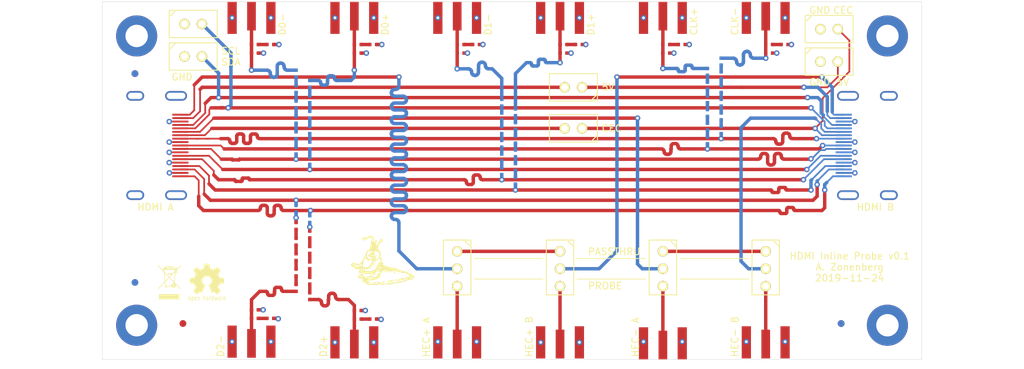
<source format=kicad_pcb>
(kicad_pcb (version 20171130) (host pcbnew "(5.1.4)")
  (layers (0 F.Cu signal) (1 In1.Cu signal) (2 In2.Cu signal) (31 B.Cu signal) (34 B.Paste user) (35 F.Paste user) (36 B.SilkS user) (37 F.SilkS user) (38 B.Mask user) (39 F.Mask user) (44 Edge.Cuts user))
  (net 0 "")
  (net 1 /TMDS_CLK_P)
  (net 2 "Net-(C1-Pad1)")
  (net 3 /TMDS_CLK_N)
  (net 4 "Net-(C2-Pad1)")
  (net 5 /TMDS_D0_P)
  (net 6 "Net-(C3-Pad1)")
  (net 7 /TMDS_D0_N)
  (net 8 "Net-(C4-Pad1)")
  (net 9 /TMDS_D1_P)
  (net 10 "Net-(C5-Pad1)")
  (net 11 /TMDS_D1_N)
  (net 12 "Net-(C6-Pad1)")
  (net 13 /TMDS_D2_P)
  (net 14 "Net-(C7-Pad1)")
  (net 15 /TMDS_D2_N)
  (net 16 "Net-(C8-Pad1)")
  (net 17 /GND)
  (net 18 /PROBE_CLK_P)
  (net 19 /PROBE_CLK_N)
  (net 20 /PROBE_D0_P)
  (net 21 /PROBE_D0_N)
  (net 22 /PROBE_D1_P)
  (net 23 /PROBE_D1_N)
  (net 24 /PROBE_D2_P)
  (net 25 /PROBE_D2_N)
  (net 26 "Net-(C17-Pad2)")
  (net 27 "Net-(C18-Pad2)")
  (net 28 "Net-(C19-Pad2)")
  (net 29 "Net-(C20-Pad2)")
  (net 30 "Net-(C21-Pad2)")
  (net 31 "Net-(C22-Pad2)")
  (net 32 "Net-(C23-Pad2)")
  (net 33 "Net-(C24-Pad2)")
  (net 34 /HEC_PROBE_IN_P)
  (net 35 /HEC_IN_P)
  (net 36 /HEC_PASSTHRU_P)
  (net 37 /HEC_PROBE_IN_N)
  (net 38 /HEC_IN_N)
  (net 39 /HEC_PASSTHRU_N)
  (net 40 /CEC_OUT)
  (net 41 /CEC_IN)
  (net 42 /5V_OUT)
  (net 43 /5V_IN)
  (net 44 /HEC_PROBE_OUT_P)
  (net 45 /HEC_OUT_P)
  (net 46 /HEC_PROBE_OUT_N)
  (net 47 /HEC_OUT_N)
  (net 48 "Net-(R1-Pad1)")
  (net 49 "Net-(R10-Pad2)")
  (net 50 "Net-(R11-Pad2)")
  (net 51 "Net-(R12-Pad2)")
  (net 52 "Net-(R13-Pad2)")
  (net 53 "Net-(R14-Pad2)")
  (net 54 "Net-(R15-Pad2)")
  (net 55 "Net-(R16-Pad2)")
  (net 56 "Net-(R17-Pad2)")
  (net 57 "Net-(R10-Pad1)")
  (net 58 "Net-(R11-Pad1)")
  (net 59 "Net-(R12-Pad1)")
  (net 60 "Net-(R13-Pad1)")
  (net 61 "Net-(R14-Pad1)")
  (net 62 "Net-(R15-Pad1)")
  (net 63 "Net-(R16-Pad1)")
  (net 64 "Net-(R17-Pad1)")
  (net 65 "Net-(R18-Pad1)")
  (net 66 "Net-(R19-Pad1)")
  (net 67 "Net-(R20-Pad1)")
  (net 68 "Net-(R21-Pad1)")
  (net 69 "Net-(R22-Pad1)")
  (net 70 "Net-(R23-Pad1)")
  (net 71 "Net-(R24-Pad1)")
  (net 72 "Net-(R25-Pad1)")
  (net 73 "Net-(R26-Pad1)")
  (net 74 "Net-(R27-Pad1)")
  (net 75 "Net-(R28-Pad1)")
  (net 76 "Net-(R29-Pad1)")
  (net 77 "Net-(R30-Pad1)")
  (net 78 "Net-(R31-Pad1)")
  (net 79 "Net-(R32-Pad1)")
  (net 80 /I2C_SDA)
  (net 81 /I2C_SCL)
  (module azonenberg_pcb:FIDUCIAL_1MM (layer B.Cu) (at 36 67.5)
    (fp_text reference FIDUCIAL_1MM hide)
    (fp_text value VAL** hide)
    (pad "" smd circle (at 0 0) (size 1 1) (layers B.Cu B.Mask) (clearance 1))
  )
  (module azonenberg_pcb:FIDUCIAL_1MM (layer B.Cu) (at 36 98)
    (fp_text reference FIDUCIAL_1MM hide)
    (fp_text value VAL** hide)
    (pad "" smd circle (at 0 0) (size 1 1) (layers B.Cu B.Mask) (clearance 1))
  )
  (module azonenberg_pcb:FIDUCIAL_1MM (layer B.Cu) (at 139 104)
    (fp_text reference FIDUCIAL_1MM hide)
    (fp_text value VAL** hide)
    (pad "" smd circle (at 0 0) (size 1 1) (layers B.Cu B.Mask) (clearance 1))
  )
  (module azonenberg_pcb:FIDUCIAL_1MM (layer F.Cu) (at 36 67.5)
    (fp_text reference FIDUCIAL_1MM hide)
    (fp_text value VAL** hide)
    (pad "" smd circle (at 0 0) (size 1 1) (layers F.Cu F.Mask) (clearance 1))
  )
  (module azonenberg_pcb:FIDUCIAL_1MM (layer F.Cu) (at 139 104)
    (fp_text reference FIDUCIAL_1MM hide)
    (fp_text value VAL** hide)
    (pad "" smd circle (at 0 0) (size 1 1) (layers F.Cu F.Mask) (clearance 1))
  )
  (module azonenberg_pcb:FIDUCIAL_1MM (layer F.Cu) (at 43 104)
    (fp_text reference FIDUCIAL_1MM hide)
    (fp_text value VAL** hide)
    (pad "" smd circle (at 0 0) (size 1 1) (layers F.Cu F.Mask) (clearance 1))
  )
  (module azonenberg_pcb:MECHANICAL_CLEARANCEHOLE_4_40 (layer F.Cu) (at 145.75 104.25)
    (fp_text reference REF** hide)
    (fp_text value MECHANICAL_CLEARANCEHOLE_4_40)
    (pad 1 thru_hole circle (at 0 0) (size 6 6) (drill 3.27) (layers *.Cu *.Mask))
  )
  (module azonenberg_pcb:MECHANICAL_CLEARANCEHOLE_4_40 (layer F.Cu) (at 145.75 62)
    (fp_text reference REF** hide)
    (fp_text value MECHANICAL_CLEARANCEHOLE_4_40)
    (pad 1 thru_hole circle (at 0 0) (size 6 6) (drill 3.27) (layers *.Cu *.Mask))
  )
  (module azonenberg_pcb:MECHANICAL_CLEARANCEHOLE_4_40 (layer F.Cu) (at 36.25 104.25)
    (fp_text reference REF** hide)
    (fp_text value MECHANICAL_CLEARANCEHOLE_4_40)
    (pad 1 thru_hole circle (at 0 0) (size 6 6) (drill 3.27) (layers *.Cu *.Mask))
  )
  (module azonenberg_pcb:MECHANICAL_CLEARANCEHOLE_4_40 (layer F.Cu) (at 36.25 62)
    (fp_text reference REF** hide)
    (fp_text value MECHANICAL_CLEARANCEHOLE_4_40)
    (pad 1 thru_hole circle (at 0 0) (size 6 6) (drill 3.27) (layers *.Cu *.Mask))
  )
  (module azonenberg_pcb:LONGTHING-1200DPI (layer F.Cu) (at 72.7 95.15)
    (fp_text reference G*** hide)
    (fp_text value LOGO hide)
  )
  (module w_logo:Logo_silk_OSHW_6x6mm (layer F.Cu) (at 46.5 97.5)
    (fp_text reference G*** hide)
    (fp_text value LOGO hide)
  )
  (module w_logo:Logo_silk_WEEE_3.4x5mm (layer F.Cu) (at 41 98)
    (fp_text reference G*** hide)
    (fp_text value LOGO hide)
  )
  (module azonenberg_pcb:CONN_HDMI_SAMTEC_HDMR_19_01_S_SM (layer B.Cu) (at 140 78 270)
    (fp_text reference J8 hide)
    (fp_text value HDMI_A_INPUT hide)
    (pad 1 smd rect (at 4.5 0.625 270) (size 0.28 2.35) (layers B.Cu B.Paste B.Mask) (net 13 /TMDS_D2_P))
    (pad 2 smd rect (at 4 0.625 270) (size 0.28 2.35) (layers B.Cu B.Paste B.Mask) (net 17 /GND))
    (pad 3 smd rect (at 3.5 0.625 270) (size 0.28 2.35) (layers B.Cu B.Paste B.Mask) (net 15 /TMDS_D2_N))
    (pad 4 smd rect (at 3 0.625 270) (size 0.28 2.35) (layers B.Cu B.Paste B.Mask) (net 9 /TMDS_D1_P))
    (pad 5 smd rect (at 2.5 0.625 270) (size 0.28 2.35) (layers B.Cu B.Paste B.Mask) (net 17 /GND))
    (pad 6 smd rect (at 2 0.625 270) (size 0.28 2.35) (layers B.Cu B.Paste B.Mask) (net 11 /TMDS_D1_N))
    (pad 7 smd rect (at 1.5 0.625 270) (size 0.28 2.35) (layers B.Cu B.Paste B.Mask) (net 5 /TMDS_D0_P))
    (pad 8 smd rect (at 1 0.625 270) (size 0.28 2.35) (layers B.Cu B.Paste B.Mask) (net 17 /GND))
    (pad 9 smd rect (at 0.5 0.625 270) (size 0.28 2.35) (layers B.Cu B.Paste B.Mask) (net 7 /TMDS_D0_N))
    (pad 10 smd rect (at 0 0.625 270) (size 0.28 2.35) (layers B.Cu B.Paste B.Mask) (net 1 /TMDS_CLK_P))
    (pad 11 smd rect (at -0.5 0.625 270) (size 0.28 2.35) (layers B.Cu B.Paste B.Mask) (net 17 /GND))
    (pad 12 smd rect (at -1 0.625 270) (size 0.28 2.35) (layers B.Cu B.Paste B.Mask) (net 3 /TMDS_CLK_N))
    (pad 13 smd rect (at -1.5 0.625 270) (size 0.28 2.35) (layers B.Cu B.Paste B.Mask) (net 41 /CEC_IN))
    (pad 14 smd rect (at -2 0.625 270) (size 0.28 2.35) (layers B.Cu B.Paste B.Mask) (net 38 /HEC_IN_N))
    (pad 15 smd rect (at -2.5 0.625 270) (size 0.28 2.35) (layers B.Cu B.Paste B.Mask) (net 81 /I2C_SCL))
    (pad 16 smd rect (at -3 0.625 270) (size 0.28 2.35) (layers B.Cu B.Paste B.Mask) (net 80 /I2C_SDA))
    (pad 17 smd rect (at -3.5 0.625 270) (size 0.28 2.35) (layers B.Cu B.Paste B.Mask) (net 17 /GND))
    (pad 18 smd rect (at -4 0.625 270) (size 0.28 2.35) (layers B.Cu B.Paste B.Mask) (net 43 /5V_IN))
    (pad 19 smd rect (at -4.5 0.625 270) (size 0.28 2.35) (layers B.Cu B.Paste B.Mask) (net 35 /HEC_IN_P))
    (pad SHLD thru_hole oval (at -7.25 0 270) (size 1.4 3.2) (drill oval 0.9 2.7) (layers *.Cu *.Mask B.Paste) (net 17 /GND))
    (pad SHLD thru_hole oval (at 7.25 0 270) (size 1.4 3.2) (drill oval 0.9 2.7) (layers *.Cu *.Mask B.Paste) (net 17 /GND))
    (pad SHLD thru_hole oval (at -7.25 -5.96 270) (size 1.4 2.61) (drill oval 0.9 2.1) (layers *.Cu *.Mask B.Paste) (net 17 /GND))
    (pad SHLD thru_hole oval (at 7.25 -5.96 270) (size 1.4 2.61) (drill oval 0.9 2.1) (layers *.Cu *.Mask B.Paste) (net 17 /GND))
  )
  (module azonenberg_pcb:CONN_HDMI_SAMTEC_HDMR_19_01_S_SM (layer F.Cu) (at 42 78 270)
    (fp_text reference J5 hide)
    (fp_text value HDMI_A_OUTPUT hide)
    (pad 1 smd rect (at 4.5 -0.625 270) (size 0.28 2.35) (layers F.Cu F.Paste F.Mask) (net 13 /TMDS_D2_P))
    (pad 2 smd rect (at 4 -0.625 270) (size 0.28 2.35) (layers F.Cu F.Paste F.Mask) (net 17 /GND))
    (pad 3 smd rect (at 3.5 -0.625 270) (size 0.28 2.35) (layers F.Cu F.Paste F.Mask) (net 15 /TMDS_D2_N))
    (pad 4 smd rect (at 3 -0.625 270) (size 0.28 2.35) (layers F.Cu F.Paste F.Mask) (net 9 /TMDS_D1_P))
    (pad 5 smd rect (at 2.5 -0.625 270) (size 0.28 2.35) (layers F.Cu F.Paste F.Mask) (net 17 /GND))
    (pad 6 smd rect (at 2 -0.625 270) (size 0.28 2.35) (layers F.Cu F.Paste F.Mask) (net 11 /TMDS_D1_N))
    (pad 7 smd rect (at 1.5 -0.625 270) (size 0.28 2.35) (layers F.Cu F.Paste F.Mask) (net 5 /TMDS_D0_P))
    (pad 8 smd rect (at 1 -0.625 270) (size 0.28 2.35) (layers F.Cu F.Paste F.Mask) (net 17 /GND))
    (pad 9 smd rect (at 0.5 -0.625 270) (size 0.28 2.35) (layers F.Cu F.Paste F.Mask) (net 7 /TMDS_D0_N))
    (pad 10 smd rect (at 0 -0.625 270) (size 0.28 2.35) (layers F.Cu F.Paste F.Mask) (net 1 /TMDS_CLK_P))
    (pad 11 smd rect (at -0.5 -0.625 270) (size 0.28 2.35) (layers F.Cu F.Paste F.Mask) (net 17 /GND))
    (pad 12 smd rect (at -1 -0.625 270) (size 0.28 2.35) (layers F.Cu F.Paste F.Mask) (net 3 /TMDS_CLK_N))
    (pad 13 smd rect (at -1.5 -0.625 270) (size 0.28 2.35) (layers F.Cu F.Paste F.Mask) (net 40 /CEC_OUT))
    (pad 14 smd rect (at -2 -0.625 270) (size 0.28 2.35) (layers F.Cu F.Paste F.Mask) (net 47 /HEC_OUT_N))
    (pad 15 smd rect (at -2.5 -0.625 270) (size 0.28 2.35) (layers F.Cu F.Paste F.Mask) (net 81 /I2C_SCL))
    (pad 16 smd rect (at -3 -0.625 270) (size 0.28 2.35) (layers F.Cu F.Paste F.Mask) (net 80 /I2C_SDA))
    (pad 17 smd rect (at -3.5 -0.625 270) (size 0.28 2.35) (layers F.Cu F.Paste F.Mask) (net 17 /GND))
    (pad 18 smd rect (at -4 -0.625 270) (size 0.28 2.35) (layers F.Cu F.Paste F.Mask) (net 42 /5V_OUT))
    (pad 19 smd rect (at -4.5 -0.625 270) (size 0.28 2.35) (layers F.Cu F.Paste F.Mask) (net 45 /HEC_OUT_P))
    (pad SHLD thru_hole oval (at -7.25 0 270) (size 1.4 3.2) (drill oval 0.9 2.7) (layers *.Cu *.Mask F.Paste) (net 17 /GND))
    (pad SHLD thru_hole oval (at 7.25 0 270) (size 1.4 3.2) (drill oval 0.9 2.7) (layers *.Cu *.Mask F.Paste) (net 17 /GND))
    (pad SHLD thru_hole oval (at -7.25 5.96 270) (size 1.4 2.61) (drill oval 0.9 2.1) (layers *.Cu *.Mask F.Paste) (net 17 /GND))
    (pad SHLD thru_hole oval (at 7.25 5.96 270) (size 1.4 2.61) (drill oval 0.9 2.1) (layers *.Cu *.Mask F.Paste) (net 17 /GND))
  )
  (module azonenberg_pcb:CONN_HEADER_2.54MM_1x2 (layer F.Cu) (at 137.25 65.75)
    (fp_text reference TP4 hide)
    (fp_text value Conn_01x02 hide)
    (pad 2 thru_hole circle (at 1.27 0) (size 1.524 1.524) (drill 1) (layers *.Cu *.Mask F.SilkS) (net 43 /5V_IN))
    (pad 1 thru_hole circle (at -1.27 0) (size 1.524 1.524) (drill 1) (layers *.Cu *.Mask F.SilkS) (net 17 /GND))
  )
  (module azonenberg_pcb:CONN_HEADER_2.54MM_1x2 (layer F.Cu) (at 137.25 61)
    (fp_text reference TP3 hide)
    (fp_text value Conn_01x02 hide)
    (pad 2 thru_hole circle (at 1.27 0) (size 1.524 1.524) (drill 1) (layers *.Cu *.Mask F.SilkS) (net 41 /CEC_IN))
    (pad 1 thru_hole circle (at -1.27 0) (size 1.524 1.524) (drill 1) (layers *.Cu *.Mask F.SilkS) (net 17 /GND))
  )
  (module azonenberg_pcb:CONN_HEADER_2.54MM_1x2 (layer F.Cu) (at 44.5 60.25)
    (fp_text reference TP2 hide)
    (fp_text value Conn_01x02 hide)
    (pad 2 thru_hole circle (at 1.27 0) (size 1.524 1.524) (drill 1) (layers *.Cu *.Mask F.SilkS) (net 81 /I2C_SCL))
    (pad 1 thru_hole circle (at -1.27 0) (size 1.524 1.524) (drill 1) (layers *.Cu *.Mask F.SilkS) (net 17 /GND))
  )
  (module azonenberg_pcb:CONN_HEADER_2.54MM_1x2 (layer F.Cu) (at 44.5 65)
    (fp_text reference TP1 hide)
    (fp_text value Conn_01x02 hide)
    (pad 2 thru_hole circle (at 1.27 0) (size 1.524 1.524) (drill 1) (layers *.Cu *.Mask F.SilkS) (net 80 /I2C_SDA))
    (pad 1 thru_hole circle (at -1.27 0) (size 1.524 1.524) (drill 1) (layers *.Cu *.Mask F.SilkS) (net 17 /GND))
  )
  (module azonenberg_pcb:EIA_0402_RES_NOSILK (layer F.Cu) (at 55.75 103.25)
    (fp_text reference R48 hide)
    (fp_text value DNP hide)
    (pad 2 smd rect (at 0.5 0) (size 0.5 0.5) (layers F.Cu F.Paste F.Mask) (net 17 /GND))
    (pad 1 smd rect (at -0.5 0) (size 0.5 0.5) (layers F.Cu F.Paste F.Mask) (net 33 "Net-(C24-Pad2)"))
  )
  (module azonenberg_pcb:EIA_0402_RES_NOSILK (layer F.Cu) (at 70.75 103.35)
    (fp_text reference R47 hide)
    (fp_text value DNP hide)
    (pad 2 smd rect (at 0.5 0) (size 0.5 0.5) (layers F.Cu F.Paste F.Mask) (net 17 /GND))
    (pad 1 smd rect (at -0.5 0) (size 0.5 0.5) (layers F.Cu F.Paste F.Mask) (net 32 "Net-(C23-Pad2)"))
  )
  (module azonenberg_pcb:EIA_0402_RES_NOSILK (layer F.Cu) (at 85.75 63.25)
    (fp_text reference R46 hide)
    (fp_text value DNP hide)
    (pad 2 smd rect (at 0.5 0) (size 0.5 0.5) (layers F.Cu F.Paste F.Mask) (net 17 /GND))
    (pad 1 smd rect (at -0.5 0) (size 0.5 0.5) (layers F.Cu F.Paste F.Mask) (net 31 "Net-(C22-Pad2)"))
  )
  (module azonenberg_pcb:EIA_0402_RES_NOSILK (layer F.Cu) (at 100.75 63.25)
    (fp_text reference R45 hide)
    (fp_text value DNP hide)
    (pad 2 smd rect (at 0.5 0) (size 0.5 0.5) (layers F.Cu F.Paste F.Mask) (net 17 /GND))
    (pad 1 smd rect (at -0.5 0) (size 0.5 0.5) (layers F.Cu F.Paste F.Mask) (net 30 "Net-(C21-Pad2)"))
  )
  (module azonenberg_pcb:EIA_0402_RES_NOSILK (layer F.Cu) (at 55.75 63.25)
    (fp_text reference R44 hide)
    (fp_text value DNP hide)
    (pad 2 smd rect (at 0.5 0) (size 0.5 0.5) (layers F.Cu F.Paste F.Mask) (net 17 /GND))
    (pad 1 smd rect (at -0.5 0) (size 0.5 0.5) (layers F.Cu F.Paste F.Mask) (net 29 "Net-(C20-Pad2)"))
  )
  (module azonenberg_pcb:EIA_0402_RES_NOSILK (layer F.Cu) (at 70.75 63.25)
    (fp_text reference R43 hide)
    (fp_text value DNP hide)
    (pad 2 smd rect (at 0.5 0) (size 0.5 0.5) (layers F.Cu F.Paste F.Mask) (net 17 /GND))
    (pad 1 smd rect (at -0.5 0) (size 0.5 0.5) (layers F.Cu F.Paste F.Mask) (net 28 "Net-(C19-Pad2)"))
  )
  (module azonenberg_pcb:EIA_0402_RES_NOSILK (layer F.Cu) (at 130.75 63.25)
    (fp_text reference R42 hide)
    (fp_text value DNP hide)
    (pad 2 smd rect (at 0.5 0) (size 0.5 0.5) (layers F.Cu F.Paste F.Mask) (net 17 /GND))
    (pad 1 smd rect (at -0.5 0) (size 0.5 0.5) (layers F.Cu F.Paste F.Mask) (net 27 "Net-(C18-Pad2)"))
  )
  (module azonenberg_pcb:EIA_0402_RES_NOSILK (layer F.Cu) (at 115.75 63.25)
    (fp_text reference R41 hide)
    (fp_text value DNP hide)
    (pad 2 smd rect (at 0.5 0) (size 0.5 0.5) (layers F.Cu F.Paste F.Mask) (net 17 /GND))
    (pad 1 smd rect (at -0.5 0) (size 0.5 0.5) (layers F.Cu F.Paste F.Mask) (net 26 "Net-(C17-Pad2)"))
  )
  (module azonenberg_pcb:EIA_0402_RES_NOSILK (layer F.Cu) (at 59.5 98.8 90)
    (fp_text reference R40 hide)
    (fp_text value 200 hide)
    (pad 2 smd rect (at 0.5 0 90) (size 0.5 0.5) (layers F.Cu F.Paste F.Mask) (net 79 "Net-(R32-Pad1)"))
    (pad 1 smd rect (at -0.5 0 90) (size 0.5 0.5) (layers F.Cu F.Paste F.Mask) (net 25 /PROBE_D2_N))
  )
  (module azonenberg_pcb:EIA_0402_RES_NOSILK (layer F.Cu) (at 61.5 100 90)
    (fp_text reference R39 hide)
    (fp_text value 200 hide)
    (pad 2 smd rect (at 0.5 0 90) (size 0.5 0.5) (layers F.Cu F.Paste F.Mask) (net 78 "Net-(R31-Pad1)"))
    (pad 1 smd rect (at -0.5 0 90) (size 0.5 0.5) (layers F.Cu F.Paste F.Mask) (net 24 /PROBE_D2_P))
  )
  (module azonenberg_pcb:EIA_0402_RES_NOSILK (layer B.Cu) (at 89.5 71.75 270)
    (fp_text reference R38 hide)
    (fp_text value 200 hide)
    (pad 2 smd rect (at 0.5 0 270) (size 0.5 0.5) (layers B.Cu B.Paste B.Mask) (net 77 "Net-(R30-Pad1)"))
    (pad 1 smd rect (at -0.5 0 270) (size 0.5 0.5) (layers B.Cu B.Paste B.Mask) (net 23 /PROBE_D1_N))
  )
  (module azonenberg_pcb:EIA_0402_RES_NOSILK (layer B.Cu) (at 91.5 73.15 270)
    (fp_text reference R37 hide)
    (fp_text value 200 hide)
    (pad 2 smd rect (at 0.5 0 270) (size 0.5 0.5) (layers B.Cu B.Paste B.Mask) (net 76 "Net-(R29-Pad1)"))
    (pad 1 smd rect (at -0.5 0 270) (size 0.5 0.5) (layers B.Cu B.Paste B.Mask) (net 22 /PROBE_D1_P))
  )
  (module azonenberg_pcb:EIA_0402_RES_NOSILK (layer B.Cu) (at 59.5 67.5 270)
    (fp_text reference R36 hide)
    (fp_text value 200 hide)
    (pad 2 smd rect (at 0.5 0 270) (size 0.5 0.5) (layers B.Cu B.Paste B.Mask) (net 75 "Net-(R28-Pad1)"))
    (pad 1 smd rect (at -0.5 0 270) (size 0.5 0.5) (layers B.Cu B.Paste B.Mask) (net 21 /PROBE_D0_N))
  )
  (module azonenberg_pcb:EIA_0402_RES_NOSILK (layer B.Cu) (at 61.5 68.999999 270)
    (fp_text reference R35 hide)
    (fp_text value 200 hide)
    (pad 2 smd rect (at 0.5 0 270) (size 0.5 0.5) (layers B.Cu B.Paste B.Mask) (net 74 "Net-(R27-Pad1)"))
    (pad 1 smd rect (at -0.5 0 270) (size 0.5 0.5) (layers B.Cu B.Paste B.Mask) (net 20 /PROBE_D0_P))
  )
  (module azonenberg_pcb:EIA_0402_RES_NOSILK (layer B.Cu) (at 121.5 65.75 270)
    (fp_text reference R34 hide)
    (fp_text value 200 hide)
    (pad 2 smd rect (at 0.5 0 270) (size 0.5 0.5) (layers B.Cu B.Paste B.Mask) (net 73 "Net-(R26-Pad1)"))
    (pad 1 smd rect (at -0.5 0 270) (size 0.5 0.5) (layers B.Cu B.Paste B.Mask) (net 19 /PROBE_CLK_N))
  )
  (module azonenberg_pcb:EIA_0402_RES_NOSILK (layer B.Cu) (at 119.5 67.25 270)
    (fp_text reference R33 hide)
    (fp_text value 200 hide)
    (pad 2 smd rect (at 0.5 0 270) (size 0.5 0.5) (layers B.Cu B.Paste B.Mask) (net 72 "Net-(R25-Pad1)"))
    (pad 1 smd rect (at -0.5 0 270) (size 0.5 0.5) (layers B.Cu B.Paste B.Mask) (net 18 /PROBE_CLK_P))
  )
  (module azonenberg_pcb:EIA_0402_RES_NOSILK (layer F.Cu) (at 59.5 96.55 90)
    (fp_text reference R32 hide)
    (fp_text value 200 hide)
    (pad 2 smd rect (at 0.5 0 90) (size 0.5 0.5) (layers F.Cu F.Paste F.Mask) (net 71 "Net-(R24-Pad1)"))
    (pad 1 smd rect (at -0.5 0 90) (size 0.5 0.5) (layers F.Cu F.Paste F.Mask) (net 79 "Net-(R32-Pad1)"))
  )
  (module azonenberg_pcb:EIA_0402_RES_NOSILK (layer F.Cu) (at 61.5 97.750001 90)
    (fp_text reference R31 hide)
    (fp_text value 200 hide)
    (pad 2 smd rect (at 0.5 0 90) (size 0.5 0.5) (layers F.Cu F.Paste F.Mask) (net 70 "Net-(R23-Pad1)"))
    (pad 1 smd rect (at -0.5 0 90) (size 0.5 0.5) (layers F.Cu F.Paste F.Mask) (net 78 "Net-(R31-Pad1)"))
  )
  (module azonenberg_pcb:EIA_0402_RES_NOSILK (layer B.Cu) (at 89.5 73.75 270)
    (fp_text reference R30 hide)
    (fp_text value 200 hide)
    (pad 2 smd rect (at 0.5 0 270) (size 0.5 0.5) (layers B.Cu B.Paste B.Mask) (net 69 "Net-(R22-Pad1)"))
    (pad 1 smd rect (at -0.5 0 270) (size 0.5 0.5) (layers B.Cu B.Paste B.Mask) (net 77 "Net-(R30-Pad1)"))
  )
  (module azonenberg_pcb:EIA_0402_RES_NOSILK (layer B.Cu) (at 91.5 75.15 270)
    (fp_text reference R29 hide)
    (fp_text value 200 hide)
    (pad 2 smd rect (at 0.5 0 270) (size 0.5 0.5) (layers B.Cu B.Paste B.Mask) (net 68 "Net-(R21-Pad1)"))
    (pad 1 smd rect (at -0.5 0 270) (size 0.5 0.5) (layers B.Cu B.Paste B.Mask) (net 76 "Net-(R29-Pad1)"))
  )
  (module azonenberg_pcb:EIA_0402_RES_NOSILK (layer B.Cu) (at 59.5 69.75 270)
    (fp_text reference R28 hide)
    (fp_text value 200 hide)
    (pad 2 smd rect (at 0.5 0 270) (size 0.5 0.5) (layers B.Cu B.Paste B.Mask) (net 67 "Net-(R20-Pad1)"))
    (pad 1 smd rect (at -0.5 0 270) (size 0.5 0.5) (layers B.Cu B.Paste B.Mask) (net 75 "Net-(R28-Pad1)"))
  )
  (module azonenberg_pcb:EIA_0402_RES_NOSILK (layer B.Cu) (at 61.5 71.25 270)
    (fp_text reference R27 hide)
    (fp_text value 200 hide)
    (pad 2 smd rect (at 0.5 0 270) (size 0.5 0.5) (layers B.Cu B.Paste B.Mask) (net 66 "Net-(R19-Pad1)"))
    (pad 1 smd rect (at -0.5 0 270) (size 0.5 0.5) (layers B.Cu B.Paste B.Mask) (net 74 "Net-(R27-Pad1)"))
  )
  (module azonenberg_pcb:EIA_0402_RES_NOSILK (layer B.Cu) (at 121.5 67.75 270)
    (fp_text reference R26 hide)
    (fp_text value 200 hide)
    (pad 2 smd rect (at 0.5 0 270) (size 0.5 0.5) (layers B.Cu B.Paste B.Mask) (net 65 "Net-(R18-Pad1)"))
    (pad 1 smd rect (at -0.5 0 270) (size 0.5 0.5) (layers B.Cu B.Paste B.Mask) (net 73 "Net-(R26-Pad1)"))
  )
  (module azonenberg_pcb:EIA_0402_RES_NOSILK (layer B.Cu) (at 119.5 69.25 270)
    (fp_text reference R25 hide)
    (fp_text value 200 hide)
    (pad 2 smd rect (at 0.5 0 270) (size 0.5 0.5) (layers B.Cu B.Paste B.Mask) (net 64 "Net-(R17-Pad1)"))
    (pad 1 smd rect (at -0.5 0 270) (size 0.5 0.5) (layers B.Cu B.Paste B.Mask) (net 72 "Net-(R25-Pad1)"))
  )
  (module azonenberg_pcb:EIA_0402_RES_NOSILK (layer F.Cu) (at 59.5 94.3 90)
    (fp_text reference R24 hide)
    (fp_text value 200 hide)
    (pad 2 smd rect (at 0.5 0 90) (size 0.5 0.5) (layers F.Cu F.Paste F.Mask) (net 63 "Net-(R16-Pad1)"))
    (pad 1 smd rect (at -0.5 0 90) (size 0.5 0.5) (layers F.Cu F.Paste F.Mask) (net 71 "Net-(R24-Pad1)"))
  )
  (module azonenberg_pcb:EIA_0402_RES_NOSILK (layer F.Cu) (at 61.5 95.5 90)
    (fp_text reference R23 hide)
    (fp_text value 200 hide)
    (pad 2 smd rect (at 0.5 0 90) (size 0.5 0.5) (layers F.Cu F.Paste F.Mask) (net 62 "Net-(R15-Pad1)"))
    (pad 1 smd rect (at -0.5 0 90) (size 0.5 0.5) (layers F.Cu F.Paste F.Mask) (net 70 "Net-(R23-Pad1)"))
  )
  (module azonenberg_pcb:EIA_0402_RES_NOSILK (layer B.Cu) (at 89.5 75.75 270)
    (fp_text reference R22 hide)
    (fp_text value 200 hide)
    (pad 2 smd rect (at 0.5 0 270) (size 0.5 0.5) (layers B.Cu B.Paste B.Mask) (net 61 "Net-(R14-Pad1)"))
    (pad 1 smd rect (at -0.5 0 270) (size 0.5 0.5) (layers B.Cu B.Paste B.Mask) (net 69 "Net-(R22-Pad1)"))
  )
  (module azonenberg_pcb:EIA_0402_RES_NOSILK (layer B.Cu) (at 91.5 77.15 270)
    (fp_text reference R21 hide)
    (fp_text value 200 hide)
    (pad 2 smd rect (at 0.5 0 270) (size 0.5 0.5) (layers B.Cu B.Paste B.Mask) (net 60 "Net-(R13-Pad1)"))
    (pad 1 smd rect (at -0.5 0 270) (size 0.5 0.5) (layers B.Cu B.Paste B.Mask) (net 68 "Net-(R21-Pad1)"))
  )
  (module azonenberg_pcb:EIA_0402_RES_NOSILK (layer B.Cu) (at 59.5 72 270)
    (fp_text reference R20 hide)
    (fp_text value 200 hide)
    (pad 2 smd rect (at 0.5 0 270) (size 0.5 0.5) (layers B.Cu B.Paste B.Mask) (net 59 "Net-(R12-Pad1)"))
    (pad 1 smd rect (at -0.5 0 270) (size 0.5 0.5) (layers B.Cu B.Paste B.Mask) (net 67 "Net-(R20-Pad1)"))
  )
  (module azonenberg_pcb:EIA_0402_RES_NOSILK (layer B.Cu) (at 61.5 73.5 270)
    (fp_text reference R19 hide)
    (fp_text value 200 hide)
    (pad 2 smd rect (at 0.5 0 270) (size 0.5 0.5) (layers B.Cu B.Paste B.Mask) (net 58 "Net-(R11-Pad1)"))
    (pad 1 smd rect (at -0.5 0 270) (size 0.5 0.5) (layers B.Cu B.Paste B.Mask) (net 66 "Net-(R19-Pad1)"))
  )
  (module azonenberg_pcb:EIA_0402_RES_NOSILK (layer B.Cu) (at 121.5 69.75 270)
    (fp_text reference R18 hide)
    (fp_text value 200 hide)
    (pad 2 smd rect (at 0.5 0 270) (size 0.5 0.5) (layers B.Cu B.Paste B.Mask) (net 57 "Net-(R10-Pad1)"))
    (pad 1 smd rect (at -0.5 0 270) (size 0.5 0.5) (layers B.Cu B.Paste B.Mask) (net 65 "Net-(R18-Pad1)"))
  )
  (module azonenberg_pcb:EIA_0402_RES_NOSILK (layer B.Cu) (at 119.5 71.25 270)
    (fp_text reference R17 hide)
    (fp_text value 200 hide)
    (pad 2 smd rect (at 0.5 0 270) (size 0.5 0.5) (layers B.Cu B.Paste B.Mask) (net 56 "Net-(R17-Pad2)"))
    (pad 1 smd rect (at -0.5 0 270) (size 0.5 0.5) (layers B.Cu B.Paste B.Mask) (net 64 "Net-(R17-Pad1)"))
  )
  (module azonenberg_pcb:EIA_0402_RES_NOSILK (layer F.Cu) (at 59.5 92.05 90)
    (fp_text reference R16 hide)
    (fp_text value 200 hide)
    (pad 2 smd rect (at 0.5 0 90) (size 0.5 0.5) (layers F.Cu F.Paste F.Mask) (net 55 "Net-(R16-Pad2)"))
    (pad 1 smd rect (at -0.5 0 90) (size 0.5 0.5) (layers F.Cu F.Paste F.Mask) (net 63 "Net-(R16-Pad1)"))
  )
  (module azonenberg_pcb:EIA_0402_RES_NOSILK (layer F.Cu) (at 61.5 93.249999 90)
    (fp_text reference R15 hide)
    (fp_text value 200 hide)
    (pad 2 smd rect (at 0.5 0 90) (size 0.5 0.5) (layers F.Cu F.Paste F.Mask) (net 54 "Net-(R15-Pad2)"))
    (pad 1 smd rect (at -0.5 0 90) (size 0.5 0.5) (layers F.Cu F.Paste F.Mask) (net 62 "Net-(R15-Pad1)"))
  )
  (module azonenberg_pcb:EIA_0402_RES_NOSILK (layer B.Cu) (at 89.5 77.75 270)
    (fp_text reference R14 hide)
    (fp_text value 200 hide)
    (pad 2 smd rect (at 0.5 0 270) (size 0.5 0.5) (layers B.Cu B.Paste B.Mask) (net 53 "Net-(R14-Pad2)"))
    (pad 1 smd rect (at -0.5 0 270) (size 0.5 0.5) (layers B.Cu B.Paste B.Mask) (net 61 "Net-(R14-Pad1)"))
  )
  (module azonenberg_pcb:EIA_0402_RES_NOSILK (layer B.Cu) (at 91.5 79.15 270)
    (fp_text reference R13 hide)
    (fp_text value 200 hide)
    (pad 2 smd rect (at 0.5 0 270) (size 0.5 0.5) (layers B.Cu B.Paste B.Mask) (net 52 "Net-(R13-Pad2)"))
    (pad 1 smd rect (at -0.5 0 270) (size 0.5 0.5) (layers B.Cu B.Paste B.Mask) (net 60 "Net-(R13-Pad1)"))
  )
  (module azonenberg_pcb:EIA_0402_RES_NOSILK (layer B.Cu) (at 59.5 74.25 270)
    (fp_text reference R12 hide)
    (fp_text value 200 hide)
    (pad 2 smd rect (at 0.5 0 270) (size 0.5 0.5) (layers B.Cu B.Paste B.Mask) (net 51 "Net-(R12-Pad2)"))
    (pad 1 smd rect (at -0.5 0 270) (size 0.5 0.5) (layers B.Cu B.Paste B.Mask) (net 59 "Net-(R12-Pad1)"))
  )
  (module azonenberg_pcb:EIA_0402_RES_NOSILK (layer B.Cu) (at 61.5 75.75 270)
    (fp_text reference R11 hide)
    (fp_text value 200 hide)
    (pad 2 smd rect (at 0.5 0 270) (size 0.5 0.5) (layers B.Cu B.Paste B.Mask) (net 50 "Net-(R11-Pad2)"))
    (pad 1 smd rect (at -0.5 0 270) (size 0.5 0.5) (layers B.Cu B.Paste B.Mask) (net 58 "Net-(R11-Pad1)"))
  )
  (module azonenberg_pcb:EIA_0402_RES_NOSILK (layer B.Cu) (at 121.5 71.75 270)
    (fp_text reference R10 hide)
    (fp_text value 200 hide)
    (pad 2 smd rect (at 0.5 0 270) (size 0.5 0.5) (layers B.Cu B.Paste B.Mask) (net 49 "Net-(R10-Pad2)"))
    (pad 1 smd rect (at -0.5 0 270) (size 0.5 0.5) (layers B.Cu B.Paste B.Mask) (net 57 "Net-(R10-Pad1)"))
  )
  (module azonenberg_pcb:EIA_0402_RES_NOSILK (layer B.Cu) (at 119.5 73.25 270)
    (fp_text reference R9 hide)
    (fp_text value 200 hide)
    (pad 2 smd rect (at 0.5 0 270) (size 0.5 0.5) (layers B.Cu B.Paste B.Mask) (net 48 "Net-(R1-Pad1)"))
    (pad 1 smd rect (at -0.5 0 270) (size 0.5 0.5) (layers B.Cu B.Paste B.Mask) (net 56 "Net-(R17-Pad2)"))
  )
  (module azonenberg_pcb:EIA_0402_RES_NOSILK (layer F.Cu) (at 59.5 89.75 90)
    (fp_text reference R8 hide)
    (fp_text value 200 hide)
    (pad 2 smd rect (at 0.5 0 90) (size 0.5 0.5) (layers F.Cu F.Paste F.Mask) (net 16 "Net-(C8-Pad1)"))
    (pad 1 smd rect (at -0.5 0 90) (size 0.5 0.5) (layers F.Cu F.Paste F.Mask) (net 55 "Net-(R16-Pad2)"))
  )
  (module azonenberg_pcb:EIA_0402_RES_NOSILK (layer F.Cu) (at 61.5 90.999999 90)
    (fp_text reference R7 hide)
    (fp_text value 200 hide)
    (pad 2 smd rect (at 0.5 0 90) (size 0.5 0.5) (layers F.Cu F.Paste F.Mask) (net 14 "Net-(C7-Pad1)"))
    (pad 1 smd rect (at -0.5 0 90) (size 0.5 0.5) (layers F.Cu F.Paste F.Mask) (net 54 "Net-(R15-Pad2)"))
  )
  (module azonenberg_pcb:EIA_0402_RES_NOSILK (layer B.Cu) (at 89.5 79.75 270)
    (fp_text reference R6 hide)
    (fp_text value 200 hide)
    (pad 2 smd rect (at 0.5 0 270) (size 0.5 0.5) (layers B.Cu B.Paste B.Mask) (net 12 "Net-(C6-Pad1)"))
    (pad 1 smd rect (at -0.5 0 270) (size 0.5 0.5) (layers B.Cu B.Paste B.Mask) (net 53 "Net-(R14-Pad2)"))
  )
  (module azonenberg_pcb:EIA_0402_RES_NOSILK (layer B.Cu) (at 91.5 81.15 270)
    (fp_text reference R5 hide)
    (fp_text value 200 hide)
    (pad 2 smd rect (at 0.5 0 270) (size 0.5 0.5) (layers B.Cu B.Paste B.Mask) (net 10 "Net-(C5-Pad1)"))
    (pad 1 smd rect (at -0.5 0 270) (size 0.5 0.5) (layers B.Cu B.Paste B.Mask) (net 52 "Net-(R13-Pad2)"))
  )
  (module azonenberg_pcb:EIA_0402_RES_NOSILK (layer B.Cu) (at 59.5 76.5 270)
    (fp_text reference R4 hide)
    (fp_text value 200 hide)
    (pad 2 smd rect (at 0.5 0 270) (size 0.5 0.5) (layers B.Cu B.Paste B.Mask) (net 8 "Net-(C4-Pad1)"))
    (pad 1 smd rect (at -0.5 0 270) (size 0.5 0.5) (layers B.Cu B.Paste B.Mask) (net 51 "Net-(R12-Pad2)"))
  )
  (module azonenberg_pcb:EIA_0402_RES_NOSILK (layer B.Cu) (at 61.5 78 270)
    (fp_text reference R3 hide)
    (fp_text value 200 hide)
    (pad 2 smd rect (at 0.5 0 270) (size 0.5 0.5) (layers B.Cu B.Paste B.Mask) (net 6 "Net-(C3-Pad1)"))
    (pad 1 smd rect (at -0.5 0 270) (size 0.5 0.5) (layers B.Cu B.Paste B.Mask) (net 50 "Net-(R11-Pad2)"))
  )
  (module azonenberg_pcb:EIA_0402_RES_NOSILK (layer B.Cu) (at 121.5 73.75 270)
    (fp_text reference R2 hide)
    (fp_text value 200 hide)
    (pad 2 smd rect (at 0.5 0 270) (size 0.5 0.5) (layers B.Cu B.Paste B.Mask) (net 4 "Net-(C2-Pad1)"))
    (pad 1 smd rect (at -0.5 0 270) (size 0.5 0.5) (layers B.Cu B.Paste B.Mask) (net 49 "Net-(R10-Pad2)"))
  )
  (module azonenberg_pcb:EIA_0402_RES_NOSILK (layer B.Cu) (at 119.5 75.25 270)
    (fp_text reference R1 hide)
    (fp_text value 200 hide)
    (pad 2 smd rect (at 0.5 0 270) (size 0.5 0.5) (layers B.Cu B.Paste B.Mask) (net 2 "Net-(C1-Pad1)"))
    (pad 1 smd rect (at -0.5 0 270) (size 0.5 0.5) (layers B.Cu B.Paste B.Mask) (net 48 "Net-(R1-Pad1)"))
  )
  (module azonenberg_pcb:CONN_SMA_EDGE_SAMTEC_SMA_J_P_H_ST_EM1 (layer F.Cu) (at 113 109.25)
    (fp_text reference J20 hide)
    (fp_text value SMA hide)
    (pad 2 smd rect (at -2.825 -2.35) (size 1.35 4.7) (layers F.Cu F.Paste F.Mask) (net 17 /GND))
    (pad 2 smd rect (at 2.825 -2.35) (size 1.35 4.7) (layers F.Cu F.Paste F.Mask) (net 17 /GND))
    (pad 1 smd rect (at 0 -2.1) (size 1.27 4.2) (layers F.Cu F.Paste F.Mask) (net 46 /HEC_PROBE_OUT_N))
  )
  (module azonenberg_pcb:CONN_SMA_EDGE_SAMTEC_SMA_J_P_H_ST_EM1 (layer F.Cu) (at 83 109.1)
    (fp_text reference J19 hide)
    (fp_text value SMA hide)
    (pad 2 smd rect (at -2.825 -2.35) (size 1.35 4.7) (layers F.Cu F.Paste F.Mask) (net 17 /GND))
    (pad 2 smd rect (at 2.825 -2.35) (size 1.35 4.7) (layers F.Cu F.Paste F.Mask) (net 17 /GND))
    (pad 1 smd rect (at 0 -2.1) (size 1.27 4.2) (layers F.Cu F.Paste F.Mask) (net 44 /HEC_PROBE_OUT_P))
  )
  (module azonenberg_pcb:CONN_SMA_EDGE_SAMTEC_SMA_J_P_H_ST_EM1 (layer F.Cu) (at 128 109.1)
    (fp_text reference J18 hide)
    (fp_text value SMA hide)
    (pad 2 smd rect (at -2.825 -2.35) (size 1.35 4.7) (layers F.Cu F.Paste F.Mask) (net 17 /GND))
    (pad 2 smd rect (at 2.825 -2.35) (size 1.35 4.7) (layers F.Cu F.Paste F.Mask) (net 17 /GND))
    (pad 1 smd rect (at 0 -2.1) (size 1.27 4.2) (layers F.Cu F.Paste F.Mask) (net 37 /HEC_PROBE_IN_N))
  )
  (module azonenberg_pcb:CONN_SMA_EDGE_SAMTEC_SMA_J_P_H_ST_EM1 (layer F.Cu) (at 98 109.1)
    (fp_text reference J17 hide)
    (fp_text value SMA hide)
    (pad 2 smd rect (at -2.825 -2.35) (size 1.35 4.7) (layers F.Cu F.Paste F.Mask) (net 17 /GND))
    (pad 2 smd rect (at 2.825 -2.35) (size 1.35 4.7) (layers F.Cu F.Paste F.Mask) (net 17 /GND))
    (pad 1 smd rect (at 0 -2.1) (size 1.27 4.2) (layers F.Cu F.Paste F.Mask) (net 34 /HEC_PROBE_IN_P))
  )
  (module azonenberg_pcb:CONN_SMA_EDGE_SAMTEC_SMA_J_P_H_ST_EM1 (layer F.Cu) (at 53 109)
    (fp_text reference J16 hide)
    (fp_text value SMA hide)
    (pad 2 smd rect (at -2.825 -2.35) (size 1.35 4.7) (layers F.Cu F.Paste F.Mask) (net 17 /GND))
    (pad 2 smd rect (at 2.825 -2.35) (size 1.35 4.7) (layers F.Cu F.Paste F.Mask) (net 17 /GND))
    (pad 1 smd rect (at 0 -2.1) (size 1.27 4.2) (layers F.Cu F.Paste F.Mask) (net 25 /PROBE_D2_N))
  )
  (module azonenberg_pcb:CONN_SMA_EDGE_SAMTEC_SMA_J_P_H_ST_EM1 (layer F.Cu) (at 68 109.1)
    (fp_text reference J15 hide)
    (fp_text value SMA hide)
    (pad 2 smd rect (at -2.825 -2.35) (size 1.35 4.7) (layers F.Cu F.Paste F.Mask) (net 17 /GND))
    (pad 2 smd rect (at 2.825 -2.35) (size 1.35 4.7) (layers F.Cu F.Paste F.Mask) (net 17 /GND))
    (pad 1 smd rect (at 0 -2.1) (size 1.27 4.2) (layers F.Cu F.Paste F.Mask) (net 24 /PROBE_D2_P))
  )
  (module azonenberg_pcb:CONN_SMA_EDGE_SAMTEC_SMA_J_P_H_ST_EM1 (layer F.Cu) (at 83 57 180)
    (fp_text reference J14 hide)
    (fp_text value SMA hide)
    (pad 2 smd rect (at -2.825 -2.35 180) (size 1.35 4.7) (layers F.Cu F.Paste F.Mask) (net 17 /GND))
    (pad 2 smd rect (at 2.825 -2.35 180) (size 1.35 4.7) (layers F.Cu F.Paste F.Mask) (net 17 /GND))
    (pad 1 smd rect (at 0 -2.1 180) (size 1.27 4.2) (layers F.Cu F.Paste F.Mask) (net 23 /PROBE_D1_N))
  )
  (module azonenberg_pcb:CONN_SMA_EDGE_SAMTEC_SMA_J_P_H_ST_EM1 (layer F.Cu) (at 98 57 180)
    (fp_text reference J13 hide)
    (fp_text value SMA hide)
    (pad 2 smd rect (at -2.825 -2.35 180) (size 1.35 4.7) (layers F.Cu F.Paste F.Mask) (net 17 /GND))
    (pad 2 smd rect (at 2.825 -2.35 180) (size 1.35 4.7) (layers F.Cu F.Paste F.Mask) (net 17 /GND))
    (pad 1 smd rect (at 0 -2.1 180) (size 1.27 4.2) (layers F.Cu F.Paste F.Mask) (net 22 /PROBE_D1_P))
  )
  (module azonenberg_pcb:CONN_SMA_EDGE_SAMTEC_SMA_J_P_H_ST_EM1 (layer F.Cu) (at 53 57 180)
    (fp_text reference J12 hide)
    (fp_text value SMA hide)
    (pad 2 smd rect (at -2.825 -2.35 180) (size 1.35 4.7) (layers F.Cu F.Paste F.Mask) (net 17 /GND))
    (pad 2 smd rect (at 2.825 -2.35 180) (size 1.35 4.7) (layers F.Cu F.Paste F.Mask) (net 17 /GND))
    (pad 1 smd rect (at 0 -2.1 180) (size 1.27 4.2) (layers F.Cu F.Paste F.Mask) (net 21 /PROBE_D0_N))
  )
  (module azonenberg_pcb:CONN_SMA_EDGE_SAMTEC_SMA_J_P_H_ST_EM1 (layer F.Cu) (at 68 57 180)
    (fp_text reference J11 hide)
    (fp_text value SMA hide)
    (pad 2 smd rect (at -2.825 -2.35 180) (size 1.35 4.7) (layers F.Cu F.Paste F.Mask) (net 17 /GND))
    (pad 2 smd rect (at 2.825 -2.35 180) (size 1.35 4.7) (layers F.Cu F.Paste F.Mask) (net 17 /GND))
    (pad 1 smd rect (at 0 -2.1 180) (size 1.27 4.2) (layers F.Cu F.Paste F.Mask) (net 20 /PROBE_D0_P))
  )
  (module azonenberg_pcb:CONN_SMA_EDGE_SAMTEC_SMA_J_P_H_ST_EM1 (layer F.Cu) (at 128 57 180)
    (fp_text reference J10 hide)
    (fp_text value SMA hide)
    (pad 2 smd rect (at -2.825 -2.35 180) (size 1.35 4.7) (layers F.Cu F.Paste F.Mask) (net 17 /GND))
    (pad 2 smd rect (at 2.825 -2.35 180) (size 1.35 4.7) (layers F.Cu F.Paste F.Mask) (net 17 /GND))
    (pad 1 smd rect (at 0 -2.1 180) (size 1.27 4.2) (layers F.Cu F.Paste F.Mask) (net 19 /PROBE_CLK_N))
  )
  (module azonenberg_pcb:CONN_SMA_EDGE_SAMTEC_SMA_J_P_H_ST_EM1 (layer F.Cu) (at 113 57 180)
    (fp_text reference J9 hide)
    (fp_text value SMA hide)
    (pad 2 smd rect (at -2.825 -2.35 180) (size 1.35 4.7) (layers F.Cu F.Paste F.Mask) (net 17 /GND))
    (pad 2 smd rect (at 2.825 -2.35 180) (size 1.35 4.7) (layers F.Cu F.Paste F.Mask) (net 17 /GND))
    (pad 1 smd rect (at 0 -2.1 180) (size 1.27 4.2) (layers F.Cu F.Paste F.Mask) (net 18 /PROBE_CLK_P))
  )
  (module azonenberg_pcb:CONN_HEADER_2.54MM_1x3 (layer F.Cu) (at 113 96 270)
    (fp_text reference J7 hide)
    (fp_text value Conn_01x03 hide)
    (pad 3 thru_hole circle (at 2.54 0 270) (size 1.524 1.524) (drill 1) (layers *.Cu *.Mask F.SilkS) (net 46 /HEC_PROBE_OUT_N))
    (pad 2 thru_hole circle (at 0 0 270) (size 1.524 1.524) (drill 1) (layers *.Cu *.Mask F.SilkS) (net 47 /HEC_OUT_N))
    (pad 1 thru_hole circle (at -2.54 0 270) (size 1.524 1.524) (drill 1) (layers *.Cu *.Mask F.SilkS) (net 39 /HEC_PASSTHRU_N))
  )
  (module azonenberg_pcb:CONN_HEADER_2.54MM_1x3 (layer F.Cu) (at 83 96 270)
    (fp_text reference J6 hide)
    (fp_text value Conn_01x03 hide)
    (pad 3 thru_hole circle (at 2.54 0 270) (size 1.524 1.524) (drill 1) (layers *.Cu *.Mask F.SilkS) (net 44 /HEC_PROBE_OUT_P))
    (pad 2 thru_hole circle (at 0 0 270) (size 1.524 1.524) (drill 1) (layers *.Cu *.Mask F.SilkS) (net 45 /HEC_OUT_P))
    (pad 1 thru_hole circle (at -2.54 0 270) (size 1.524 1.524) (drill 1) (layers *.Cu *.Mask F.SilkS) (net 36 /HEC_PASSTHRU_P))
  )
  (module azonenberg_pcb:CONN_HEADER_2.54MM_1x2 (layer F.Cu) (at 99.95 69.5 180)
    (fp_text reference J4 hide)
    (fp_text value Conn_01x02 hide)
    (pad 2 thru_hole circle (at 1.27 0 180) (size 1.524 1.524) (drill 1) (layers *.Cu *.Mask F.SilkS) (net 42 /5V_OUT))
    (pad 1 thru_hole circle (at -1.27 0 180) (size 1.524 1.524) (drill 1) (layers *.Cu *.Mask F.SilkS) (net 43 /5V_IN))
  )
  (module azonenberg_pcb:CONN_HEADER_2.54MM_1x2 (layer F.Cu) (at 99.95 75.5 180)
    (fp_text reference J3 hide)
    (fp_text value Conn_01x02 hide)
    (pad 2 thru_hole circle (at 1.27 0 180) (size 1.524 1.524) (drill 1) (layers *.Cu *.Mask F.SilkS) (net 40 /CEC_OUT))
    (pad 1 thru_hole circle (at -1.27 0 180) (size 1.524 1.524) (drill 1) (layers *.Cu *.Mask F.SilkS) (net 41 /CEC_IN))
  )
  (module azonenberg_pcb:CONN_HEADER_2.54MM_1x3 (layer F.Cu) (at 128 96 270)
    (fp_text reference J2 hide)
    (fp_text value Conn_01x03 hide)
    (pad 3 thru_hole circle (at 2.54 0 270) (size 1.524 1.524) (drill 1) (layers *.Cu *.Mask F.SilkS) (net 37 /HEC_PROBE_IN_N))
    (pad 2 thru_hole circle (at 0 0 270) (size 1.524 1.524) (drill 1) (layers *.Cu *.Mask F.SilkS) (net 38 /HEC_IN_N))
    (pad 1 thru_hole circle (at -2.54 0 270) (size 1.524 1.524) (drill 1) (layers *.Cu *.Mask F.SilkS) (net 39 /HEC_PASSTHRU_N))
  )
  (module azonenberg_pcb:CONN_HEADER_2.54MM_1x3 (layer F.Cu) (at 98 96 270)
    (fp_text reference J1 hide)
    (fp_text value Conn_01x03 hide)
    (pad 3 thru_hole circle (at 2.54 0 270) (size 1.524 1.524) (drill 1) (layers *.Cu *.Mask F.SilkS) (net 34 /HEC_PROBE_IN_P))
    (pad 2 thru_hole circle (at 0 0 270) (size 1.524 1.524) (drill 1) (layers *.Cu *.Mask F.SilkS) (net 35 /HEC_IN_P))
    (pad 1 thru_hole circle (at -2.54 0 270) (size 1.524 1.524) (drill 1) (layers *.Cu *.Mask F.SilkS) (net 36 /HEC_PASSTHRU_P))
  )
  (module azonenberg_pcb:EIA_0402_CAP_NOSILK (layer F.Cu) (at 53.5 103.25)
    (fp_text reference C24 hide)
    (fp_text value DNP hide)
    (pad 2 smd rect (at 0.5 0) (size 0.5 0.5) (layers F.Cu F.Paste F.Mask) (net 33 "Net-(C24-Pad2)"))
    (pad 1 smd rect (at -0.5 0) (size 0.5 0.5) (layers F.Cu F.Paste F.Mask) (net 25 /PROBE_D2_N))
  )
  (module azonenberg_pcb:EIA_0402_CAP_NOSILK (layer F.Cu) (at 68.5 103.35)
    (fp_text reference C23 hide)
    (fp_text value DNP hide)
    (pad 2 smd rect (at 0.5 0) (size 0.5 0.5) (layers F.Cu F.Paste F.Mask) (net 32 "Net-(C23-Pad2)"))
    (pad 1 smd rect (at -0.5 0) (size 0.5 0.5) (layers F.Cu F.Paste F.Mask) (net 24 /PROBE_D2_P))
  )
  (module azonenberg_pcb:EIA_0402_CAP_NOSILK (layer F.Cu) (at 83.5 63.25)
    (fp_text reference C22 hide)
    (fp_text value DNP hide)
    (pad 2 smd rect (at 0.5 0) (size 0.5 0.5) (layers F.Cu F.Paste F.Mask) (net 31 "Net-(C22-Pad2)"))
    (pad 1 smd rect (at -0.5 0) (size 0.5 0.5) (layers F.Cu F.Paste F.Mask) (net 23 /PROBE_D1_N))
  )
  (module azonenberg_pcb:EIA_0402_CAP_NOSILK (layer F.Cu) (at 98.5 63.25)
    (fp_text reference C21 hide)
    (fp_text value DNP hide)
    (pad 2 smd rect (at 0.5 0) (size 0.5 0.5) (layers F.Cu F.Paste F.Mask) (net 30 "Net-(C21-Pad2)"))
    (pad 1 smd rect (at -0.5 0) (size 0.5 0.5) (layers F.Cu F.Paste F.Mask) (net 22 /PROBE_D1_P))
  )
  (module azonenberg_pcb:EIA_0402_CAP_NOSILK (layer F.Cu) (at 53.5 63.25)
    (fp_text reference C20 hide)
    (fp_text value DNP hide)
    (pad 2 smd rect (at 0.5 0) (size 0.5 0.5) (layers F.Cu F.Paste F.Mask) (net 29 "Net-(C20-Pad2)"))
    (pad 1 smd rect (at -0.5 0) (size 0.5 0.5) (layers F.Cu F.Paste F.Mask) (net 21 /PROBE_D0_N))
  )
  (module azonenberg_pcb:EIA_0402_CAP_NOSILK (layer F.Cu) (at 68.5 63.25)
    (fp_text reference C19 hide)
    (fp_text value DNP hide)
    (pad 2 smd rect (at 0.5 0) (size 0.5 0.5) (layers F.Cu F.Paste F.Mask) (net 28 "Net-(C19-Pad2)"))
    (pad 1 smd rect (at -0.5 0) (size 0.5 0.5) (layers F.Cu F.Paste F.Mask) (net 20 /PROBE_D0_P))
  )
  (module azonenberg_pcb:EIA_0402_CAP_NOSILK (layer F.Cu) (at 128.5 63.25)
    (fp_text reference C18 hide)
    (fp_text value DNP hide)
    (pad 2 smd rect (at 0.5 0) (size 0.5 0.5) (layers F.Cu F.Paste F.Mask) (net 27 "Net-(C18-Pad2)"))
    (pad 1 smd rect (at -0.5 0) (size 0.5 0.5) (layers F.Cu F.Paste F.Mask) (net 19 /PROBE_CLK_N))
  )
  (module azonenberg_pcb:EIA_0402_CAP_NOSILK (layer F.Cu) (at 113.5 63.25)
    (fp_text reference C17 hide)
    (fp_text value DNP hide)
    (pad 2 smd rect (at 0.5 0) (size 0.5 0.5) (layers F.Cu F.Paste F.Mask) (net 26 "Net-(C17-Pad2)"))
    (pad 1 smd rect (at -0.5 0) (size 0.5 0.5) (layers F.Cu F.Paste F.Mask) (net 18 /PROBE_CLK_P))
  )
  (module azonenberg_pcb:EIA_0402_CAP_NOSILK (layer F.Cu) (at 53.5 102)
    (fp_text reference C16 hide)
    (fp_text value DNP hide)
    (pad 2 smd rect (at 0.5 0) (size 0.5 0.5) (layers F.Cu F.Paste F.Mask) (net 17 /GND))
    (pad 1 smd rect (at -0.5 0) (size 0.5 0.5) (layers F.Cu F.Paste F.Mask) (net 25 /PROBE_D2_N))
  )
  (module azonenberg_pcb:EIA_0402_CAP_NOSILK (layer F.Cu) (at 68.5 102.1)
    (fp_text reference C15 hide)
    (fp_text value DNP hide)
    (pad 2 smd rect (at 0.5 0) (size 0.5 0.5) (layers F.Cu F.Paste F.Mask) (net 17 /GND))
    (pad 1 smd rect (at -0.5 0) (size 0.5 0.5) (layers F.Cu F.Paste F.Mask) (net 24 /PROBE_D2_P))
  )
  (module azonenberg_pcb:EIA_0402_CAP_NOSILK (layer F.Cu) (at 83.5 64.5)
    (fp_text reference C14 hide)
    (fp_text value DNP hide)
    (pad 2 smd rect (at 0.5 0) (size 0.5 0.5) (layers F.Cu F.Paste F.Mask) (net 17 /GND))
    (pad 1 smd rect (at -0.5 0) (size 0.5 0.5) (layers F.Cu F.Paste F.Mask) (net 23 /PROBE_D1_N))
  )
  (module azonenberg_pcb:EIA_0402_CAP_NOSILK (layer F.Cu) (at 98.5 64.5)
    (fp_text reference C13 hide)
    (fp_text value DNP hide)
    (pad 2 smd rect (at 0.5 0) (size 0.5 0.5) (layers F.Cu F.Paste F.Mask) (net 17 /GND))
    (pad 1 smd rect (at -0.5 0) (size 0.5 0.5) (layers F.Cu F.Paste F.Mask) (net 22 /PROBE_D1_P))
  )
  (module azonenberg_pcb:EIA_0402_CAP_NOSILK (layer F.Cu) (at 53.5 64.5)
    (fp_text reference C12 hide)
    (fp_text value DNP hide)
    (pad 2 smd rect (at 0.5 0) (size 0.5 0.5) (layers F.Cu F.Paste F.Mask) (net 17 /GND))
    (pad 1 smd rect (at -0.5 0) (size 0.5 0.5) (layers F.Cu F.Paste F.Mask) (net 21 /PROBE_D0_N))
  )
  (module azonenberg_pcb:EIA_0402_CAP_NOSILK (layer F.Cu) (at 68.5 64.5)
    (fp_text reference C11 hide)
    (fp_text value DNP hide)
    (pad 2 smd rect (at 0.5 0) (size 0.5 0.5) (layers F.Cu F.Paste F.Mask) (net 17 /GND))
    (pad 1 smd rect (at -0.5 0) (size 0.5 0.5) (layers F.Cu F.Paste F.Mask) (net 20 /PROBE_D0_P))
  )
  (module azonenberg_pcb:EIA_0402_CAP_NOSILK (layer F.Cu) (at 128.5 64.5)
    (fp_text reference C10 hide)
    (fp_text value DNP hide)
    (pad 2 smd rect (at 0.5 0) (size 0.5 0.5) (layers F.Cu F.Paste F.Mask) (net 17 /GND))
    (pad 1 smd rect (at -0.5 0) (size 0.5 0.5) (layers F.Cu F.Paste F.Mask) (net 19 /PROBE_CLK_N))
  )
  (module azonenberg_pcb:EIA_0402_CAP_NOSILK (layer F.Cu) (at 113.5 64.5)
    (fp_text reference C9 hide)
    (fp_text value DNP hide)
    (pad 2 smd rect (at 0.5 0) (size 0.5 0.5) (layers F.Cu F.Paste F.Mask) (net 17 /GND))
    (pad 1 smd rect (at -0.5 0) (size 0.5 0.5) (layers F.Cu F.Paste F.Mask) (net 18 /PROBE_CLK_P))
  )
  (module azonenberg_pcb:EIA_0402_CAP_NOSILK (layer B.Cu) (at 59.5 87.25 90)
    (fp_text reference C8 hide)
    (fp_text value "0.1 uF" hide)
    (pad 2 smd rect (at 0.5 0 90) (size 0.5 0.5) (layers B.Cu B.Paste B.Mask) (net 15 /TMDS_D2_N))
    (pad 1 smd rect (at -0.5 0 90) (size 0.5 0.5) (layers B.Cu B.Paste B.Mask) (net 16 "Net-(C8-Pad1)"))
  )
  (module azonenberg_pcb:EIA_0402_CAP_NOSILK (layer B.Cu) (at 61.5 88.75 90)
    (fp_text reference C7 hide)
    (fp_text value "0.1 uF" hide)
    (pad 2 smd rect (at 0.5 0 90) (size 0.5 0.5) (layers B.Cu B.Paste B.Mask) (net 13 /TMDS_D2_P))
    (pad 1 smd rect (at -0.5 0 90) (size 0.5 0.5) (layers B.Cu B.Paste B.Mask) (net 14 "Net-(C7-Pad1)"))
  )
  (module azonenberg_pcb:EIA_0402_CAP_NOSILK (layer B.Cu) (at 89.5 81.75 270)
    (fp_text reference C6 hide)
    (fp_text value "0.1 uF" hide)
    (pad 2 smd rect (at 0.5 0 270) (size 0.5 0.5) (layers B.Cu B.Paste B.Mask) (net 11 /TMDS_D1_N))
    (pad 1 smd rect (at -0.5 0 270) (size 0.5 0.5) (layers B.Cu B.Paste B.Mask) (net 12 "Net-(C6-Pad1)"))
  )
  (module azonenberg_pcb:EIA_0402_CAP_NOSILK (layer B.Cu) (at 91.5 83.15 270)
    (fp_text reference C5 hide)
    (fp_text value "0.1 uF" hide)
    (pad 2 smd rect (at 0.5 0 270) (size 0.5 0.5) (layers B.Cu B.Paste B.Mask) (net 9 /TMDS_D1_P))
    (pad 1 smd rect (at -0.5 0 270) (size 0.5 0.5) (layers B.Cu B.Paste B.Mask) (net 10 "Net-(C5-Pad1)"))
  )
  (module azonenberg_pcb:EIA_0402_CAP_NOSILK (layer B.Cu) (at 59.5 78.75 270)
    (fp_text reference C4 hide)
    (fp_text value "0.1 uF" hide)
    (pad 2 smd rect (at 0.5 0 270) (size 0.5 0.5) (layers B.Cu B.Paste B.Mask) (net 7 /TMDS_D0_N))
    (pad 1 smd rect (at -0.5 0 270) (size 0.5 0.5) (layers B.Cu B.Paste B.Mask) (net 8 "Net-(C4-Pad1)"))
  )
  (module azonenberg_pcb:EIA_0402_CAP_NOSILK (layer B.Cu) (at 61.5 80.25 270)
    (fp_text reference C3 hide)
    (fp_text value "0.1 uF" hide)
    (pad 2 smd rect (at 0.5 0 270) (size 0.5 0.5) (layers B.Cu B.Paste B.Mask) (net 5 /TMDS_D0_P))
    (pad 1 smd rect (at -0.5 0 270) (size 0.5 0.5) (layers B.Cu B.Paste B.Mask) (net 6 "Net-(C3-Pad1)"))
  )
  (module azonenberg_pcb:EIA_0402_CAP_NOSILK (layer B.Cu) (at 121.5 75.75 270)
    (fp_text reference C2 hide)
    (fp_text value "0.1 uF" hide)
    (pad 2 smd rect (at 0.5 0 270) (size 0.5 0.5) (layers B.Cu B.Paste B.Mask) (net 3 /TMDS_CLK_N))
    (pad 1 smd rect (at -0.5 0 270) (size 0.5 0.5) (layers B.Cu B.Paste B.Mask) (net 4 "Net-(C2-Pad1)"))
  )
  (module azonenberg_pcb:EIA_0402_CAP_NOSILK (layer B.Cu) (at 119.5 77.25 270)
    (fp_text reference C1 hide)
    (fp_text value "0.1 uF" hide)
    (pad 2 smd rect (at 0.5 0 270) (size 0.5 0.5) (layers B.Cu B.Paste B.Mask) (net 1 /TMDS_CLK_P))
    (pad 1 smd rect (at -0.5 0 270) (size 0.5 0.5) (layers B.Cu B.Paste B.Mask) (net 2 "Net-(C1-Pad1)"))
  )
  (gr_line (start 115.5 97.5) (end 125.5 97.5) (layer F.SilkS) (width 0.12))
  (gr_line (start 115.5 94.5) (end 125.5 94.5) (layer F.SilkS) (width 0.12))
  (gr_line (start 100.5 97.5) (end 110.5 97.5) (layer F.SilkS) (width 0.12))
  (gr_line (start 100.5 94.5) (end 110.5 94.5) (layer F.SilkS) (width 0.12))
  (gr_line (start 85.5 97.5) (end 95.5 97.5) (layer F.SilkS) (width 0.12))
  (gr_line (start 85.5 94.5) (end 95.5 94.5) (layer F.SilkS) (width 0.12))
  (gr_text PROBE (at 102 98.5) (layer F.SilkS) (effects (font (size 1 1)) (justify left)))
  (gr_text PASSTHRU (at 102 93.5) (layer F.SilkS) (effects (font (size 1 1)) (justify left)))
  (gr_text GND (at 134.25 58.25) (layer F.SilkS) (effects (font (size 1 1)) (justify left)))
  (gr_text GND (at 134.25 68.75) (layer F.SilkS) (effects (font (size 1 1)) (justify left)))
  (gr_text 5V (at 138.25 68.75) (layer F.SilkS) (effects (font (size 1 1)) (justify left)))
  (gr_text CEC (at 137.75 58.25) (layer F.SilkS) (effects (font (size 1 1)) (justify left)))
  (gr_text CEC (at 104 75.5) (layer F.SilkS) (effects (font (size 1 1)) (justify left)))
  (gr_text 5V (at 104 69.5) (layer F.SilkS) (effects (font (size 1 1)) (justify left)))
  (gr_text CLK- (at 123.5 62 90) (layer F.SilkS) (effects (font (size 1 1)) (justify left)))
  (gr_text CLK+ (at 117.5 62 90) (layer F.SilkS) (effects (font (size 1 1)) (justify left)))
  (gr_text D1+ (at 102.5 62 90) (layer F.SilkS) (effects (font (size 1 1)) (justify left)))
  (gr_text D1- (at 87.5 62 90) (layer F.SilkS) (effects (font (size 1 1)) (justify left)))
  (gr_text D0+ (at 72.5 62 90) (layer F.SilkS) (effects (font (size 1 1)) (justify left)))
  (gr_text D0- (at 57.5 62 90) (layer F.SilkS) (effects (font (size 1 1)) (justify left)))
  (gr_text "SCL\nSDA" (at 48.5 65) (layer F.SilkS) (effects (font (size 1 1)) (justify left)))
  (gr_text GND (at 41.25 68) (layer F.SilkS) (effects (font (size 1 1)) (justify left)))
  (gr_text "HDMI B" (at 144 87) (layer F.SilkS) (effects (font (size 1 1))))
  (gr_text "HDMI A" (at 39 87) (layer F.SilkS) (effects (font (size 1 1))))
  (gr_text "HEC- B" (at 123.5 109 90) (layer F.SilkS) (effects (font (size 1 1)) (justify left)))
  (gr_text "HEC- A" (at 109 109 90) (layer F.SilkS) (effects (font (size 1 1)) (justify left)))
  (gr_text "HEC+ B" (at 93.5 109 90) (layer F.SilkS) (effects (font (size 1 1)) (justify left)))
  (gr_text "HEC+ A" (at 78.5 109 90) (layer F.SilkS) (effects (font (size 1 1)) (justify left)))
  (gr_text D2+ (at 63.5 109 90) (layer F.SilkS) (effects (font (size 1 1)) (justify left)))
  (gr_text D2- (at 48.5 109 90) (layer F.SilkS) (effects (font (size 1 1)) (justify left)))
  (gr_line (start 150.75 57) (end 31.25 57) (layer Edge.Cuts) (width 0.05))
  (gr_line (start 150.75 109.25) (end 150.75 57) (layer Edge.Cuts) (width 0.05))
  (gr_line (start 31.25 109.25) (end 150.75 109.25) (layer Edge.Cuts) (width 0.05))
  (gr_line (start 31.25 57) (end 31.25 109.25) (layer Edge.Cuts) (width 0.05))
  (gr_text "HDMI Inline Probe v0.1\nA. Zonenberg\n2019-11-24" (at 140.25 95.75) (layer F.SilkS) (effects (font (size 1 1))))
  (segment (start 42.625 78) (end 48.5 78) (width 0.25) (layer F.Cu) (net 1))
  (segment (start 48.5 78) (end 49 78.5) (width 0.25) (layer F.Cu) (net 1))
  (via (at 119.5 78.5) (size 0.8) (drill 0.4) (layers F.Cu B.Cu) (net 1))
  (segment (start 119.5 78.5) (end 119.5 77.75) (width 0.5) (layer B.Cu) (net 1))
  (segment (start 139.375 78) (end 136.3 78) (width 0.25) (layer B.Cu) (net 1))
  (via (at 136.3 78) (size 0.8) (drill 0.4) (layers F.Cu B.Cu) (net 1))
  (segment (start 135.8 78.5) (end 136.3 78) (width 0.5) (layer F.Cu) (net 1))
  (segment (start 119.5 78.5) (end 135.8 78.5) (width 0.5) (layer F.Cu) (net 1))
  (segment (start 108.530862 78.5) (end 49 78.5) (width 0.5) (layer F.Cu) (net 1))
  (segment (start 112.871706 78.509781) (end 112.784901 78.5) (width 0.5) (layer F.Cu) (net 1))
  (segment (start 112.954158 78.538632) (end 112.871706 78.509781) (width 0.5) (layer F.Cu) (net 1))
  (segment (start 113.028123 78.585108) (end 112.954158 78.538632) (width 0.5) (layer F.Cu) (net 1))
  (segment (start 113.136368 78.720842) (end 113.089892 78.646877) (width 0.5) (layer F.Cu) (net 1))
  (segment (start 113.165219 78.803294) (end 113.136368 78.720842) (width 0.5) (layer F.Cu) (net 1))
  (segment (start 113.213631 79.059357) (end 113.18478 78.976905) (width 0.5) (layer F.Cu) (net 1))
  (segment (start 113.260107 79.133322) (end 113.213631 79.059357) (width 0.5) (layer F.Cu) (net 1))
  (segment (start 114.819802 77.719802) (end 114.6 77.719802) (width 0.5) (layer F.Cu) (net 1))
  (segment (start 115.219681 78.196706) (end 115.20012 78.023095) (width 0.5) (layer F.Cu) (net 1))
  (segment (start 114.248532 77.940643) (end 114.219681 78.023095) (width 0.5) (layer F.Cu) (net 1))
  (segment (start 114.906607 77.729582) (end 114.819802 77.719802) (width 0.5) (layer F.Cu) (net 1))
  (segment (start 114.6 77.719802) (end 114.513194 77.729582) (width 0.5) (layer F.Cu) (net 1))
  (segment (start 114.989059 77.758433) (end 114.906607 77.729582) (width 0.5) (layer F.Cu) (net 1))
  (segment (start 113.089892 78.646877) (end 113.028123 78.585108) (width 0.5) (layer F.Cu) (net 1))
  (segment (start 115.356777 78.414892) (end 115.295008 78.353123) (width 0.5) (layer F.Cu) (net 1))
  (segment (start 115.124793 77.866678) (end 115.063024 77.804909) (width 0.5) (layer F.Cu) (net 1))
  (segment (start 114.136368 79.059357) (end 114.089892 79.133322) (width 0.5) (layer F.Cu) (net 1))
  (segment (start 115.248532 78.279158) (end 115.219681 78.196706) (width 0.5) (layer F.Cu) (net 1))
  (segment (start 115.171269 77.940643) (end 115.124793 77.866678) (width 0.5) (layer F.Cu) (net 1))
  (segment (start 115.6 78.5) (end 115.513194 78.490219) (width 0.5) (layer F.Cu) (net 1))
  (segment (start 119.5 78.5) (end 115.6 78.5) (width 0.5) (layer F.Cu) (net 1))
  (segment (start 115.20012 78.023095) (end 115.171269 77.940643) (width 0.5) (layer F.Cu) (net 1))
  (segment (start 115.513194 78.490219) (end 115.430742 78.461368) (width 0.5) (layer F.Cu) (net 1))
  (segment (start 112.784901 78.5) (end 108.530862 78.5) (width 0.5) (layer F.Cu) (net 1))
  (segment (start 115.063024 77.804909) (end 114.989059 77.758433) (width 0.5) (layer F.Cu) (net 1))
  (segment (start 114.209901 78.109901) (end 114.209901 78.5) (width 0.5) (layer F.Cu) (net 1))
  (segment (start 115.295008 78.353123) (end 115.248532 78.279158) (width 0.5) (layer F.Cu) (net 1))
  (segment (start 115.430742 78.461368) (end 115.356777 78.414892) (width 0.5) (layer F.Cu) (net 1))
  (segment (start 114.175 78.5) (end 114.175 78.890099) (width 0.5) (layer F.Cu) (net 1))
  (segment (start 113.321876 79.195091) (end 113.260107 79.133322) (width 0.5) (layer F.Cu) (net 1))
  (segment (start 114.175 78.890099) (end 114.165219 78.976905) (width 0.5) (layer F.Cu) (net 1))
  (segment (start 114.430742 77.758433) (end 114.356777 77.804909) (width 0.5) (layer F.Cu) (net 1))
  (segment (start 114.356777 77.804909) (end 114.295008 77.866678) (width 0.5) (layer F.Cu) (net 1))
  (segment (start 114.219681 78.023095) (end 114.209901 78.109901) (width 0.5) (layer F.Cu) (net 1))
  (segment (start 114.209901 78.5) (end 114.175 78.5) (width 0.5) (layer F.Cu) (net 1))
  (segment (start 114.165219 78.976905) (end 114.136368 79.059357) (width 0.5) (layer F.Cu) (net 1))
  (segment (start 114.089892 79.133322) (end 114.028123 79.195091) (width 0.5) (layer F.Cu) (net 1))
  (segment (start 114.295008 77.866678) (end 114.248532 77.940643) (width 0.5) (layer F.Cu) (net 1))
  (segment (start 114.028123 79.195091) (end 113.954158 79.241567) (width 0.5) (layer F.Cu) (net 1))
  (segment (start 113.954158 79.241567) (end 113.871706 79.270418) (width 0.5) (layer F.Cu) (net 1))
  (segment (start 113.871706 79.270418) (end 113.784901 79.280198) (width 0.5) (layer F.Cu) (net 1))
  (segment (start 113.784901 79.280198) (end 113.565099 79.280198) (width 0.5) (layer F.Cu) (net 1))
  (segment (start 113.18478 78.976905) (end 113.165219 78.803294) (width 0.5) (layer F.Cu) (net 1))
  (segment (start 114.513194 77.729582) (end 114.430742 77.758433) (width 0.5) (layer F.Cu) (net 1))
  (segment (start 113.565099 79.280198) (end 113.478293 79.270418) (width 0.5) (layer F.Cu) (net 1))
  (segment (start 113.478293 79.270418) (end 113.395841 79.241567) (width 0.5) (layer F.Cu) (net 1))
  (segment (start 113.395841 79.241567) (end 113.321876 79.195091) (width 0.5) (layer F.Cu) (net 1))
  (segment (start 119.5 76.75) (end 119.5 75.75) (width 0.5) (layer B.Cu) (net 2))
  (segment (start 42.625 77) (end 45 77) (width 0.25) (layer F.Cu) (net 3))
  (segment (start 45 77) (end 45.3 77) (width 0.25) (layer F.Cu) (net 3))
  (segment (start 46.4 77) (end 48.5 77) (width 0.25) (layer F.Cu) (net 3))
  (segment (start 46.4 77) (end 46.8 77) (width 0.25) (layer F.Cu) (net 3))
  (segment (start 45 77) (end 46.4 77) (width 0.25) (layer F.Cu) (net 3))
  (segment (start 51.044457 76.347028) (end 51.117059 76.321624) (width 0.5) (layer F.Cu) (net 3))
  (segment (start 52.720671 77.612049) (end 52.77506 77.55766) (width 0.5) (layer F.Cu) (net 3))
  (segment (start 54.193494 77) (end 121.5 77) (width 0.5) (layer F.Cu) (net 3))
  (segment (start 50.924939 76.44234) (end 50.979328 76.387951) (width 0.5) (layer F.Cu) (net 3))
  (segment (start 49.809477 77.194457) (end 49.834881 77.267059) (width 0.5) (layer F.Cu) (net 3))
  (segment (start 50.884016 76.507469) (end 50.924939 76.44234) (width 0.5) (layer F.Cu) (net 3))
  (segment (start 50.858612 76.580071) (end 50.884016 76.507469) (width 0.5) (layer F.Cu) (net 3))
  (segment (start 52.117059 77.678376) (end 52.193494 77.686989) (width 0.5) (layer F.Cu) (net 3))
  (segment (start 51.655542 76.347028) (end 51.720671 76.387951) (width 0.5) (layer F.Cu) (net 3))
  (segment (start 52.044457 77.652972) (end 52.117059 77.678376) (width 0.5) (layer F.Cu) (net 3))
  (segment (start 53.58294 76.321624) (end 53.655542 76.347028) (width 0.5) (layer F.Cu) (net 3))
  (segment (start 50.843494 77.343494) (end 50.843494 77) (width 0.5) (layer F.Cu) (net 3))
  (segment (start 51.924939 77.55766) (end 51.979328 77.612049) (width 0.5) (layer F.Cu) (net 3))
  (segment (start 50.714165 77.612049) (end 50.768554 77.55766) (width 0.5) (layer F.Cu) (net 3))
  (segment (start 51.85 76.656505) (end 51.85 77.343495) (width 0.5) (layer F.Cu) (net 3))
  (segment (start 51.58294 76.321624) (end 51.655542 76.347028) (width 0.5) (layer F.Cu) (net 3))
  (segment (start 52.884016 76.507469) (end 52.924939 76.44234) (width 0.5) (layer F.Cu) (net 3))
  (segment (start 50.843494 77) (end 50.85 77) (width 0.5) (layer F.Cu) (net 3))
  (segment (start 51.979328 77.612049) (end 52.044457 77.652972) (width 0.5) (layer F.Cu) (net 3))
  (segment (start 49.576434 77.008612) (end 49.649036 77.034016) (width 0.5) (layer F.Cu) (net 3))
  (segment (start 51.193494 76.313011) (end 51.506506 76.313011) (width 0.5) (layer F.Cu) (net 3))
  (segment (start 50.85 76.656505) (end 50.858612 76.580071) (width 0.5) (layer F.Cu) (net 3))
  (segment (start 52.815983 77.492531) (end 52.841387 77.419929) (width 0.5) (layer F.Cu) (net 3))
  (segment (start 52.85 76.656505) (end 52.858612 76.580071) (width 0.5) (layer F.Cu) (net 3))
  (segment (start 52.58294 77.678376) (end 52.655542 77.652972) (width 0.5) (layer F.Cu) (net 3))
  (segment (start 50.834881 77.419929) (end 50.843494 77.343494) (width 0.5) (layer F.Cu) (net 3))
  (segment (start 51.884016 77.492531) (end 51.924939 77.55766) (width 0.5) (layer F.Cu) (net 3))
  (segment (start 49.5 77) (end 49.576434 77.008612) (width 0.5) (layer F.Cu) (net 3))
  (segment (start 53.77506 76.44234) (end 53.815983 76.507469) (width 0.5) (layer F.Cu) (net 3))
  (segment (start 49.714165 77.074939) (end 49.768554 77.129328) (width 0.5) (layer F.Cu) (net 3))
  (segment (start 53.117059 76.321624) (end 53.193494 76.313011) (width 0.5) (layer F.Cu) (net 3))
  (segment (start 51.815983 76.507469) (end 51.841387 76.580071) (width 0.5) (layer F.Cu) (net 3))
  (segment (start 49.852106 77.419929) (end 49.87751 77.492531) (width 0.5) (layer F.Cu) (net 3))
  (segment (start 50.110553 77.678376) (end 50.186988 77.686989) (width 0.5) (layer F.Cu) (net 3))
  (segment (start 49.768554 77.129328) (end 49.809477 77.194457) (width 0.5) (layer F.Cu) (net 3))
  (segment (start 50.5 77.686989) (end 50.576434 77.678376) (width 0.5) (layer F.Cu) (net 3))
  (segment (start 53.720671 76.387951) (end 53.77506 76.44234) (width 0.5) (layer F.Cu) (net 3))
  (segment (start 53.506506 76.313011) (end 53.58294 76.321624) (width 0.5) (layer F.Cu) (net 3))
  (segment (start 50.768554 77.55766) (end 50.809477 77.492531) (width 0.5) (layer F.Cu) (net 3))
  (segment (start 51.841387 76.580071) (end 51.85 76.656505) (width 0.5) (layer F.Cu) (net 3))
  (segment (start 51.85 77.343495) (end 51.858612 77.419929) (width 0.5) (layer F.Cu) (net 3))
  (segment (start 49.834881 77.267059) (end 49.852106 77.419929) (width 0.5) (layer F.Cu) (net 3))
  (segment (start 50.576434 77.678376) (end 50.649036 77.652972) (width 0.5) (layer F.Cu) (net 3))
  (segment (start 51.117059 76.321624) (end 51.193494 76.313011) (width 0.5) (layer F.Cu) (net 3))
  (segment (start 50.85 77) (end 50.85 76.656505) (width 0.5) (layer F.Cu) (net 3))
  (segment (start 52.77506 77.55766) (end 52.815983 77.492531) (width 0.5) (layer F.Cu) (net 3))
  (segment (start 52.506506 77.686989) (end 52.58294 77.678376) (width 0.5) (layer F.Cu) (net 3))
  (segment (start 50.809477 77.492531) (end 50.834881 77.419929) (width 0.5) (layer F.Cu) (net 3))
  (segment (start 51.858612 77.419929) (end 51.884016 77.492531) (width 0.5) (layer F.Cu) (net 3))
  (segment (start 50.649036 77.652972) (end 50.714165 77.612049) (width 0.5) (layer F.Cu) (net 3))
  (segment (start 49.972822 77.612049) (end 50.037951 77.652972) (width 0.5) (layer F.Cu) (net 3))
  (segment (start 50.037951 77.652972) (end 50.110553 77.678376) (width 0.5) (layer F.Cu) (net 3))
  (segment (start 49.918433 77.55766) (end 49.972822 77.612049) (width 0.5) (layer F.Cu) (net 3))
  (segment (start 50.186988 77.686989) (end 50.5 77.686989) (width 0.5) (layer F.Cu) (net 3))
  (segment (start 50.979328 76.387951) (end 51.044457 76.347028) (width 0.5) (layer F.Cu) (net 3))
  (segment (start 53.924939 76.870672) (end 53.979328 76.925061) (width 0.5) (layer F.Cu) (net 3))
  (segment (start 52.655542 77.652972) (end 52.720671 77.612049) (width 0.5) (layer F.Cu) (net 3))
  (segment (start 51.506506 76.313011) (end 51.58294 76.321624) (width 0.5) (layer F.Cu) (net 3))
  (segment (start 52.841387 77.419929) (end 52.85 77.343495) (width 0.5) (layer F.Cu) (net 3))
  (segment (start 52.858612 76.580071) (end 52.884016 76.507469) (width 0.5) (layer F.Cu) (net 3))
  (segment (start 48.5 77) (end 49.5 77) (width 0.5) (layer F.Cu) (net 3))
  (segment (start 51.77506 76.44234) (end 51.815983 76.507469) (width 0.5) (layer F.Cu) (net 3))
  (segment (start 49.649036 77.034016) (end 49.714165 77.074939) (width 0.5) (layer F.Cu) (net 3))
  (segment (start 51.720671 76.387951) (end 51.77506 76.44234) (width 0.5) (layer F.Cu) (net 3))
  (segment (start 52.193494 77.686989) (end 52.506506 77.686989) (width 0.5) (layer F.Cu) (net 3))
  (segment (start 52.85 77.343495) (end 52.85 76.656505) (width 0.5) (layer F.Cu) (net 3))
  (segment (start 52.979328 76.387951) (end 53.044457 76.347028) (width 0.5) (layer F.Cu) (net 3))
  (segment (start 53.044457 76.347028) (end 53.117059 76.321624) (width 0.5) (layer F.Cu) (net 3))
  (segment (start 49.87751 77.492531) (end 49.918433 77.55766) (width 0.5) (layer F.Cu) (net 3))
  (segment (start 53.193494 76.313011) (end 53.506506 76.313011) (width 0.5) (layer F.Cu) (net 3))
  (segment (start 53.655542 76.347028) (end 53.720671 76.387951) (width 0.5) (layer F.Cu) (net 3))
  (segment (start 53.815983 76.507469) (end 53.841387 76.580071) (width 0.5) (layer F.Cu) (net 3))
  (segment (start 53.841387 76.580071) (end 53.858612 76.732941) (width 0.5) (layer F.Cu) (net 3))
  (segment (start 53.858612 76.732941) (end 53.884016 76.805543) (width 0.5) (layer F.Cu) (net 3))
  (segment (start 53.884016 76.805543) (end 53.924939 76.870672) (width 0.5) (layer F.Cu) (net 3))
  (segment (start 53.979328 76.925061) (end 54.044457 76.965984) (width 0.5) (layer F.Cu) (net 3))
  (segment (start 52.924939 76.44234) (end 52.979328 76.387951) (width 0.5) (layer F.Cu) (net 3))
  (segment (start 54.044457 76.965984) (end 54.117059 76.991388) (width 0.5) (layer F.Cu) (net 3))
  (segment (start 54.117059 76.991388) (end 54.193494 77) (width 0.5) (layer F.Cu) (net 3))
  (via (at 121.5 77) (size 0.8) (drill 0.4) (layers F.Cu B.Cu) (net 3))
  (segment (start 121.5 77) (end 121.5 76.25) (width 0.5) (layer B.Cu) (net 3))
  (via (at 135.4 77) (size 0.8) (drill 0.4) (layers F.Cu B.Cu) (net 3))
  (segment (start 139.375 77) (end 135.4 77) (width 0.25) (layer B.Cu) (net 3))
  (segment (start 122.018981 77) (end 121.5 77) (width 0.5) (layer F.Cu) (net 3))
  (segment (start 129.071513 77) (end 122.018981 77) (width 0.5) (layer F.Cu) (net 3))
  (segment (start 129.161297 77.010117) (end 129.071513 77) (width 0.5) (layer F.Cu) (net 3))
  (segment (start 129.246579 77.039958) (end 129.161297 77.010117) (width 0.5) (layer F.Cu) (net 3))
  (segment (start 129.386971 77.151917) (end 129.323083 77.088029) (width 0.5) (layer F.Cu) (net 3))
  (segment (start 129.435042 77.228421) (end 129.386971 77.151917) (width 0.5) (layer F.Cu) (net 3))
  (segment (start 129.464883 77.313703) (end 129.435042 77.228421) (width 0.5) (layer F.Cu) (net 3))
  (segment (start 129.485116 77.493272) (end 129.464883 77.313703) (width 0.5) (layer F.Cu) (net 3))
  (segment (start 129.514957 77.578554) (end 129.485116 77.493272) (width 0.5) (layer F.Cu) (net 3))
  (segment (start 130.584541 76.344942) (end 130.53647 76.421446) (width 0.5) (layer F.Cu) (net 3))
  (segment (start 129.563028 77.655058) (end 129.514957 77.578554) (width 0.5) (layer F.Cu) (net 3))
  (segment (start 130.464883 77.493272) (end 130.435042 77.578554) (width 0.5) (layer F.Cu) (net 3))
  (segment (start 131.486396 76.506728) (end 131.456555 76.421446) (width 0.5) (layer F.Cu) (net 3))
  (segment (start 129.323083 77.088029) (end 129.246579 77.039958) (width 0.5) (layer F.Cu) (net 3))
  (segment (start 131.408484 76.344942) (end 131.344596 76.281054) (width 0.5) (layer F.Cu) (net 3))
  (segment (start 131.9 77) (end 131.810215 76.989883) (width 0.5) (layer F.Cu) (net 3))
  (segment (start 131.093026 76.193026) (end 130.9 76.193026) (width 0.5) (layer F.Cu) (net 3))
  (segment (start 131.268092 76.232983) (end 131.18281 76.203142) (width 0.5) (layer F.Cu) (net 3))
  (segment (start 131.18281 76.203142) (end 131.093026 76.193026) (width 0.5) (layer F.Cu) (net 3))
  (segment (start 131.584541 76.848083) (end 131.53647 76.771579) (width 0.5) (layer F.Cu) (net 3))
  (segment (start 130.648429 76.281054) (end 130.584541 76.344942) (width 0.5) (layer F.Cu) (net 3))
  (segment (start 131.53647 76.771579) (end 131.506629 76.686297) (width 0.5) (layer F.Cu) (net 3))
  (segment (start 130.071513 77.806974) (end 129.878487 77.806974) (width 0.5) (layer F.Cu) (net 3))
  (segment (start 131.810215 76.989883) (end 131.724933 76.960042) (width 0.5) (layer F.Cu) (net 3))
  (segment (start 130.810215 76.203142) (end 130.724933 76.232983) (width 0.5) (layer F.Cu) (net 3))
  (segment (start 129.70342 77.767017) (end 129.626916 77.718946) (width 0.5) (layer F.Cu) (net 3))
  (segment (start 131.724933 76.960042) (end 131.648429 76.911971) (width 0.5) (layer F.Cu) (net 3))
  (segment (start 130.9 76.193026) (end 130.810215 76.203142) (width 0.5) (layer F.Cu) (net 3))
  (segment (start 130.323083 77.718946) (end 130.246579 77.767017) (width 0.5) (layer F.Cu) (net 3))
  (segment (start 129.626916 77.718946) (end 129.563028 77.655058) (width 0.5) (layer F.Cu) (net 3))
  (segment (start 131.456555 76.421446) (end 131.408484 76.344942) (width 0.5) (layer F.Cu) (net 3))
  (segment (start 131.648429 76.911971) (end 131.584541 76.848083) (width 0.5) (layer F.Cu) (net 3))
  (segment (start 130.724933 76.232983) (end 130.648429 76.281054) (width 0.5) (layer F.Cu) (net 3))
  (segment (start 130.53647 76.421446) (end 130.506629 76.506728) (width 0.5) (layer F.Cu) (net 3))
  (segment (start 130.506629 76.506728) (end 130.496513 76.596513) (width 0.5) (layer F.Cu) (net 3))
  (segment (start 130.246579 77.767017) (end 130.161297 77.796858) (width 0.5) (layer F.Cu) (net 3))
  (segment (start 130.496513 76.596513) (end 130.496513 77) (width 0.5) (layer F.Cu) (net 3))
  (segment (start 130.475 77) (end 130.475 77.403487) (width 0.5) (layer F.Cu) (net 3))
  (segment (start 130.475 77.403487) (end 130.464883 77.493272) (width 0.5) (layer F.Cu) (net 3))
  (segment (start 130.496513 77) (end 130.475 77) (width 0.5) (layer F.Cu) (net 3))
  (segment (start 130.386971 77.655058) (end 130.323083 77.718946) (width 0.5) (layer F.Cu) (net 3))
  (segment (start 130.435042 77.578554) (end 130.386971 77.655058) (width 0.5) (layer F.Cu) (net 3))
  (segment (start 135.4 77) (end 131.9 77) (width 0.5) (layer F.Cu) (net 3))
  (segment (start 131.344596 76.281054) (end 131.268092 76.232983) (width 0.5) (layer F.Cu) (net 3))
  (segment (start 131.506629 76.686297) (end 131.486396 76.506728) (width 0.5) (layer F.Cu) (net 3))
  (segment (start 130.161297 77.796858) (end 130.071513 77.806974) (width 0.5) (layer F.Cu) (net 3))
  (segment (start 129.878487 77.806974) (end 129.788702 77.796858) (width 0.5) (layer F.Cu) (net 3))
  (segment (start 129.788702 77.796858) (end 129.70342 77.767017) (width 0.5) (layer F.Cu) (net 3))
  (segment (start 121.5 74.25) (end 121.5 75.25) (width 0.5) (layer B.Cu) (net 4))
  (segment (start 42.625 79.5) (end 46.8 79.5) (width 0.25) (layer F.Cu) (net 5))
  (segment (start 46.8 79.5) (end 48.8 81.5) (width 0.25) (layer F.Cu) (net 5))
  (segment (start 61.5 81.5) (end 134 81.5) (width 0.5) (layer F.Cu) (net 5))
  (via (at 61.5 81.5) (size 0.8) (drill 0.4) (layers F.Cu B.Cu) (net 5))
  (segment (start 48.8 81.5) (end 61.5 81.5) (width 0.5) (layer F.Cu) (net 5))
  (segment (start 61.5 81.5) (end 61.5 80.75) (width 0.5) (layer B.Cu) (net 5))
  (segment (start 139.375 79.5) (end 136 79.5) (width 0.25) (layer B.Cu) (net 5))
  (segment (start 136 79.5) (end 134 81.5) (width 0.25) (layer B.Cu) (net 5))
  (via (at 134 81.5) (size 0.8) (drill 0.4) (layers F.Cu B.Cu) (net 5))
  (segment (start 61.5 79.75) (end 61.5 78.5) (width 0.5) (layer B.Cu) (net 6))
  (segment (start 47.1 78.5) (end 48.6 80) (width 0.25) (layer F.Cu) (net 7))
  (segment (start 42.625 78.5) (end 47.1 78.5) (width 0.25) (layer F.Cu) (net 7))
  (segment (start 51.238873 80.001253) (end 51.25 80) (width 0.5) (layer F.Cu) (net 7))
  (segment (start 51.228305 80.004951) (end 51.238873 80.001253) (width 0.5) (layer F.Cu) (net 7))
  (segment (start 51.218825 80.010908) (end 51.228305 80.004951) (width 0.5) (layer F.Cu) (net 7))
  (segment (start 51.210908 80.018825) (end 51.218825 80.010908) (width 0.5) (layer F.Cu) (net 7))
  (segment (start 51.204951 80.028305) (end 51.210908 80.018825) (width 0.5) (layer F.Cu) (net 7))
  (segment (start 51.201253 80.038873) (end 51.204951 80.028305) (width 0.5) (layer F.Cu) (net 7))
  (segment (start 51.198746 80.061126) (end 51.201253 80.038873) (width 0.5) (layer F.Cu) (net 7))
  (segment (start 51.195048 80.071694) (end 51.198746 80.061126) (width 0.5) (layer F.Cu) (net 7))
  (segment (start 51.181174 80.089091) (end 51.189091 80.081174) (width 0.5) (layer F.Cu) (net 7))
  (segment (start 50.181174 80.010908) (end 50.189091 80.018825) (width 0.5) (layer F.Cu) (net 7))
  (segment (start 50.210908 80.081174) (end 50.218825 80.089091) (width 0.5) (layer F.Cu) (net 7))
  (segment (start 50.238873 80.098746) (end 50.25 80.1) (width 0.5) (layer F.Cu) (net 7))
  (segment (start 50.189091 80.018825) (end 50.195048 80.028305) (width 0.5) (layer F.Cu) (net 7))
  (segment (start 48.6 80) (end 50.15 80) (width 0.5) (layer F.Cu) (net 7))
  (segment (start 50.204951 80.071694) (end 50.210908 80.081174) (width 0.5) (layer F.Cu) (net 7))
  (segment (start 50.15 80) (end 50.161126 80.001253) (width 0.5) (layer F.Cu) (net 7))
  (segment (start 51.161126 80.098746) (end 51.171694 80.095048) (width 0.5) (layer F.Cu) (net 7))
  (segment (start 50.195048 80.028305) (end 50.198746 80.038873) (width 0.5) (layer F.Cu) (net 7))
  (segment (start 51.189091 80.081174) (end 51.195048 80.071694) (width 0.5) (layer F.Cu) (net 7))
  (segment (start 50.198746 80.038873) (end 50.201253 80.061126) (width 0.5) (layer F.Cu) (net 7))
  (segment (start 50.171694 80.004951) (end 50.181174 80.010908) (width 0.5) (layer F.Cu) (net 7))
  (segment (start 50.201253 80.061126) (end 50.204951 80.071694) (width 0.5) (layer F.Cu) (net 7))
  (segment (start 51.171694 80.095048) (end 51.181174 80.089091) (width 0.5) (layer F.Cu) (net 7))
  (segment (start 50.218825 80.089091) (end 50.228305 80.095048) (width 0.5) (layer F.Cu) (net 7))
  (segment (start 50.161126 80.001253) (end 50.171694 80.004951) (width 0.5) (layer F.Cu) (net 7))
  (segment (start 50.228305 80.095048) (end 50.238873 80.098746) (width 0.5) (layer F.Cu) (net 7))
  (segment (start 50.25 80.1) (end 51.15 80.1) (width 0.5) (layer F.Cu) (net 7))
  (segment (start 51.15 80.1) (end 51.161126 80.098746) (width 0.5) (layer F.Cu) (net 7))
  (via (at 59.5 80) (size 0.8) (drill 0.4) (layers F.Cu B.Cu) (net 7))
  (segment (start 51.25 80) (end 59.5 80) (width 0.5) (layer F.Cu) (net 7))
  (segment (start 59.5 80) (end 59.5 79.25) (width 0.5) (layer B.Cu) (net 7))
  (segment (start 139.375 78.5) (end 136.799002 78.5) (width 0.25) (layer B.Cu) (net 7))
  (segment (start 136.624001 78.675001) (end 135.975001 78.675001) (width 0.25) (layer B.Cu) (net 7))
  (segment (start 136.799002 78.5) (end 136.624001 78.675001) (width 0.25) (layer B.Cu) (net 7))
  (segment (start 135.975001 78.675001) (end 134.650002 80) (width 0.25) (layer B.Cu) (net 7))
  (via (at 134.597703 79.947701) (size 0.8) (drill 0.4) (layers F.Cu B.Cu) (net 7))
  (segment (start 126.85407 80) (end 123.318231 80) (width 0.5) (layer F.Cu) (net 7))
  (segment (start 127.233314 79.761704) (end 127.183166 79.841515) (width 0.5) (layer F.Cu) (net 7))
  (segment (start 127.316685 79.396434) (end 127.285553 79.485403) (width 0.5) (layer F.Cu) (net 7))
  (segment (start 127.366833 79.316623) (end 127.316685 79.396434) (width 0.5) (layer F.Cu) (net 7))
  (segment (start 127.116515 79.908166) (end 127.036704 79.958314) (width 0.5) (layer F.Cu) (net 7))
  (segment (start 127.513295 79.199824) (end 127.433484 79.249972) (width 0.5) (layer F.Cu) (net 7))
  (segment (start 127.85407 79.158139) (end 127.69593 79.158139) (width 0.5) (layer F.Cu) (net 7))
  (segment (start 127.947735 79.168692) (end 127.85407 79.158139) (width 0.5) (layer F.Cu) (net 7))
  (segment (start 128.036704 79.199824) (end 127.947735 79.168692) (width 0.5) (layer F.Cu) (net 7))
  (segment (start 128.183166 79.316623) (end 128.116515 79.249972) (width 0.5) (layer F.Cu) (net 7))
  (segment (start 128.233314 79.396434) (end 128.183166 79.316623) (width 0.5) (layer F.Cu) (net 7))
  (segment (start 123.318231 80) (end 59.5 80) (width 0.5) (layer F.Cu) (net 7))
  (segment (start 128.264446 79.485403) (end 128.233314 79.396434) (width 0.5) (layer F.Cu) (net 7))
  (segment (start 128.275 79.579069) (end 128.264446 79.485403) (width 0.5) (layer F.Cu) (net 7))
  (segment (start 128.275 80.420931) (end 128.275 79.579069) (width 0.5) (layer F.Cu) (net 7))
  (segment (start 128.316685 80.603566) (end 128.285553 80.514597) (width 0.5) (layer F.Cu) (net 7))
  (segment (start 128.433484 80.750028) (end 128.366833 80.683377) (width 0.5) (layer F.Cu) (net 7))
  (segment (start 128.513295 80.800176) (end 128.433484 80.750028) (width 0.5) (layer F.Cu) (net 7))
  (segment (start 127.036704 79.958314) (end 126.947735 79.989446) (width 0.5) (layer F.Cu) (net 7))
  (segment (start 129.85814 79.158139) (end 129.7 79.158139) (width 0.5) (layer F.Cu) (net 7))
  (segment (start 127.602264 79.168692) (end 127.513295 79.199824) (width 0.5) (layer F.Cu) (net 7))
  (segment (start 128.366833 80.683377) (end 128.316685 80.603566) (width 0.5) (layer F.Cu) (net 7))
  (segment (start 130.187236 79.316623) (end 130.120585 79.249972) (width 0.5) (layer F.Cu) (net 7))
  (segment (start 129.951805 79.168692) (end 129.85814 79.158139) (width 0.5) (layer F.Cu) (net 7))
  (segment (start 127.285553 79.485403) (end 127.264446 79.672735) (width 0.5) (layer F.Cu) (net 7))
  (segment (start 130.120585 79.249972) (end 130.040774 79.199824) (width 0.5) (layer F.Cu) (net 7))
  (segment (start 130.237384 79.396434) (end 130.187236 79.316623) (width 0.5) (layer F.Cu) (net 7))
  (segment (start 130.268516 79.485403) (end 130.237384 79.396434) (width 0.5) (layer F.Cu) (net 7))
  (segment (start 130.289623 79.672735) (end 130.268516 79.485403) (width 0.5) (layer F.Cu) (net 7))
  (segment (start 129.437554 79.249972) (end 129.370903 79.316623) (width 0.5) (layer F.Cu) (net 7))
  (segment (start 130.320755 79.761704) (end 130.289623 79.672735) (width 0.5) (layer F.Cu) (net 7))
  (segment (start 129.116515 80.750028) (end 129.036704 80.800176) (width 0.5) (layer F.Cu) (net 7))
  (segment (start 129.036704 80.800176) (end 128.947735 80.831308) (width 0.5) (layer F.Cu) (net 7))
  (segment (start 134.545404 80) (end 130.7 80) (width 0.5) (layer F.Cu) (net 7))
  (segment (start 129.183166 80.683377) (end 129.116515 80.750028) (width 0.5) (layer F.Cu) (net 7))
  (segment (start 126.947735 79.989446) (end 126.85407 80) (width 0.5) (layer F.Cu) (net 7))
  (segment (start 130.437554 79.908166) (end 130.370903 79.841515) (width 0.5) (layer F.Cu) (net 7))
  (segment (start 134.597703 79.947701) (end 134.545404 80) (width 0.5) (layer F.Cu) (net 7))
  (segment (start 128.85407 80.841861) (end 128.69593 80.841861) (width 0.5) (layer F.Cu) (net 7))
  (segment (start 130.7 80) (end 130.606334 79.989446) (width 0.5) (layer F.Cu) (net 7))
  (segment (start 127.264446 79.672735) (end 127.233314 79.761704) (width 0.5) (layer F.Cu) (net 7))
  (segment (start 128.285553 80.514597) (end 128.275 80.420931) (width 0.5) (layer F.Cu) (net 7))
  (segment (start 129.275 80) (end 129.275 80.420931) (width 0.5) (layer F.Cu) (net 7))
  (segment (start 129.7 79.158139) (end 129.606334 79.168692) (width 0.5) (layer F.Cu) (net 7))
  (segment (start 129.233314 80.603566) (end 129.183166 80.683377) (width 0.5) (layer F.Cu) (net 7))
  (segment (start 130.517365 79.958314) (end 130.437554 79.908166) (width 0.5) (layer F.Cu) (net 7))
  (segment (start 129.289623 79.485403) (end 129.27907 79.57907) (width 0.5) (layer F.Cu) (net 7))
  (segment (start 129.606334 79.168692) (end 129.517365 79.199824) (width 0.5) (layer F.Cu) (net 7))
  (segment (start 129.264446 80.514597) (end 129.233314 80.603566) (width 0.5) (layer F.Cu) (net 7))
  (segment (start 127.183166 79.841515) (end 127.116515 79.908166) (width 0.5) (layer F.Cu) (net 7))
  (segment (start 129.517365 79.199824) (end 129.437554 79.249972) (width 0.5) (layer F.Cu) (net 7))
  (segment (start 130.606334 79.989446) (end 130.517365 79.958314) (width 0.5) (layer F.Cu) (net 7))
  (segment (start 129.370903 79.316623) (end 129.320755 79.396434) (width 0.5) (layer F.Cu) (net 7))
  (segment (start 127.69593 79.158139) (end 127.602264 79.168692) (width 0.5) (layer F.Cu) (net 7))
  (segment (start 130.370903 79.841515) (end 130.320755 79.761704) (width 0.5) (layer F.Cu) (net 7))
  (segment (start 129.320755 79.396434) (end 129.289623 79.485403) (width 0.5) (layer F.Cu) (net 7))
  (segment (start 128.116515 79.249972) (end 128.036704 79.199824) (width 0.5) (layer F.Cu) (net 7))
  (segment (start 129.27907 79.57907) (end 129.27907 80) (width 0.5) (layer F.Cu) (net 7))
  (segment (start 129.27907 80) (end 129.275 80) (width 0.5) (layer F.Cu) (net 7))
  (segment (start 129.275 80.420931) (end 129.264446 80.514597) (width 0.5) (layer F.Cu) (net 7))
  (segment (start 128.947735 80.831308) (end 128.85407 80.841861) (width 0.5) (layer F.Cu) (net 7))
  (segment (start 128.69593 80.841861) (end 128.602264 80.831308) (width 0.5) (layer F.Cu) (net 7))
  (segment (start 127.433484 79.249972) (end 127.366833 79.316623) (width 0.5) (layer F.Cu) (net 7))
  (segment (start 130.040774 79.199824) (end 129.951805 79.168692) (width 0.5) (layer F.Cu) (net 7))
  (segment (start 128.602264 80.831308) (end 128.513295 80.800176) (width 0.5) (layer F.Cu) (net 7))
  (segment (start 59.5 78.25) (end 59.5 77) (width 0.5) (layer B.Cu) (net 8))
  (segment (start 42.625 81) (end 45.4 81) (width 0.25) (layer F.Cu) (net 9))
  (segment (start 46.8 82.4) (end 46.8 83.6) (width 0.25) (layer F.Cu) (net 9))
  (segment (start 45.4 81) (end 46.8 82.4) (width 0.25) (layer F.Cu) (net 9))
  (segment (start 46.8 83.6) (end 47.7 84.5) (width 0.5) (layer F.Cu) (net 9))
  (via (at 91.5 84.5) (size 0.8) (drill 0.4) (layers F.Cu B.Cu) (net 9))
  (segment (start 47.7 84.5) (end 91.5 84.5) (width 0.5) (layer F.Cu) (net 9))
  (segment (start 91.5 84.5) (end 91.5 83.65) (width 0.5) (layer B.Cu) (net 9))
  (segment (start 139.375 81) (end 136.7 81) (width 0.25) (layer B.Cu) (net 9))
  (via (at 134.6 84.5) (size 0.8) (drill 0.4) (layers F.Cu B.Cu) (net 9))
  (segment (start 134.6 83.1) (end 134.7 83) (width 0.5) (layer B.Cu) (net 9))
  (segment (start 134.6 84.5) (end 134.6 83.1) (width 0.5) (layer B.Cu) (net 9))
  (segment (start 136.7 81) (end 134.7 83) (width 0.25) (layer B.Cu) (net 9))
  (segment (start 124.151383 84.5) (end 91.5 84.5) (width 0.5) (layer F.Cu) (net 9))
  (segment (start 128.756733 84.504621) (end 128.715729 84.5) (width 0.5) (layer F.Cu) (net 9))
  (segment (start 128.715729 84.5) (end 124.151383 84.5) (width 0.5) (layer F.Cu) (net 9))
  (segment (start 128.795681 84.518249) (end 128.756733 84.504621) (width 0.5) (layer F.Cu) (net 9))
  (segment (start 128.859797 84.56938) (end 128.83062 84.540203) (width 0.5) (layer F.Cu) (net 9))
  (segment (start 128.895379 84.643267) (end 128.881751 84.604319) (width 0.5) (layer F.Cu) (net 9))
  (segment (start 128.940202 84.799164) (end 128.918248 84.764225) (width 0.5) (layer F.Cu) (net 9))
  (segment (start 130.81141 84.149705) (end 130.772462 84.136077) (width 0.5) (layer F.Cu) (net 9))
  (segment (start 130.846349 84.171659) (end 130.81141 84.149705) (width 0.5) (layer F.Cu) (net 9))
  (segment (start 129.756733 84.863923) (end 129.715729 84.868543) (width 0.5) (layer F.Cu) (net 9))
  (segment (start 130.875526 84.200836) (end 130.846349 84.171659) (width 0.5) (layer F.Cu) (net 9))
  (segment (start 130.920349 84.356733) (end 130.911108 84.274723) (width 0.5) (layer F.Cu) (net 9))
  (segment (start 129.715729 84.868543) (end 129.084271 84.868543) (width 0.5) (layer F.Cu) (net 9))
  (segment (start 130.731458 84.131457) (end 130.1 84.131457) (width 0.5) (layer F.Cu) (net 9))
  (segment (start 130.985108 84.459797) (end 130.955931 84.43062) (width 0.5) (layer F.Cu) (net 9))
  (segment (start 129.955931 84.200836) (end 129.933977 84.235775) (width 0.5) (layer F.Cu) (net 9))
  (segment (start 129.881751 84.764225) (end 129.859797 84.799164) (width 0.5) (layer F.Cu) (net 9))
  (segment (start 129.795681 84.850295) (end 129.756733 84.863923) (width 0.5) (layer F.Cu) (net 9))
  (segment (start 128.969379 84.828341) (end 128.940202 84.799164) (width 0.5) (layer F.Cu) (net 9))
  (segment (start 131.1 84.5) (end 131.058995 84.495379) (width 0.5) (layer F.Cu) (net 9))
  (segment (start 134.6 84.5) (end 131.1 84.5) (width 0.5) (layer F.Cu) (net 9))
  (segment (start 129.915729 84.315729) (end 129.915729 84.5) (width 0.5) (layer F.Cu) (net 9))
  (segment (start 129.9 84.684272) (end 129.895379 84.725277) (width 0.5) (layer F.Cu) (net 9))
  (segment (start 131.020047 84.481751) (end 130.985108 84.459797) (width 0.5) (layer F.Cu) (net 9))
  (segment (start 131.058995 84.495379) (end 131.020047 84.481751) (width 0.5) (layer F.Cu) (net 9))
  (segment (start 130.955931 84.43062) (end 130.933977 84.395681) (width 0.5) (layer F.Cu) (net 9))
  (segment (start 130.911108 84.274723) (end 130.89748 84.235775) (width 0.5) (layer F.Cu) (net 9))
  (segment (start 130.89748 84.235775) (end 130.875526 84.200836) (width 0.5) (layer F.Cu) (net 9))
  (segment (start 130.058995 84.136077) (end 130.020047 84.149705) (width 0.5) (layer F.Cu) (net 9))
  (segment (start 128.881751 84.604319) (end 128.859797 84.56938) (width 0.5) (layer F.Cu) (net 9))
  (segment (start 128.90462 84.725277) (end 128.895379 84.643267) (width 0.5) (layer F.Cu) (net 9))
  (segment (start 129.043266 84.863923) (end 129.004318 84.850295) (width 0.5) (layer F.Cu) (net 9))
  (segment (start 130.1 84.131457) (end 130.058995 84.136077) (width 0.5) (layer F.Cu) (net 9))
  (segment (start 130.020047 84.149705) (end 129.985108 84.171659) (width 0.5) (layer F.Cu) (net 9))
  (segment (start 129.9 84.5) (end 129.9 84.684272) (width 0.5) (layer F.Cu) (net 9))
  (segment (start 129.985108 84.171659) (end 129.955931 84.200836) (width 0.5) (layer F.Cu) (net 9))
  (segment (start 129.933977 84.235775) (end 129.920349 84.274723) (width 0.5) (layer F.Cu) (net 9))
  (segment (start 129.915729 84.5) (end 129.9 84.5) (width 0.5) (layer F.Cu) (net 9))
  (segment (start 128.83062 84.540203) (end 128.795681 84.518249) (width 0.5) (layer F.Cu) (net 9))
  (segment (start 129.895379 84.725277) (end 129.881751 84.764225) (width 0.5) (layer F.Cu) (net 9))
  (segment (start 128.918248 84.764225) (end 128.90462 84.725277) (width 0.5) (layer F.Cu) (net 9))
  (segment (start 130.933977 84.395681) (end 130.920349 84.356733) (width 0.5) (layer F.Cu) (net 9))
  (segment (start 129.859797 84.799164) (end 129.83062 84.828341) (width 0.5) (layer F.Cu) (net 9))
  (segment (start 129.83062 84.828341) (end 129.795681 84.850295) (width 0.5) (layer F.Cu) (net 9))
  (segment (start 130.772462 84.136077) (end 130.731458 84.131457) (width 0.5) (layer F.Cu) (net 9))
  (segment (start 129.920349 84.274723) (end 129.915729 84.315729) (width 0.5) (layer F.Cu) (net 9))
  (segment (start 129.084271 84.868543) (end 129.043266 84.863923) (width 0.5) (layer F.Cu) (net 9))
  (segment (start 129.004318 84.850295) (end 128.969379 84.828341) (width 0.5) (layer F.Cu) (net 9))
  (segment (start 91.5 81.65) (end 91.5 82.65) (width 0.5) (layer B.Cu) (net 10))
  (segment (start 42.625 80) (end 45.8 80) (width 0.25) (layer F.Cu) (net 11))
  (segment (start 47.5 81.7) (end 47.5 82.3) (width 0.25) (layer F.Cu) (net 11))
  (segment (start 45.8 80) (end 47.5 81.7) (width 0.25) (layer F.Cu) (net 11))
  (via (at 89.5 83) (size 0.8) (drill 0.4) (layers F.Cu B.Cu) (net 11))
  (segment (start 89.5 83) (end 133.5 83) (width 0.5) (layer F.Cu) (net 11))
  (segment (start 89.5 83) (end 89.5 82.25) (width 0.5) (layer B.Cu) (net 11))
  (segment (start 139.375 80) (end 136.5 80) (width 0.25) (layer B.Cu) (net 11))
  (segment (start 136.5 80) (end 133.5 83) (width 0.25) (layer B.Cu) (net 11))
  (via (at 133.5 83) (size 0.8) (drill 0.4) (layers F.Cu B.Cu) (net 11))
  (segment (start 48.2 83) (end 47.5 82.3) (width 0.5) (layer F.Cu) (net 11))
  (segment (start 50.5 83) (end 48.2 83) (width 0.5) (layer F.Cu) (net 11))
  (segment (start 50.526364 83.00297) (end 50.5 83) (width 0.5) (layer F.Cu) (net 11))
  (segment (start 50.621452 83.144846) (end 50.615511 83.092117) (width 0.5) (layer F.Cu) (net 11))
  (segment (start 50.630215 83.169889) (end 50.621452 83.144846) (width 0.5) (layer F.Cu) (net 11))
  (segment (start 50.644331 83.192354) (end 50.630215 83.169889) (width 0.5) (layer F.Cu) (net 11))
  (segment (start 50.663091 83.211114) (end 50.644331 83.192354) (width 0.5) (layer F.Cu) (net 11))
  (segment (start 50.710599 83.233993) (end 50.685556 83.22523) (width 0.5) (layer F.Cu) (net 11))
  (segment (start 50.736964 83.236964) (end 50.710599 83.233993) (width 0.5) (layer F.Cu) (net 11))
  (segment (start 84.548055 83.665055) (end 84.481722 83.623375) (width 0.5) (layer F.Cu) (net 11))
  (segment (start 85.35 83) (end 85.35 83.349851) (width 0.5) (layer F.Cu) (net 11))
  (segment (start 85.00015 83.699701) (end 84.69985 83.699701) (width 0.5) (layer F.Cu) (net 11))
  (segment (start 85.341228 83.4277) (end 85.315353 83.501646) (width 0.5) (layer F.Cu) (net 11))
  (segment (start 85.35015 83) (end 85.35 83) (width 0.5) (layer F.Cu) (net 11))
  (segment (start 85.35015 82.65015) (end 85.35015 83) (width 0.5) (layer F.Cu) (net 11))
  (segment (start 52.60539 82.788886) (end 52.582925 82.77477) (width 0.5) (layer F.Cu) (net 11))
  (segment (start 85.358921 82.5723) (end 85.35015 82.65015) (width 0.5) (layer F.Cu) (net 11))
  (segment (start 85.481872 82.376625) (end 85.426476 82.432021) (width 0.5) (layer F.Cu) (net 11))
  (segment (start 51.675849 82.807646) (end 51.661733 82.830111) (width 0.5) (layer F.Cu) (net 11))
  (segment (start 85.548205 82.334945) (end 85.481872 82.376625) (width 0.5) (layer F.Cu) (net 11))
  (segment (start 85.622151 82.30907) (end 85.548205 82.334945) (width 0.5) (layer F.Cu) (net 11))
  (segment (start 85.315353 83.501646) (end 85.273673 83.567979) (width 0.5) (layer F.Cu) (net 11))
  (segment (start 86.7 83) (end 86.622151 82.991228) (width 0.5) (layer F.Cu) (net 11))
  (segment (start 86.426476 82.868277) (end 86.384796 82.801944) (width 0.5) (layer F.Cu) (net 11))
  (segment (start 86.548205 82.965353) (end 86.481872 82.923673) (width 0.5) (layer F.Cu) (net 11))
  (segment (start 89.5 83) (end 86.7 83) (width 0.5) (layer F.Cu) (net 11))
  (segment (start 86.315503 82.498354) (end 86.273823 82.432021) (width 0.5) (layer F.Cu) (net 11))
  (segment (start 52.742117 82.99703) (end 52.717074 82.988267) (width 0.5) (layer F.Cu) (net 11))
  (segment (start 51.5 83.236964) (end 50.736964 83.236964) (width 0.5) (layer F.Cu) (net 11))
  (segment (start 52.768482 83) (end 52.742117 82.99703) (width 0.5) (layer F.Cu) (net 11))
  (segment (start 85.7 82.300299) (end 85.622151 82.30907) (width 0.5) (layer F.Cu) (net 11))
  (segment (start 85.35 83.349851) (end 85.341228 83.4277) (width 0.5) (layer F.Cu) (net 11))
  (segment (start 86.078148 82.30907) (end 86.0003 82.300299) (width 0.5) (layer F.Cu) (net 11))
  (segment (start 84.151944 83.034647) (end 84.077998 83.008772) (width 0.5) (layer F.Cu) (net 11))
  (segment (start 85.077998 83.69093) (end 85.00015 83.699701) (width 0.5) (layer F.Cu) (net 11))
  (segment (start 84.218277 83.076327) (end 84.151944 83.034647) (width 0.5) (layer F.Cu) (net 11))
  (segment (start 50.606748 83.067074) (end 50.592632 83.044609) (width 0.5) (layer F.Cu) (net 11))
  (segment (start 52.557882 82.766007) (end 52.531518 82.763036) (width 0.5) (layer F.Cu) (net 11))
  (segment (start 86.273823 82.432021) (end 86.218427 82.376625) (width 0.5) (layer F.Cu) (net 11))
  (segment (start 84.341228 83.272002) (end 84.315353 83.198056) (width 0.5) (layer F.Cu) (net 11))
  (segment (start 50.685556 83.22523) (end 50.663091 83.211114) (width 0.5) (layer F.Cu) (net 11))
  (segment (start 51.551407 83.22523) (end 51.526364 83.233993) (width 0.5) (layer F.Cu) (net 11))
  (segment (start 86.384796 82.801944) (end 86.358921 82.727998) (width 0.5) (layer F.Cu) (net 11))
  (segment (start 85.218277 83.623375) (end 85.151944 83.665055) (width 0.5) (layer F.Cu) (net 11))
  (segment (start 86.0003 82.300299) (end 85.7 82.300299) (width 0.5) (layer F.Cu) (net 11))
  (segment (start 85.384796 82.498354) (end 85.358921 82.5723) (width 0.5) (layer F.Cu) (net 11))
  (segment (start 50.592632 83.044609) (end 50.573872 83.025849) (width 0.5) (layer F.Cu) (net 11))
  (segment (start 52.531518 82.763036) (end 51.768482 82.763036) (width 0.5) (layer F.Cu) (net 11))
  (segment (start 86.218427 82.376625) (end 86.152094 82.334945) (width 0.5) (layer F.Cu) (net 11))
  (segment (start 52.65297 82.907883) (end 52.647029 82.855154) (width 0.5) (layer F.Cu) (net 11))
  (segment (start 51.615511 83.144846) (end 51.606748 83.169889) (width 0.5) (layer F.Cu) (net 11))
  (segment (start 86.152094 82.334945) (end 86.078148 82.30907) (width 0.5) (layer F.Cu) (net 11))
  (segment (start 52.717074 82.988267) (end 52.694609 82.974151) (width 0.5) (layer F.Cu) (net 11))
  (segment (start 86.341378 82.5723) (end 86.315503 82.498354) (width 0.5) (layer F.Cu) (net 11))
  (segment (start 84.69985 83.699701) (end 84.622001 83.69093) (width 0.5) (layer F.Cu) (net 11))
  (segment (start 85.273673 83.567979) (end 85.218277 83.623375) (width 0.5) (layer F.Cu) (net 11))
  (segment (start 51.65297 82.855154) (end 51.65 82.881518) (width 0.5) (layer F.Cu) (net 11))
  (segment (start 50.551407 83.011733) (end 50.526364 83.00297) (width 0.5) (layer F.Cu) (net 11))
  (segment (start 86.481872 82.923673) (end 86.426476 82.868277) (width 0.5) (layer F.Cu) (net 11))
  (segment (start 84.426326 83.567979) (end 84.384646 83.501646) (width 0.5) (layer F.Cu) (net 11))
  (segment (start 50.573872 83.025849) (end 50.551407 83.011733) (width 0.5) (layer F.Cu) (net 11))
  (segment (start 84.384646 83.501646) (end 84.358771 83.4277) (width 0.5) (layer F.Cu) (net 11))
  (segment (start 51.65 82.881518) (end 51.65 83) (width 0.5) (layer F.Cu) (net 11))
  (segment (start 84.315353 83.198056) (end 84.273673 83.131723) (width 0.5) (layer F.Cu) (net 11))
  (segment (start 84.273673 83.131723) (end 84.218277 83.076327) (width 0.5) (layer F.Cu) (net 11))
  (segment (start 86.622151 82.991228) (end 86.548205 82.965353) (width 0.5) (layer F.Cu) (net 11))
  (segment (start 84.077998 83.008772) (end 84.00015 83) (width 0.5) (layer F.Cu) (net 11))
  (segment (start 85.426476 82.432021) (end 85.384796 82.498354) (width 0.5) (layer F.Cu) (net 11))
  (segment (start 51.65 83) (end 51.618482 83) (width 0.5) (layer F.Cu) (net 11))
  (segment (start 52.694609 82.974151) (end 52.675849 82.955391) (width 0.5) (layer F.Cu) (net 11))
  (segment (start 52.675849 82.955391) (end 52.661733 82.932926) (width 0.5) (layer F.Cu) (net 11))
  (segment (start 52.661733 82.932926) (end 52.65297 82.907883) (width 0.5) (layer F.Cu) (net 11))
  (segment (start 52.647029 82.855154) (end 52.638266 82.830111) (width 0.5) (layer F.Cu) (net 11))
  (segment (start 52.638266 82.830111) (end 52.62415 82.807646) (width 0.5) (layer F.Cu) (net 11))
  (segment (start 52.62415 82.807646) (end 52.60539 82.788886) (width 0.5) (layer F.Cu) (net 11))
  (segment (start 50.615511 83.092117) (end 50.606748 83.067074) (width 0.5) (layer F.Cu) (net 11))
  (segment (start 52.582925 82.77477) (end 52.557882 82.766007) (width 0.5) (layer F.Cu) (net 11))
  (segment (start 86.358921 82.727998) (end 86.341378 82.5723) (width 0.5) (layer F.Cu) (net 11))
  (segment (start 51.768482 82.763036) (end 51.742117 82.766007) (width 0.5) (layer F.Cu) (net 11))
  (segment (start 85.151944 83.665055) (end 85.077998 83.69093) (width 0.5) (layer F.Cu) (net 11))
  (segment (start 51.717074 82.77477) (end 51.694609 82.788886) (width 0.5) (layer F.Cu) (net 11))
  (segment (start 51.694609 82.788886) (end 51.675849 82.807646) (width 0.5) (layer F.Cu) (net 11))
  (segment (start 51.661733 82.830111) (end 51.65297 82.855154) (width 0.5) (layer F.Cu) (net 11))
  (segment (start 84.622001 83.69093) (end 84.548055 83.665055) (width 0.5) (layer F.Cu) (net 11))
  (segment (start 84.481722 83.623375) (end 84.426326 83.567979) (width 0.5) (layer F.Cu) (net 11))
  (segment (start 51.618482 83) (end 51.618482 83.118482) (width 0.5) (layer F.Cu) (net 11))
  (segment (start 51.742117 82.766007) (end 51.717074 82.77477) (width 0.5) (layer F.Cu) (net 11))
  (segment (start 51.618482 83.118482) (end 51.615511 83.144846) (width 0.5) (layer F.Cu) (net 11))
  (segment (start 51.606748 83.169889) (end 51.592632 83.192354) (width 0.5) (layer F.Cu) (net 11))
  (segment (start 84.358771 83.4277) (end 84.341228 83.272002) (width 0.5) (layer F.Cu) (net 11))
  (segment (start 51.592632 83.192354) (end 51.573872 83.211114) (width 0.5) (layer F.Cu) (net 11))
  (segment (start 51.573872 83.211114) (end 51.551407 83.22523) (width 0.5) (layer F.Cu) (net 11))
  (segment (start 84.00015 83) (end 52.768482 83) (width 0.5) (layer F.Cu) (net 11))
  (segment (start 51.526364 83.233993) (end 51.5 83.236964) (width 0.5) (layer F.Cu) (net 11))
  (segment (start 89.5 80.25) (end 89.5 81.25) (width 0.5) (layer B.Cu) (net 12))
  (segment (start 42.625 82.5) (end 44.7 82.5) (width 0.25) (layer F.Cu) (net 13))
  (segment (start 44.7 82.5) (end 45.3 83.1) (width 0.25) (layer F.Cu) (net 13))
  (segment (start 45.3 86.6) (end 45.3 85.4) (width 0.5) (layer F.Cu) (net 13))
  (segment (start 45.3 83.1) (end 45.3 86.6) (width 0.25) (layer F.Cu) (net 13))
  (via (at 61.6 87.5) (size 0.8) (drill 0.4) (layers F.Cu B.Cu) (net 13))
  (segment (start 61.5 87.6) (end 61.6 87.5) (width 0.5) (layer B.Cu) (net 13))
  (segment (start 61.5 88.25) (end 61.5 87.6) (width 0.5) (layer B.Cu) (net 13))
  (segment (start 139.375 82.5) (end 137.8 82.5) (width 0.25) (layer B.Cu) (net 13))
  (via (at 136.6 84.5) (size 0.8) (drill 0.4) (layers F.Cu B.Cu) (net 13))
  (segment (start 136.6 83.7) (end 136.9 83.4) (width 0.5) (layer B.Cu) (net 13))
  (segment (start 136.6 84.5) (end 136.6 83.7) (width 0.5) (layer B.Cu) (net 13))
  (segment (start 137.8 82.5) (end 136.9 83.4) (width 0.25) (layer B.Cu) (net 13))
  (segment (start 129.905301 87.505473) (end 129.856732 87.5) (width 0.5) (layer F.Cu) (net 13))
  (segment (start 130.02738 87.582181) (end 129.992819 87.54762) (width 0.5) (layer F.Cu) (net 13))
  (segment (start 130.053384 87.623566) (end 130.02738 87.582181) (width 0.5) (layer F.Cu) (net 13))
  (segment (start 130.069527 87.669699) (end 130.053384 87.623566) (width 0.5) (layer F.Cu) (net 13))
  (segment (start 130.080472 87.766839) (end 130.069527 87.669699) (width 0.5) (layer F.Cu) (net 13))
  (segment (start 130.096615 87.812972) (end 130.080472 87.766839) (width 0.5) (layer F.Cu) (net 13))
  (segment (start 130.122619 87.854357) (end 130.096615 87.812972) (width 0.5) (layer F.Cu) (net 13))
  (segment (start 130.15718 87.888918) (end 130.122619 87.854357) (width 0.5) (layer F.Cu) (net 13))
  (segment (start 130.198565 87.914922) (end 130.15718 87.888918) (width 0.5) (layer F.Cu) (net 13))
  (segment (start 131.912033 87.068935) (end 131.863464 87.063463) (width 0.5) (layer F.Cu) (net 13))
  (segment (start 131.999551 87.111082) (end 131.958166 87.085078) (width 0.5) (layer F.Cu) (net 13))
  (segment (start 129.856732 87.5) (end 123.398002 87.5) (width 0.5) (layer F.Cu) (net 13))
  (segment (start 132.163912 87.45238) (end 132.129351 87.417819) (width 0.5) (layer F.Cu) (net 13))
  (segment (start 131.129351 87.145643) (end 131.103347 87.187028) (width 0.5) (layer F.Cu) (net 13))
  (segment (start 131.075 87.718269) (end 131.069527 87.766839) (width 0.5) (layer F.Cu) (net 13))
  (segment (start 130.951434 87.914922) (end 130.905301 87.931065) (width 0.5) (layer F.Cu) (net 13))
  (segment (start 131.958166 87.085078) (end 131.912033 87.068935) (width 0.5) (layer F.Cu) (net 13))
  (segment (start 131.863464 87.063463) (end 131.3 87.063463) (width 0.5) (layer F.Cu) (net 13))
  (segment (start 123.398002 87.5) (end 61.6 87.5) (width 0.5) (layer F.Cu) (net 13))
  (segment (start 132.129351 87.417819) (end 132.103347 87.376434) (width 0.5) (layer F.Cu) (net 13))
  (segment (start 132.034112 87.145643) (end 131.999551 87.111082) (width 0.5) (layer F.Cu) (net 13))
  (segment (start 132.076259 87.233161) (end 132.060116 87.187028) (width 0.5) (layer F.Cu) (net 13))
  (segment (start 130.244698 87.931065) (end 130.198565 87.914922) (width 0.5) (layer F.Cu) (net 13))
  (segment (start 136.2 87.5) (end 132.3 87.5) (width 0.5) (layer F.Cu) (net 13))
  (segment (start 132.060116 87.187028) (end 132.034112 87.145643) (width 0.5) (layer F.Cu) (net 13))
  (segment (start 136.6 84.5) (end 136.6 87.1) (width 0.5) (layer F.Cu) (net 13))
  (segment (start 130.293268 87.936537) (end 130.244698 87.931065) (width 0.5) (layer F.Cu) (net 13))
  (segment (start 136.6 87.1) (end 136.2 87.5) (width 0.5) (layer F.Cu) (net 13))
  (segment (start 132.25143 87.494527) (end 132.205297 87.478384) (width 0.5) (layer F.Cu) (net 13))
  (segment (start 132.205297 87.478384) (end 132.163912 87.45238) (width 0.5) (layer F.Cu) (net 13))
  (segment (start 131.02738 87.854357) (end 130.992819 87.888918) (width 0.5) (layer F.Cu) (net 13))
  (segment (start 132.087204 87.330301) (end 132.076259 87.233161) (width 0.5) (layer F.Cu) (net 13))
  (segment (start 132.103347 87.376434) (end 132.087204 87.330301) (width 0.5) (layer F.Cu) (net 13))
  (segment (start 131.205297 87.085078) (end 131.163912 87.111082) (width 0.5) (layer F.Cu) (net 13))
  (segment (start 129.992819 87.54762) (end 129.951434 87.521616) (width 0.5) (layer F.Cu) (net 13))
  (segment (start 130.905301 87.931065) (end 130.856732 87.936537) (width 0.5) (layer F.Cu) (net 13))
  (segment (start 131.081732 87.5) (end 131.075 87.5) (width 0.5) (layer F.Cu) (net 13))
  (segment (start 131.3 87.063463) (end 131.25143 87.068935) (width 0.5) (layer F.Cu) (net 13))
  (segment (start 131.25143 87.068935) (end 131.205297 87.085078) (width 0.5) (layer F.Cu) (net 13))
  (segment (start 131.163912 87.111082) (end 131.129351 87.145643) (width 0.5) (layer F.Cu) (net 13))
  (segment (start 131.087204 87.233161) (end 131.081732 87.281732) (width 0.5) (layer F.Cu) (net 13))
  (segment (start 131.103347 87.187028) (end 131.087204 87.233161) (width 0.5) (layer F.Cu) (net 13))
  (segment (start 131.053384 87.812972) (end 131.02738 87.854357) (width 0.5) (layer F.Cu) (net 13))
  (segment (start 131.081732 87.281732) (end 131.081732 87.5) (width 0.5) (layer F.Cu) (net 13))
  (segment (start 131.069527 87.766839) (end 131.053384 87.812972) (width 0.5) (layer F.Cu) (net 13))
  (segment (start 132.3 87.5) (end 132.25143 87.494527) (width 0.5) (layer F.Cu) (net 13))
  (segment (start 131.075 87.5) (end 131.075 87.718269) (width 0.5) (layer F.Cu) (net 13))
  (segment (start 130.992819 87.888918) (end 130.951434 87.914922) (width 0.5) (layer F.Cu) (net 13))
  (segment (start 129.951434 87.521616) (end 129.905301 87.505473) (width 0.5) (layer F.Cu) (net 13))
  (segment (start 130.856732 87.936537) (end 130.293268 87.936537) (width 0.5) (layer F.Cu) (net 13))
  (segment (start 45.3 86.65) (end 45.3 86.6) (width 0.5) (layer F.Cu) (net 13))
  (segment (start 45.3 86.8) (end 45.3 86.65) (width 0.5) (layer F.Cu) (net 13))
  (segment (start 53.917162 87.5) (end 46 87.5) (width 0.5) (layer F.Cu) (net 13))
  (segment (start 54.002351 87.490401) (end 53.917162 87.5) (width 0.5) (layer F.Cu) (net 13))
  (segment (start 54.155857 87.416476) (end 54.083269 87.462087) (width 0.5) (layer F.Cu) (net 13))
  (segment (start 54.290401 87.202351) (end 54.262087 87.283269) (width 0.5) (layer F.Cu) (net 13))
  (segment (start 54.309598 87.031971) (end 54.290401 87.202351) (width 0.5) (layer F.Cu) (net 13))
  (segment (start 54.383523 86.878465) (end 54.337912 86.951053) (width 0.5) (layer F.Cu) (net 13))
  (segment (start 54.444142 86.817846) (end 54.383523 86.878465) (width 0.5) (layer F.Cu) (net 13))
  (segment (start 46 87.5) (end 45.3 86.8) (width 0.5) (layer F.Cu) (net 13))
  (segment (start 54.337912 86.951053) (end 54.309598 87.031971) (width 0.5) (layer F.Cu) (net 13))
  (segment (start 54.51673 86.772235) (end 54.444142 86.817846) (width 0.5) (layer F.Cu) (net 13))
  (segment (start 54.597648 86.743921) (end 54.51673 86.772235) (width 0.5) (layer F.Cu) (net 13))
  (segment (start 54.216476 87.355857) (end 54.155857 87.416476) (width 0.5) (layer F.Cu) (net 13))
  (segment (start 54.682838 86.734323) (end 54.597648 86.743921) (width 0.5) (layer F.Cu) (net 13))
  (segment (start 54.083269 87.462087) (end 54.002351 87.490401) (width 0.5) (layer F.Cu) (net 13))
  (segment (start 54.917162 86.734323) (end 54.682838 86.734323) (width 0.5) (layer F.Cu) (net 13))
  (segment (start 55.3 87.882839) (end 55.3 87.117161) (width 0.5) (layer F.Cu) (net 13))
  (segment (start 55.309598 87.968029) (end 55.3 87.882839) (width 0.5) (layer F.Cu) (net 13))
  (segment (start 55.383523 88.121535) (end 55.337912 88.048947) (width 0.5) (layer F.Cu) (net 13))
  (segment (start 55.444142 88.182154) (end 55.383523 88.121535) (width 0.5) (layer F.Cu) (net 13))
  (segment (start 56.934324 86.734323) (end 56.7 86.734323) (width 0.5) (layer F.Cu) (net 13))
  (segment (start 57.019513 86.743921) (end 56.934324 86.734323) (width 0.5) (layer F.Cu) (net 13))
  (segment (start 57.173019 86.817846) (end 57.100431 86.772235) (width 0.5) (layer F.Cu) (net 13))
  (segment (start 57.307563 87.031971) (end 57.279249 86.951053) (width 0.5) (layer F.Cu) (net 13))
  (segment (start 57.233638 86.878465) (end 57.173019 86.817846) (width 0.5) (layer F.Cu) (net 13))
  (segment (start 57.100431 86.772235) (end 57.019513 86.743921) (width 0.5) (layer F.Cu) (net 13))
  (segment (start 57.32676 87.202351) (end 57.307563 87.031971) (width 0.5) (layer F.Cu) (net 13))
  (segment (start 57.355074 87.283269) (end 57.32676 87.202351) (width 0.5) (layer F.Cu) (net 13))
  (segment (start 57.400685 87.355857) (end 57.355074 87.283269) (width 0.5) (layer F.Cu) (net 13))
  (segment (start 56.400685 86.878465) (end 56.355074 86.951053) (width 0.5) (layer F.Cu) (net 13))
  (segment (start 56.355074 86.951053) (end 56.32676 87.031971) (width 0.5) (layer F.Cu) (net 13))
  (segment (start 55.290401 87.031971) (end 55.262087 86.951053) (width 0.5) (layer F.Cu) (net 13))
  (segment (start 57.7 87.5) (end 57.61481 87.490401) (width 0.5) (layer F.Cu) (net 13))
  (segment (start 56.083269 88.227765) (end 56.002351 88.256079) (width 0.5) (layer F.Cu) (net 13))
  (segment (start 56.002351 88.256079) (end 55.917162 88.265677) (width 0.5) (layer F.Cu) (net 13))
  (segment (start 61.6 87.5) (end 57.7 87.5) (width 0.5) (layer F.Cu) (net 13))
  (segment (start 56.317162 87.5) (end 56.3 87.5) (width 0.5) (layer F.Cu) (net 13))
  (segment (start 55.155857 86.817846) (end 55.083269 86.772235) (width 0.5) (layer F.Cu) (net 13))
  (segment (start 56.262087 88.048947) (end 56.216476 88.121535) (width 0.5) (layer F.Cu) (net 13))
  (segment (start 55.3 87.117161) (end 55.290401 87.031971) (width 0.5) (layer F.Cu) (net 13))
  (segment (start 57.61481 87.490401) (end 57.533892 87.462087) (width 0.5) (layer F.Cu) (net 13))
  (segment (start 57.461304 87.416476) (end 57.400685 87.355857) (width 0.5) (layer F.Cu) (net 13))
  (segment (start 55.002351 86.743921) (end 54.917162 86.734323) (width 0.5) (layer F.Cu) (net 13))
  (segment (start 56.155857 88.182154) (end 56.083269 88.227765) (width 0.5) (layer F.Cu) (net 13))
  (segment (start 57.533892 87.462087) (end 57.461304 87.416476) (width 0.5) (layer F.Cu) (net 13))
  (segment (start 57.279249 86.951053) (end 57.233638 86.878465) (width 0.5) (layer F.Cu) (net 13))
  (segment (start 56.61481 86.743921) (end 56.533892 86.772235) (width 0.5) (layer F.Cu) (net 13))
  (segment (start 56.317162 87.117162) (end 56.317162 87.5) (width 0.5) (layer F.Cu) (net 13))
  (segment (start 55.262087 86.951053) (end 55.216476 86.878465) (width 0.5) (layer F.Cu) (net 13))
  (segment (start 56.3 87.882839) (end 56.290401 87.968029) (width 0.5) (layer F.Cu) (net 13))
  (segment (start 56.533892 86.772235) (end 56.461304 86.817846) (width 0.5) (layer F.Cu) (net 13))
  (segment (start 56.461304 86.817846) (end 56.400685 86.878465) (width 0.5) (layer F.Cu) (net 13))
  (segment (start 56.32676 87.031971) (end 56.317162 87.117162) (width 0.5) (layer F.Cu) (net 13))
  (segment (start 55.337912 88.048947) (end 55.309598 87.968029) (width 0.5) (layer F.Cu) (net 13))
  (segment (start 56.3 87.5) (end 56.3 87.882839) (width 0.5) (layer F.Cu) (net 13))
  (segment (start 55.216476 86.878465) (end 55.155857 86.817846) (width 0.5) (layer F.Cu) (net 13))
  (segment (start 56.290401 87.968029) (end 56.262087 88.048947) (width 0.5) (layer F.Cu) (net 13))
  (segment (start 55.083269 86.772235) (end 55.002351 86.743921) (width 0.5) (layer F.Cu) (net 13))
  (segment (start 56.216476 88.121535) (end 56.155857 88.182154) (width 0.5) (layer F.Cu) (net 13))
  (segment (start 54.262087 87.283269) (end 54.216476 87.355857) (width 0.5) (layer F.Cu) (net 13))
  (segment (start 55.917162 88.265677) (end 55.682838 88.265677) (width 0.5) (layer F.Cu) (net 13))
  (segment (start 56.7 86.734323) (end 56.61481 86.743921) (width 0.5) (layer F.Cu) (net 13))
  (segment (start 55.682838 88.265677) (end 55.597648 88.256079) (width 0.5) (layer F.Cu) (net 13))
  (segment (start 55.597648 88.256079) (end 55.51673 88.227765) (width 0.5) (layer F.Cu) (net 13))
  (segment (start 55.51673 88.227765) (end 55.444142 88.182154) (width 0.5) (layer F.Cu) (net 13))
  (via (at 61.5 89.9) (size 0.8) (drill 0.4) (layers F.Cu B.Cu) (net 14))
  (segment (start 61.5 89.25) (end 61.5 89.9) (width 0.5) (layer B.Cu) (net 14))
  (segment (start 61.5 89.9) (end 61.5 90.499999) (width 0.5) (layer F.Cu) (net 14))
  (segment (start 42.625 81.5) (end 44.7 81.5) (width 0.25) (layer F.Cu) (net 15))
  (segment (start 46.1 82.9) (end 46.1 85.1) (width 0.25) (layer F.Cu) (net 15))
  (segment (start 44.7 81.5) (end 46.1 82.9) (width 0.25) (layer F.Cu) (net 15))
  (segment (start 46.1 85.1) (end 47 86) (width 0.5) (layer F.Cu) (net 15))
  (via (at 59.5 86) (size 0.8) (drill 0.4) (layers F.Cu B.Cu) (net 15))
  (segment (start 59.5 86.75) (end 59.5 86) (width 0.5) (layer B.Cu) (net 15))
  (segment (start 47 86) (end 59.5 86) (width 0.5) (layer F.Cu) (net 15))
  (segment (start 139.375 81.5) (end 137.2 81.5) (width 0.25) (layer B.Cu) (net 15))
  (via (at 135.5 83.7) (size 0.8) (drill 0.4) (layers F.Cu B.Cu) (net 15))
  (segment (start 135.5 83.2) (end 135.55 83.15) (width 0.5) (layer B.Cu) (net 15))
  (segment (start 135.5 83.7) (end 135.5 83.2) (width 0.5) (layer B.Cu) (net 15))
  (segment (start 137.2 81.5) (end 135.55 83.15) (width 0.25) (layer B.Cu) (net 15))
  (segment (start 134.9 86) (end 59.5 86) (width 0.5) (layer F.Cu) (net 15))
  (segment (start 135.5 83.7) (end 135.5 85.4) (width 0.5) (layer F.Cu) (net 15))
  (segment (start 135.5 85.4) (end 134.9 86) (width 0.5) (layer F.Cu) (net 15))
  (via (at 59.5 88.55) (size 0.8) (drill 0.4) (layers F.Cu B.Cu) (net 16))
  (segment (start 59.5 87.75) (end 59.5 88.55) (width 0.5) (layer B.Cu) (net 16))
  (segment (start 59.5 88.55) (end 59.5 89.25) (width 0.5) (layer F.Cu) (net 16))
  (via (at 50.175 106.65) (size 0.8) (drill 0.4) (layers F.Cu B.Cu) (net 17))
  (via (at 55.825 106.65) (size 0.8) (drill 0.4) (layers F.Cu B.Cu) (net 17))
  (via (at 65.175 106.75) (size 0.8) (drill 0.4) (layers F.Cu B.Cu) (net 17))
  (via (at 70.825 106.75) (size 0.8) (drill 0.4) (layers F.Cu B.Cu) (net 17))
  (via (at 80.175 106.65) (size 0.8) (drill 0.4) (layers F.Cu B.Cu) (net 17))
  (via (at 85.825 106.65) (size 0.8) (drill 0.4) (layers F.Cu B.Cu) (net 17))
  (via (at 95.175 106.75) (size 0.8) (drill 0.4) (layers F.Cu B.Cu) (net 17))
  (via (at 100.825 106.75) (size 0.8) (drill 0.4) (layers F.Cu B.Cu) (net 17))
  (via (at 110.175 106.65) (size 0.8) (drill 0.4) (layers F.Cu B.Cu) (net 17))
  (via (at 115.825 106.65) (size 0.8) (drill 0.4) (layers F.Cu B.Cu) (net 17))
  (via (at 130.825 106.65) (size 0.8) (drill 0.4) (layers F.Cu B.Cu) (net 17))
  (via (at 125.175 106.65) (size 0.8) (drill 0.4) (layers F.Cu B.Cu) (net 17))
  (via (at 41.030806 81.996059) (size 0.8) (drill 0.4) (layers F.Cu B.Cu) (net 17))
  (segment (start 42.625 82) (end 41.034747 82) (width 0.15) (layer F.Cu) (net 17))
  (segment (start 41.034747 82) (end 41.030806 81.996059) (width 0.15) (layer F.Cu) (net 17))
  (via (at 41 80.5) (size 0.8) (drill 0.4) (layers F.Cu B.Cu) (net 17))
  (segment (start 41 80.5) (end 42.625 80.5) (width 0.15) (layer F.Cu) (net 17))
  (via (at 41 79) (size 0.8) (drill 0.4) (layers F.Cu B.Cu) (net 17))
  (segment (start 41 79) (end 42.625 79) (width 0.15) (layer F.Cu) (net 17))
  (via (at 41 77.5) (size 0.8) (drill 0.4) (layers F.Cu B.Cu) (net 17))
  (segment (start 41 77.5) (end 42.625 77.5) (width 0.15) (layer F.Cu) (net 17))
  (via (at 41 74.5) (size 0.8) (drill 0.4) (layers F.Cu B.Cu) (net 17))
  (segment (start 41 74.5) (end 42.625 74.5) (width 0.15) (layer F.Cu) (net 17))
  (via (at 141 74.5) (size 0.8) (drill 0.4) (layers F.Cu B.Cu) (net 17))
  (segment (start 139.375 74.5) (end 141 74.5) (width 0.15) (layer B.Cu) (net 17))
  (via (at 141 77.5) (size 0.8) (drill 0.4) (layers F.Cu B.Cu) (net 17))
  (segment (start 139.375 77.5) (end 141 77.5) (width 0.15) (layer B.Cu) (net 17))
  (via (at 141 79) (size 0.8) (drill 0.4) (layers F.Cu B.Cu) (net 17))
  (segment (start 139.375 79) (end 141 79) (width 0.15) (layer B.Cu) (net 17))
  (via (at 141 80.5) (size 0.8) (drill 0.4) (layers F.Cu B.Cu) (net 17))
  (segment (start 139.375 80.5) (end 141 80.5) (width 0.15) (layer B.Cu) (net 17))
  (via (at 141 82) (size 0.8) (drill 0.4) (layers F.Cu B.Cu) (net 17))
  (segment (start 139.375 82) (end 141 82) (width 0.15) (layer B.Cu) (net 17))
  (via (at 54.7 102) (size 0.8) (drill 0.4) (layers F.Cu B.Cu) (net 17))
  (segment (start 54 102) (end 54.7 102) (width 0.5) (layer F.Cu) (net 17))
  (via (at 56.9 103.3) (size 0.8) (drill 0.4) (layers F.Cu B.Cu) (net 17))
  (segment (start 56.25 103.25) (end 56.85 103.25) (width 0.5) (layer F.Cu) (net 17))
  (segment (start 56.85 103.25) (end 56.9 103.3) (width 0.5) (layer F.Cu) (net 17))
  (via (at 69.6 102.1) (size 0.8) (drill 0.4) (layers F.Cu B.Cu) (net 17))
  (segment (start 69 102.1) (end 69.6 102.1) (width 0.5) (layer F.Cu) (net 17))
  (segment (start 71.85 103.35) (end 71.9 103.4) (width 0.5) (layer F.Cu) (net 17))
  (segment (start 71.25 103.35) (end 71.85 103.35) (width 0.5) (layer F.Cu) (net 17))
  (via (at 71.9 103.4) (size 0.8) (drill 0.4) (layers F.Cu B.Cu) (net 17))
  (via (at 54.75 64.5) (size 0.8) (drill 0.4) (layers F.Cu B.Cu) (net 17))
  (segment (start 54 64.5) (end 54.75 64.5) (width 0.5) (layer F.Cu) (net 17))
  (via (at 57 63.25) (size 0.8) (drill 0.4) (layers F.Cu B.Cu) (net 17))
  (segment (start 57 63.25) (end 56.25 63.25) (width 0.5) (layer F.Cu) (net 17))
  (via (at 72 63.25) (size 0.8) (drill 0.4) (layers F.Cu B.Cu) (net 17))
  (segment (start 71.25 63.25) (end 72 63.25) (width 0.5) (layer F.Cu) (net 17))
  (via (at 69.75 64.5) (size 0.8) (drill 0.4) (layers F.Cu B.Cu) (net 17))
  (segment (start 69.75 64.5) (end 69 64.5) (width 0.5) (layer F.Cu) (net 17))
  (via (at 55.825 59.35) (size 0.8) (drill 0.4) (layers F.Cu B.Cu) (net 17))
  (via (at 50.175 59.35) (size 0.8) (drill 0.4) (layers F.Cu B.Cu) (net 17))
  (via (at 65.175 59.35) (size 0.8) (drill 0.4) (layers F.Cu B.Cu) (net 17))
  (via (at 70.825 59.35) (size 0.8) (drill 0.4) (layers F.Cu B.Cu) (net 17))
  (via (at 131.75 63.25) (size 0.8) (drill 0.4) (layers F.Cu B.Cu) (net 17))
  (segment (start 131.25 63.25) (end 131.75 63.25) (width 0.15) (layer F.Cu) (net 17))
  (via (at 129.6 64.5) (size 0.8) (drill 0.4) (layers F.Cu B.Cu) (net 17))
  (segment (start 129 64.5) (end 129.6 64.5) (width 0.15) (layer F.Cu) (net 17))
  (via (at 130.825 59.35) (size 0.8) (drill 0.4) (layers F.Cu B.Cu) (net 17))
  (via (at 125.175 59.35) (size 0.8) (drill 0.4) (layers F.Cu B.Cu) (net 17))
  (via (at 116.85 63.25) (size 0.8) (drill 0.4) (layers F.Cu B.Cu) (net 17))
  (segment (start 116.25 63.25) (end 116.85 63.25) (width 0.15) (layer F.Cu) (net 17))
  (via (at 114.6 64.5) (size 0.8) (drill 0.4) (layers F.Cu B.Cu) (net 17))
  (segment (start 114 64.5) (end 114.6 64.5) (width 0.15) (layer F.Cu) (net 17))
  (via (at 115.825 59.35) (size 0.8) (drill 0.4) (layers F.Cu B.Cu) (net 17))
  (via (at 110.175 59.35) (size 0.8) (drill 0.4) (layers F.Cu B.Cu) (net 17))
  (via (at 100.825 59.35) (size 0.8) (drill 0.4) (layers F.Cu B.Cu) (net 17))
  (via (at 95.175 59.35) (size 0.8) (drill 0.4) (layers F.Cu B.Cu) (net 17))
  (via (at 101.75 63.25) (size 0.8) (drill 0.4) (layers F.Cu B.Cu) (net 17))
  (segment (start 101.25 63.25) (end 101.75 63.25) (width 0.15) (layer F.Cu) (net 17))
  (via (at 99.6 64.5) (size 0.8) (drill 0.4) (layers F.Cu B.Cu) (net 17))
  (segment (start 99 64.5) (end 99.6 64.5) (width 0.15) (layer F.Cu) (net 17))
  (via (at 80.175 59.35) (size 0.8) (drill 0.4) (layers F.Cu B.Cu) (net 17))
  (via (at 85.825 59.35) (size 0.8) (drill 0.4) (layers F.Cu B.Cu) (net 17))
  (via (at 86.75 63.25) (size 0.8) (drill 0.4) (layers F.Cu B.Cu) (net 17))
  (segment (start 86.25 63.25) (end 86.75 63.25) (width 0.15) (layer F.Cu) (net 17))
  (via (at 84.5 64.5) (size 0.8) (drill 0.4) (layers F.Cu B.Cu) (net 17))
  (segment (start 84 64.5) (end 84.5 64.5) (width 0.15) (layer F.Cu) (net 17))
  (segment (start 113 64.5) (end 113 59.1) (width 0.5) (layer F.Cu) (net 18))
  (via (at 113 66.75) (size 0.8) (drill 0.4) (layers F.Cu B.Cu) (net 18))
  (segment (start 113 66.75) (end 113 64.5) (width 0.5) (layer F.Cu) (net 18))
  (segment (start 117.487346 66.75) (end 119.5 66.75) (width 0.5) (layer B.Cu) (net 18))
  (segment (start 117.339363 66.698219) (end 117.384365 66.726496) (width 0.5) (layer B.Cu) (net 18))
  (segment (start 117.273504 66.615635) (end 117.301781 66.660637) (width 0.5) (layer B.Cu) (net 18))
  (segment (start 117.25595 66.565469) (end 117.273504 66.615635) (width 0.5) (layer B.Cu) (net 18))
  (segment (start 117.434531 66.74405) (end 117.487346 66.75) (width 0.5) (layer B.Cu) (net 18))
  (segment (start 117.198218 66.364671) (end 117.226495 66.409673) (width 0.5) (layer B.Cu) (net 18))
  (segment (start 115.474692 67.224693) (end 116 67.224693) (width 0.5) (layer B.Cu) (net 18))
  (segment (start 116.237346 66.75) (end 116.25 66.75) (width 0.5) (layer B.Cu) (net 18))
  (segment (start 117.226495 66.409673) (end 117.244049 66.459839) (width 0.5) (layer B.Cu) (net 18))
  (segment (start 115.371711 67.201188) (end 115.421877 67.218742) (width 0.5) (layer B.Cu) (net 18))
  (segment (start 116.273504 66.409673) (end 116.301781 66.364671) (width 0.5) (layer B.Cu) (net 18))
  (segment (start 115.289127 67.135329) (end 115.326709 67.172911) (width 0.5) (layer B.Cu) (net 18))
  (segment (start 117.384365 66.726496) (end 117.434531 66.74405) (width 0.5) (layer B.Cu) (net 18))
  (segment (start 115.421877 67.218742) (end 115.474692 67.224693) (width 0.5) (layer B.Cu) (net 18))
  (segment (start 115.26085 67.090327) (end 115.289127 67.135329) (width 0.5) (layer B.Cu) (net 18))
  (segment (start 115.231395 66.934531) (end 115.243296 67.040161) (width 0.5) (layer B.Cu) (net 18))
  (segment (start 115.213841 66.884365) (end 115.231395 66.934531) (width 0.5) (layer B.Cu) (net 18))
  (segment (start 116.339363 66.327089) (end 116.384365 66.298812) (width 0.5) (layer B.Cu) (net 18))
  (segment (start 117.012654 66.275307) (end 117.065468 66.281258) (width 0.5) (layer B.Cu) (net 18))
  (segment (start 115.10298 66.773504) (end 115.147982 66.801781) (width 0.5) (layer B.Cu) (net 18))
  (segment (start 116 67.224693) (end 116.052814 67.218742) (width 0.5) (layer B.Cu) (net 18))
  (segment (start 115 66.75) (end 115.052814 66.75595) (width 0.5) (layer B.Cu) (net 18))
  (segment (start 116.487346 66.275307) (end 117.012654 66.275307) (width 0.5) (layer B.Cu) (net 18))
  (segment (start 115.147982 66.801781) (end 115.185564 66.839363) (width 0.5) (layer B.Cu) (net 18))
  (segment (start 113 66.75) (end 115 66.75) (width 0.5) (layer B.Cu) (net 18))
  (segment (start 116.237346 66.987346) (end 116.237346 66.75) (width 0.5) (layer B.Cu) (net 18))
  (segment (start 116.301781 66.364671) (end 116.339363 66.327089) (width 0.5) (layer B.Cu) (net 18))
  (segment (start 115.185564 66.839363) (end 115.213841 66.884365) (width 0.5) (layer B.Cu) (net 18))
  (segment (start 117.301781 66.660637) (end 117.339363 66.698219) (width 0.5) (layer B.Cu) (net 18))
  (segment (start 115.243296 67.040161) (end 115.26085 67.090327) (width 0.5) (layer B.Cu) (net 18))
  (segment (start 115.052814 66.75595) (end 115.10298 66.773504) (width 0.5) (layer B.Cu) (net 18))
  (segment (start 117.244049 66.459839) (end 117.25595 66.565469) (width 0.5) (layer B.Cu) (net 18))
  (segment (start 117.160636 66.327089) (end 117.198218 66.364671) (width 0.5) (layer B.Cu) (net 18))
  (segment (start 116.052814 67.218742) (end 116.10298 67.201188) (width 0.5) (layer B.Cu) (net 18))
  (segment (start 116.434531 66.281258) (end 116.487346 66.275307) (width 0.5) (layer B.Cu) (net 18))
  (segment (start 116.25 66.75) (end 116.25 66.512653) (width 0.5) (layer B.Cu) (net 18))
  (segment (start 116.10298 67.201188) (end 116.147982 67.172911) (width 0.5) (layer B.Cu) (net 18))
  (segment (start 116.147982 67.172911) (end 116.185564 67.135329) (width 0.5) (layer B.Cu) (net 18))
  (segment (start 116.185564 67.135329) (end 116.213841 67.090327) (width 0.5) (layer B.Cu) (net 18))
  (segment (start 115.326709 67.172911) (end 115.371711 67.201188) (width 0.5) (layer B.Cu) (net 18))
  (segment (start 116.25 66.512653) (end 116.25595 66.459839) (width 0.5) (layer B.Cu) (net 18))
  (segment (start 116.213841 67.090327) (end 116.231395 67.040161) (width 0.5) (layer B.Cu) (net 18))
  (segment (start 116.231395 67.040161) (end 116.237346 66.987346) (width 0.5) (layer B.Cu) (net 18))
  (segment (start 116.25595 66.459839) (end 116.273504 66.409673) (width 0.5) (layer B.Cu) (net 18))
  (segment (start 116.384365 66.298812) (end 116.434531 66.281258) (width 0.5) (layer B.Cu) (net 18))
  (segment (start 117.065468 66.281258) (end 117.115634 66.298812) (width 0.5) (layer B.Cu) (net 18))
  (segment (start 117.115634 66.298812) (end 117.160636 66.327089) (width 0.5) (layer B.Cu) (net 18))
  (segment (start 128 64.5) (end 128 59.1) (width 0.5) (layer F.Cu) (net 19))
  (via (at 128 65.25) (size 0.8) (drill 0.4) (layers F.Cu B.Cu) (net 19))
  (segment (start 128 65.25) (end 128 64.5) (width 0.5) (layer F.Cu) (net 19))
  (segment (start 125.938255 65.140916) (end 126.033058 65.200485) (width 0.5) (layer B.Cu) (net 19))
  (segment (start 125.859084 65.061745) (end 125.938255 65.140916) (width 0.5) (layer B.Cu) (net 19))
  (segment (start 125.799515 64.966942) (end 125.859084 65.061745) (width 0.5) (layer B.Cu) (net 19))
  (segment (start 125.762536 64.861261) (end 125.799515 64.966942) (width 0.5) (layer B.Cu) (net 19))
  (segment (start 124.25 66.25) (end 124.36126 66.237463) (width 0.5) (layer B.Cu) (net 19))
  (segment (start 124.466941 66.200484) (end 124.561744 66.140915) (width 0.5) (layer B.Cu) (net 19))
  (segment (start 124.138739 66.237463) (end 124.25 66.25) (width 0.5) (layer B.Cu) (net 19))
  (segment (start 126.033058 65.200485) (end 126.138739 65.237464) (width 0.5) (layer B.Cu) (net 19))
  (segment (start 124.640915 66.061744) (end 124.700484 65.966941) (width 0.5) (layer B.Cu) (net 19))
  (segment (start 124.36126 66.237463) (end 124.466941 66.200484) (width 0.5) (layer B.Cu) (net 19))
  (segment (start 123.799515 65.966941) (end 123.859084 66.061744) (width 0.5) (layer B.Cu) (net 19))
  (segment (start 126.138739 65.237464) (end 126.25 65.25) (width 0.5) (layer B.Cu) (net 19))
  (segment (start 124.700484 65.966941) (end 124.737463 65.86126) (width 0.5) (layer B.Cu) (net 19))
  (segment (start 124.762536 64.63874) (end 124.799515 64.533059) (width 0.5) (layer B.Cu) (net 19))
  (segment (start 123.762536 65.86126) (end 123.799515 65.966941) (width 0.5) (layer B.Cu) (net 19))
  (segment (start 123.36126 65.262536) (end 123.466941 65.299515) (width 0.5) (layer B.Cu) (net 19))
  (segment (start 126.25 65.25) (end 128 65.25) (width 0.5) (layer B.Cu) (net 19))
  (segment (start 124.737463 65.86126) (end 124.75 65.75) (width 0.5) (layer B.Cu) (net 19))
  (segment (start 124.799515 64.533059) (end 124.859084 64.438256) (width 0.5) (layer B.Cu) (net 19))
  (segment (start 123.859084 66.061744) (end 123.938255 66.140915) (width 0.5) (layer B.Cu) (net 19))
  (segment (start 124.938255 64.359085) (end 125.033058 64.299516) (width 0.5) (layer B.Cu) (net 19))
  (segment (start 123.700484 65.533058) (end 123.737463 65.638739) (width 0.5) (layer B.Cu) (net 19))
  (segment (start 123.25 65.25) (end 123.36126 65.262536) (width 0.5) (layer B.Cu) (net 19))
  (segment (start 125.561744 64.359085) (end 125.640915 64.438256) (width 0.5) (layer B.Cu) (net 19))
  (segment (start 125.033058 64.299516) (end 125.138739 64.262537) (width 0.5) (layer B.Cu) (net 19))
  (segment (start 123.561744 65.359084) (end 123.640915 65.438255) (width 0.5) (layer B.Cu) (net 19))
  (segment (start 123.466941 65.299515) (end 123.561744 65.359084) (width 0.5) (layer B.Cu) (net 19))
  (segment (start 124.033058 66.200484) (end 124.138739 66.237463) (width 0.5) (layer B.Cu) (net 19))
  (segment (start 124.75 64.75) (end 124.762536 64.63874) (width 0.5) (layer B.Cu) (net 19))
  (segment (start 123.737463 65.638739) (end 123.762536 65.86126) (width 0.5) (layer B.Cu) (net 19))
  (segment (start 123.640915 65.438255) (end 123.700484 65.533058) (width 0.5) (layer B.Cu) (net 19))
  (segment (start 124.75 65.75) (end 124.75 64.75) (width 0.5) (layer B.Cu) (net 19))
  (segment (start 124.859084 64.438256) (end 124.938255 64.359085) (width 0.5) (layer B.Cu) (net 19))
  (segment (start 125.138739 64.262537) (end 125.25 64.25) (width 0.5) (layer B.Cu) (net 19))
  (segment (start 125.25 64.25) (end 125.36126 64.262537) (width 0.5) (layer B.Cu) (net 19))
  (segment (start 125.36126 64.262537) (end 125.466941 64.299516) (width 0.5) (layer B.Cu) (net 19))
  (segment (start 121.5 65.25) (end 123.25 65.25) (width 0.5) (layer B.Cu) (net 19))
  (segment (start 125.466941 64.299516) (end 125.561744 64.359085) (width 0.5) (layer B.Cu) (net 19))
  (segment (start 125.640915 64.438256) (end 125.700484 64.533059) (width 0.5) (layer B.Cu) (net 19))
  (segment (start 124.561744 66.140915) (end 124.640915 66.061744) (width 0.5) (layer B.Cu) (net 19))
  (segment (start 123.938255 66.140915) (end 124.033058 66.200484) (width 0.5) (layer B.Cu) (net 19))
  (segment (start 125.700484 64.533059) (end 125.737463 64.63874) (width 0.5) (layer B.Cu) (net 19))
  (segment (start 125.737463 64.63874) (end 125.762536 64.861261) (width 0.5) (layer B.Cu) (net 19))
  (segment (start 68 59.1) (end 68 63.25) (width 0.5) (layer F.Cu) (net 20))
  (segment (start 68 64.5) (end 68 63.25) (width 0.5) (layer F.Cu) (net 20))
  (via (at 68 67) (size 0.8) (drill 0.4) (layers F.Cu B.Cu) (net 20))
  (segment (start 68 67) (end 68 64.5) (width 0.5) (layer F.Cu) (net 20))
  (segment (start 67.5 68.5) (end 68 68) (width 0.5) (layer B.Cu) (net 20))
  (segment (start 65.437647 68.5) (end 67.5 68.5) (width 0.5) (layer B.Cu) (net 20))
  (segment (start 65.291147 68.466563) (end 65.362513 68.491535) (width 0.5) (layer B.Cu) (net 20))
  (segment (start 65.173663 68.372873) (end 65.227127 68.426337) (width 0.5) (layer B.Cu) (net 20))
  (segment (start 65.133437 68.308853) (end 65.173663 68.372873) (width 0.5) (layer B.Cu) (net 20))
  (segment (start 65.091534 68.08722) (end 65.108465 68.237487) (width 0.5) (layer B.Cu) (net 20))
  (segment (start 65.066562 68.015854) (end 65.091534 68.08722) (width 0.5) (layer B.Cu) (net 20))
  (segment (start 65.362513 68.491535) (end 65.437647 68.5) (width 0.5) (layer B.Cu) (net 20))
  (segment (start 65.026336 67.951834) (end 65.066562 68.015854) (width 0.5) (layer B.Cu) (net 20))
  (segment (start 64.972872 67.89837) (end 65.026336 67.951834) (width 0.5) (layer B.Cu) (net 20))
  (segment (start 64.1 68.5) (end 64.1 68.162353) (width 0.5) (layer B.Cu) (net 20))
  (segment (start 63.35016 69.166828) (end 63.425294 69.175294) (width 0.5) (layer B.Cu) (net 20))
  (segment (start 62.825133 68.508465) (end 62.896499 68.533437) (width 0.5) (layer B.Cu) (net 20))
  (segment (start 64.362513 67.833172) (end 64.437647 67.824706) (width 0.5) (layer B.Cu) (net 20))
  (segment (start 65.108465 68.237487) (end 65.133437 68.308853) (width 0.5) (layer B.Cu) (net 20))
  (segment (start 63.214774 69.10163) (end 63.278794 69.141856) (width 0.5) (layer B.Cu) (net 20))
  (segment (start 63.013983 68.627127) (end 63.054209 68.691147) (width 0.5) (layer B.Cu) (net 20))
  (segment (start 64.087647 68.5) (end 64.1 68.5) (width 0.5) (layer B.Cu) (net 20))
  (segment (start 63.121084 68.984146) (end 63.16131 69.048166) (width 0.5) (layer B.Cu) (net 20))
  (segment (start 63.278794 69.141856) (end 63.35016 69.166828) (width 0.5) (layer B.Cu) (net 20))
  (segment (start 64.291147 67.858144) (end 64.362513 67.833172) (width 0.5) (layer B.Cu) (net 20))
  (segment (start 63.896499 69.141856) (end 63.960519 69.10163) (width 0.5) (layer B.Cu) (net 20))
  (segment (start 64.054209 68.984146) (end 64.079181 68.91278) (width 0.5) (layer B.Cu) (net 20))
  (segment (start 63.096112 68.91278) (end 63.121084 68.984146) (width 0.5) (layer B.Cu) (net 20))
  (segment (start 64.173663 67.951834) (end 64.227127 67.89837) (width 0.5) (layer B.Cu) (net 20))
  (segment (start 63.054209 68.691147) (end 63.079181 68.762513) (width 0.5) (layer B.Cu) (net 20))
  (segment (start 68 68) (end 68 67) (width 0.5) (layer B.Cu) (net 20))
  (segment (start 63.16131 69.048166) (end 63.214774 69.10163) (width 0.5) (layer B.Cu) (net 20))
  (segment (start 63.425294 69.175294) (end 63.75 69.175294) (width 0.5) (layer B.Cu) (net 20))
  (segment (start 63.079181 68.762513) (end 63.096112 68.91278) (width 0.5) (layer B.Cu) (net 20))
  (segment (start 61.5 68.499999) (end 62.75 68.5) (width 0.5) (layer B.Cu) (net 20))
  (segment (start 65.227127 68.426337) (end 65.291147 68.466563) (width 0.5) (layer B.Cu) (net 20))
  (segment (start 64.079181 68.91278) (end 64.087647 68.837647) (width 0.5) (layer B.Cu) (net 20))
  (segment (start 62.896499 68.533437) (end 62.960519 68.573663) (width 0.5) (layer B.Cu) (net 20))
  (segment (start 62.960519 68.573663) (end 63.013983 68.627127) (width 0.5) (layer B.Cu) (net 20))
  (segment (start 64.013983 69.048166) (end 64.054209 68.984146) (width 0.5) (layer B.Cu) (net 20))
  (segment (start 63.960519 69.10163) (end 64.013983 69.048166) (width 0.5) (layer B.Cu) (net 20))
  (segment (start 63.825133 69.166828) (end 63.896499 69.141856) (width 0.5) (layer B.Cu) (net 20))
  (segment (start 63.75 69.175294) (end 63.825133 69.166828) (width 0.5) (layer B.Cu) (net 20))
  (segment (start 62.75 68.5) (end 62.825133 68.508465) (width 0.5) (layer B.Cu) (net 20))
  (segment (start 64.437647 67.824706) (end 64.762353 67.824706) (width 0.5) (layer B.Cu) (net 20))
  (segment (start 64.087647 68.837647) (end 64.087647 68.5) (width 0.5) (layer B.Cu) (net 20))
  (segment (start 64.1 68.162353) (end 64.108465 68.08722) (width 0.5) (layer B.Cu) (net 20))
  (segment (start 64.133437 68.015854) (end 64.173663 67.951834) (width 0.5) (layer B.Cu) (net 20))
  (segment (start 64.227127 67.89837) (end 64.291147 67.858144) (width 0.5) (layer B.Cu) (net 20))
  (segment (start 64.762353 67.824706) (end 64.837486 67.833172) (width 0.5) (layer B.Cu) (net 20))
  (segment (start 64.837486 67.833172) (end 64.908852 67.858144) (width 0.5) (layer B.Cu) (net 20))
  (segment (start 64.108465 68.08722) (end 64.133437 68.015854) (width 0.5) (layer B.Cu) (net 20))
  (segment (start 64.908852 67.858144) (end 64.972872 67.89837) (width 0.5) (layer B.Cu) (net 20))
  (segment (start 53 59.1) (end 53 63.25) (width 0.5) (layer F.Cu) (net 21))
  (segment (start 53 63.25) (end 53 64.5) (width 0.5) (layer F.Cu) (net 21))
  (via (at 53 67) (size 0.8) (drill 0.4) (layers F.Cu B.Cu) (net 21))
  (segment (start 53 64.5) (end 53 67) (width 0.5) (layer F.Cu) (net 21))
  (segment (start 55.25 67) (end 53 67) (width 0.5) (layer B.Cu) (net 21))
  (segment (start 55.36126 67.012537) (end 55.25 67) (width 0.5) (layer B.Cu) (net 21))
  (segment (start 55.466941 67.049516) (end 55.36126 67.012537) (width 0.5) (layer B.Cu) (net 21))
  (segment (start 55.561744 67.109085) (end 55.466941 67.049516) (width 0.5) (layer B.Cu) (net 21))
  (segment (start 55.640915 67.188256) (end 55.561744 67.109085) (width 0.5) (layer B.Cu) (net 21))
  (segment (start 55.700484 67.283059) (end 55.640915 67.188256) (width 0.5) (layer B.Cu) (net 21))
  (segment (start 55.737463 67.38874) (end 55.700484 67.283059) (width 0.5) (layer B.Cu) (net 21))
  (segment (start 55.75 67.5) (end 55.737463 67.38874) (width 0.5) (layer B.Cu) (net 21))
  (segment (start 55.75 67.55) (end 55.75 67.5) (width 0.5) (layer B.Cu) (net 21))
  (segment (start 55.762536 67.661261) (end 55.75 67.55) (width 0.5) (layer B.Cu) (net 21))
  (segment (start 55.799515 67.766942) (end 55.762536 67.661261) (width 0.5) (layer B.Cu) (net 21))
  (segment (start 57.36126 65.962536) (end 57.25 65.95) (width 0.5) (layer B.Cu) (net 21))
  (segment (start 57.561744 66.059084) (end 57.466941 65.999515) (width 0.5) (layer B.Cu) (net 21))
  (segment (start 58.25 67) (end 58.138739 66.987463) (width 0.5) (layer B.Cu) (net 21))
  (segment (start 57.640915 66.138255) (end 57.561744 66.059084) (width 0.5) (layer B.Cu) (net 21))
  (segment (start 56.799515 66.233058) (end 56.762536 66.338739) (width 0.5) (layer B.Cu) (net 21))
  (segment (start 57.737463 66.338739) (end 57.700484 66.233058) (width 0.5) (layer B.Cu) (net 21))
  (segment (start 58.033058 66.950484) (end 57.938255 66.890915) (width 0.5) (layer B.Cu) (net 21))
  (segment (start 57.75 66.5) (end 57.75 66.45) (width 0.5) (layer B.Cu) (net 21))
  (segment (start 57.762536 66.61126) (end 57.75 66.5) (width 0.5) (layer B.Cu) (net 21))
  (segment (start 56.737463 67.661261) (end 56.700484 67.766942) (width 0.5) (layer B.Cu) (net 21))
  (segment (start 56.561744 67.940916) (end 56.466941 68.000485) (width 0.5) (layer B.Cu) (net 21))
  (segment (start 56.25 68.05) (end 56.138739 68.037464) (width 0.5) (layer B.Cu) (net 21))
  (segment (start 59.5 67) (end 58.25 67) (width 0.5) (layer B.Cu) (net 21))
  (segment (start 57.859084 66.811744) (end 57.799515 66.716941) (width 0.5) (layer B.Cu) (net 21))
  (segment (start 57.938255 66.890915) (end 57.859084 66.811744) (width 0.5) (layer B.Cu) (net 21))
  (segment (start 57.799515 66.716941) (end 57.762536 66.61126) (width 0.5) (layer B.Cu) (net 21))
  (segment (start 57.466941 65.999515) (end 57.36126 65.962536) (width 0.5) (layer B.Cu) (net 21))
  (segment (start 57.25 65.95) (end 57.138739 65.962536) (width 0.5) (layer B.Cu) (net 21))
  (segment (start 56.138739 68.037464) (end 56.033058 68.000485) (width 0.5) (layer B.Cu) (net 21))
  (segment (start 57.138739 65.962536) (end 57.033058 65.999515) (width 0.5) (layer B.Cu) (net 21))
  (segment (start 56.859084 66.138255) (end 56.799515 66.233058) (width 0.5) (layer B.Cu) (net 21))
  (segment (start 57.700484 66.233058) (end 57.640915 66.138255) (width 0.5) (layer B.Cu) (net 21))
  (segment (start 56.640915 67.861745) (end 56.561744 67.940916) (width 0.5) (layer B.Cu) (net 21))
  (segment (start 56.938255 66.059084) (end 56.859084 66.138255) (width 0.5) (layer B.Cu) (net 21))
  (segment (start 57.033058 65.999515) (end 56.938255 66.059084) (width 0.5) (layer B.Cu) (net 21))
  (segment (start 56.033058 68.000485) (end 55.938255 67.940916) (width 0.5) (layer B.Cu) (net 21))
  (segment (start 56.762536 66.338739) (end 56.75 66.45) (width 0.5) (layer B.Cu) (net 21))
  (segment (start 56.75 66.45) (end 56.75 67.55) (width 0.5) (layer B.Cu) (net 21))
  (segment (start 56.75 67.55) (end 56.737463 67.661261) (width 0.5) (layer B.Cu) (net 21))
  (segment (start 58.138739 66.987463) (end 58.033058 66.950484) (width 0.5) (layer B.Cu) (net 21))
  (segment (start 56.700484 67.766942) (end 56.640915 67.861745) (width 0.5) (layer B.Cu) (net 21))
  (segment (start 56.36126 68.037464) (end 56.25 68.05) (width 0.5) (layer B.Cu) (net 21))
  (segment (start 56.466941 68.000485) (end 56.36126 68.037464) (width 0.5) (layer B.Cu) (net 21))
  (segment (start 57.75 66.45) (end 57.737463 66.338739) (width 0.5) (layer B.Cu) (net 21))
  (segment (start 55.938255 67.940916) (end 55.859084 67.861745) (width 0.5) (layer B.Cu) (net 21))
  (segment (start 55.859084 67.861745) (end 55.799515 67.766942) (width 0.5) (layer B.Cu) (net 21))
  (segment (start 98 59.1) (end 98 63.25) (width 0.5) (layer F.Cu) (net 22))
  (segment (start 98 63.25) (end 98 64.5) (width 0.5) (layer F.Cu) (net 22))
  (via (at 98 65.9) (size 0.8) (drill 0.4) (layers F.Cu B.Cu) (net 22))
  (segment (start 98 65.9) (end 98 64.5) (width 0.5) (layer F.Cu) (net 22))
  (segment (start 96.092004 65.9) (end 98 65.9) (width 0.5) (layer B.Cu) (net 22))
  (segment (start 96.038153 65.893933) (end 96.092004 65.9) (width 0.5) (layer B.Cu) (net 22))
  (segment (start 95.987002 65.876035) (end 96.038153 65.893933) (width 0.5) (layer B.Cu) (net 22))
  (segment (start 95.941116 65.847203) (end 95.987002 65.876035) (width 0.5) (layer B.Cu) (net 22))
  (segment (start 95.902797 65.808884) (end 95.941116 65.847203) (width 0.5) (layer B.Cu) (net 22))
  (segment (start 95.856067 65.711847) (end 95.873965 65.762998) (width 0.5) (layer B.Cu) (net 22))
  (segment (start 95.826034 65.552995) (end 95.843932 65.604146) (width 0.5) (layer B.Cu) (net 22))
  (segment (start 95.797202 65.507109) (end 95.826034 65.552995) (width 0.5) (layer B.Cu) (net 22))
  (segment (start 95.758883 65.46879) (end 95.797202 65.507109) (width 0.5) (layer B.Cu) (net 22))
  (segment (start 95.661846 65.42206) (end 95.712997 65.439958) (width 0.5) (layer B.Cu) (net 22))
  (segment (start 94.030157 66.37794) (end 94.084008 66.384008) (width 0.5) (layer B.Cu) (net 22))
  (segment (start 93.865969 66.247005) (end 93.894801 66.292891) (width 0.5) (layer B.Cu) (net 22))
  (segment (start 95.712997 65.439958) (end 95.758883 65.46879) (width 0.5) (layer B.Cu) (net 22))
  (segment (start 93.6 65.9) (end 93.65385 65.906067) (width 0.5) (layer B.Cu) (net 22))
  (segment (start 93.93312 66.33121) (end 93.979006 66.360042) (width 0.5) (layer B.Cu) (net 22))
  (segment (start 94.789206 66.292891) (end 94.818038 66.247005) (width 0.5) (layer B.Cu) (net 22))
  (segment (start 94.842004 65.9) (end 94.85 65.9) (width 0.5) (layer B.Cu) (net 22))
  (segment (start 93.818038 66.037002) (end 93.835936 66.088153) (width 0.5) (layer B.Cu) (net 22))
  (segment (start 93.750887 65.952797) (end 93.789206 65.991116) (width 0.5) (layer B.Cu) (net 22))
  (segment (start 94.750887 66.33121) (end 94.789206 66.292891) (width 0.5) (layer B.Cu) (net 22))
  (segment (start 93.848071 66.195854) (end 93.865969 66.247005) (width 0.5) (layer B.Cu) (net 22))
  (segment (start 93.979006 66.360042) (end 94.030157 66.37794) (width 0.5) (layer B.Cu) (net 22))
  (segment (start 94.65385 66.37794) (end 94.705001 66.360042) (width 0.5) (layer B.Cu) (net 22))
  (segment (start 94.818038 66.247005) (end 94.835936 66.195854) (width 0.5) (layer B.Cu) (net 22))
  (segment (start 95.873965 65.762998) (end 95.902797 65.808884) (width 0.5) (layer B.Cu) (net 22))
  (segment (start 95.843932 65.604146) (end 95.856067 65.711847) (width 0.5) (layer B.Cu) (net 22))
  (segment (start 93.789206 65.991116) (end 93.818038 66.037002) (width 0.5) (layer B.Cu) (net 22))
  (segment (start 91.5 72.65) (end 91.5 67.5) (width 0.5) (layer B.Cu) (net 22))
  (segment (start 94.705001 66.360042) (end 94.750887 66.33121) (width 0.5) (layer B.Cu) (net 22))
  (segment (start 94.835936 66.195854) (end 94.842004 66.142004) (width 0.5) (layer B.Cu) (net 22))
  (segment (start 95.092004 65.415992) (end 95.607996 65.415992) (width 0.5) (layer B.Cu) (net 22))
  (segment (start 93.1 65.9) (end 93.6 65.9) (width 0.5) (layer B.Cu) (net 22))
  (segment (start 93.835936 66.088153) (end 93.848071 66.195854) (width 0.5) (layer B.Cu) (net 22))
  (segment (start 94.902797 65.507109) (end 94.941116 65.46879) (width 0.5) (layer B.Cu) (net 22))
  (segment (start 93.65385 65.906067) (end 93.705001 65.923965) (width 0.5) (layer B.Cu) (net 22))
  (segment (start 94.084008 66.384008) (end 94.6 66.384008) (width 0.5) (layer B.Cu) (net 22))
  (segment (start 93.894801 66.292891) (end 93.93312 66.33121) (width 0.5) (layer B.Cu) (net 22))
  (segment (start 94.6 66.384008) (end 94.65385 66.37794) (width 0.5) (layer B.Cu) (net 22))
  (segment (start 91.5 67.5) (end 93.1 65.9) (width 0.5) (layer B.Cu) (net 22))
  (segment (start 94.842004 66.142004) (end 94.842004 65.9) (width 0.5) (layer B.Cu) (net 22))
  (segment (start 95.607996 65.415992) (end 95.661846 65.42206) (width 0.5) (layer B.Cu) (net 22))
  (segment (start 94.85 65.9) (end 94.85 65.657996) (width 0.5) (layer B.Cu) (net 22))
  (segment (start 93.705001 65.923965) (end 93.750887 65.952797) (width 0.5) (layer B.Cu) (net 22))
  (segment (start 94.85 65.657996) (end 94.856067 65.604146) (width 0.5) (layer B.Cu) (net 22))
  (segment (start 94.856067 65.604146) (end 94.873965 65.552995) (width 0.5) (layer B.Cu) (net 22))
  (segment (start 94.873965 65.552995) (end 94.902797 65.507109) (width 0.5) (layer B.Cu) (net 22))
  (segment (start 94.941116 65.46879) (end 94.987002 65.439958) (width 0.5) (layer B.Cu) (net 22))
  (segment (start 94.987002 65.439958) (end 95.038153 65.42206) (width 0.5) (layer B.Cu) (net 22))
  (segment (start 95.038153 65.42206) (end 95.092004 65.415992) (width 0.5) (layer B.Cu) (net 22))
  (segment (start 83 59.1) (end 83 63.25) (width 0.5) (layer F.Cu) (net 23))
  (segment (start 83 63.25) (end 83 64.5) (width 0.5) (layer F.Cu) (net 23))
  (via (at 83 66.8) (size 0.8) (drill 0.4) (layers F.Cu B.Cu) (net 23))
  (segment (start 83 66.8) (end 83 64.5) (width 0.5) (layer F.Cu) (net 23))
  (segment (start 84.616548 66.8) (end 83 66.8) (width 0.5) (layer B.Cu) (net 23))
  (segment (start 84.826309 66.847877) (end 84.724126 66.812122) (width 0.5) (layer B.Cu) (net 23))
  (segment (start 84.994525 66.982025) (end 84.917975 66.905475) (width 0.5) (layer B.Cu) (net 23))
  (segment (start 85.052123 67.073691) (end 84.994525 66.982025) (width 0.5) (layer B.Cu) (net 23))
  (segment (start 84.917975 66.905475) (end 84.826309 66.847877) (width 0.5) (layer B.Cu) (net 23))
  (segment (start 85.087878 67.175874) (end 85.052123 67.073691) (width 0.5) (layer B.Cu) (net 23))
  (segment (start 85.112121 67.391032) (end 85.087878 67.175874) (width 0.5) (layer B.Cu) (net 23))
  (segment (start 85.205474 67.584881) (end 85.147876 67.493215) (width 0.5) (layer B.Cu) (net 23))
  (segment (start 85.147876 67.493215) (end 85.112121 67.391032) (width 0.5) (layer B.Cu) (net 23))
  (segment (start 85.282024 67.661431) (end 85.205474 67.584881) (width 0.5) (layer B.Cu) (net 23))
  (segment (start 85.37369 67.719029) (end 85.282024 67.661431) (width 0.5) (layer B.Cu) (net 23))
  (segment (start 86.934523 65.938569) (end 86.842857 65.880971) (width 0.5) (layer B.Cu) (net 23))
  (segment (start 86.1 66.8) (end 86.1 67.283453) (width 0.5) (layer B.Cu) (net 23))
  (segment (start 87.104426 66.208968) (end 87.068671 66.106785) (width 0.5) (layer B.Cu) (net 23))
  (segment (start 87.164424 66.526309) (end 87.128669 66.424126) (width 0.5) (layer B.Cu) (net 23))
  (segment (start 87.390238 66.752123) (end 87.298572 66.694525) (width 0.5) (layer B.Cu) (net 23))
  (segment (start 85.724126 67.754784) (end 85.616548 67.766905) (width 0.5) (layer B.Cu) (net 23))
  (segment (start 86.1 67.283453) (end 86.087878 67.391032) (width 0.5) (layer B.Cu) (net 23))
  (segment (start 85.475873 67.754784) (end 85.37369 67.719029) (width 0.5) (layer B.Cu) (net 23))
  (segment (start 89.5 71.25) (end 89.5 68.2) (width 0.5) (layer B.Cu) (net 23))
  (segment (start 84.724126 66.812122) (end 84.616548 66.8) (width 0.5) (layer B.Cu) (net 23))
  (segment (start 87.6 66.8) (end 87.492421 66.787878) (width 0.5) (layer B.Cu) (net 23))
  (segment (start 86.842857 65.880971) (end 86.740674 65.845216) (width 0.5) (layer B.Cu) (net 23))
  (segment (start 87.011073 66.015119) (end 86.934523 65.938569) (width 0.5) (layer B.Cu) (net 23))
  (segment (start 88.1 66.8) (end 87.6 66.8) (width 0.5) (layer B.Cu) (net 23))
  (segment (start 87.298572 66.694525) (end 87.222022 66.617975) (width 0.5) (layer B.Cu) (net 23))
  (segment (start 87.068671 66.106785) (end 87.011073 66.015119) (width 0.5) (layer B.Cu) (net 23))
  (segment (start 87.222022 66.617975) (end 87.164424 66.526309) (width 0.5) (layer B.Cu) (net 23))
  (segment (start 86.633096 65.833095) (end 86.6 65.833095) (width 0.5) (layer B.Cu) (net 23))
  (segment (start 87.492421 66.787878) (end 87.390238 66.752123) (width 0.5) (layer B.Cu) (net 23))
  (segment (start 86.6 65.833095) (end 86.492421 65.845216) (width 0.5) (layer B.Cu) (net 23))
  (segment (start 86.492421 65.845216) (end 86.390238 65.880971) (width 0.5) (layer B.Cu) (net 23))
  (segment (start 86.740674 65.845216) (end 86.633096 65.833095) (width 0.5) (layer B.Cu) (net 23))
  (segment (start 86.052123 67.493215) (end 85.994525 67.584881) (width 0.5) (layer B.Cu) (net 23))
  (segment (start 86.390238 65.880971) (end 86.298572 65.938569) (width 0.5) (layer B.Cu) (net 23))
  (segment (start 86.128669 66.208968) (end 86.116548 66.316548) (width 0.5) (layer B.Cu) (net 23))
  (segment (start 86.298572 65.938569) (end 86.222022 66.015119) (width 0.5) (layer B.Cu) (net 23))
  (segment (start 86.222022 66.015119) (end 86.164424 66.106785) (width 0.5) (layer B.Cu) (net 23))
  (segment (start 87.128669 66.424126) (end 87.104426 66.208968) (width 0.5) (layer B.Cu) (net 23))
  (segment (start 86.164424 66.106785) (end 86.128669 66.208968) (width 0.5) (layer B.Cu) (net 23))
  (segment (start 86.116548 66.316548) (end 86.116548 66.8) (width 0.5) (layer B.Cu) (net 23))
  (segment (start 86.116548 66.8) (end 86.1 66.8) (width 0.5) (layer B.Cu) (net 23))
  (segment (start 86.087878 67.391032) (end 86.052123 67.493215) (width 0.5) (layer B.Cu) (net 23))
  (segment (start 85.994525 67.584881) (end 85.917975 67.661431) (width 0.5) (layer B.Cu) (net 23))
  (segment (start 85.917975 67.661431) (end 85.826309 67.719029) (width 0.5) (layer B.Cu) (net 23))
  (segment (start 85.826309 67.719029) (end 85.724126 67.754784) (width 0.5) (layer B.Cu) (net 23))
  (segment (start 89.5 68.2) (end 88.1 66.8) (width 0.5) (layer B.Cu) (net 23))
  (segment (start 85.616548 67.766905) (end 85.583452 67.766905) (width 0.5) (layer B.Cu) (net 23))
  (segment (start 85.583452 67.766905) (end 85.475873 67.754784) (width 0.5) (layer B.Cu) (net 23))
  (segment (start 68 102.1) (end 68 103.35) (width 0.5) (layer F.Cu) (net 24))
  (segment (start 68 107) (end 68 103.35) (width 0.5) (layer F.Cu) (net 24))
  (segment (start 65.71193 100.5) (end 67.15 100.5) (width 0.5) (layer F.Cu) (net 24))
  (segment (start 65.60914 100.488419) (end 65.71193 100.5) (width 0.5) (layer F.Cu) (net 24))
  (segment (start 65.511506 100.454255) (end 65.60914 100.488419) (width 0.5) (layer F.Cu) (net 24))
  (segment (start 65.350778 100.326079) (end 65.423921 100.399222) (width 0.5) (layer F.Cu) (net 24))
  (segment (start 65.261581 100.14086) (end 65.295745 100.238494) (width 0.5) (layer F.Cu) (net 24))
  (segment (start 65.204254 99.837647) (end 65.238418 99.935281) (width 0.5) (layer F.Cu) (net 24))
  (segment (start 65.149221 99.750062) (end 65.204254 99.837647) (width 0.5) (layer F.Cu) (net 24))
  (segment (start 65.076078 99.676919) (end 65.149221 99.750062) (width 0.5) (layer F.Cu) (net 24))
  (segment (start 63.67386 101.42386) (end 63.75 101.42386) (width 0.5) (layer F.Cu) (net 24))
  (segment (start 63.473436 101.378114) (end 63.57107 101.412278) (width 0.5) (layer F.Cu) (net 24))
  (segment (start 63.57107 101.412278) (end 63.67386 101.42386) (width 0.5) (layer F.Cu) (net 24))
  (segment (start 68 101.35) (end 68 102.1) (width 0.5) (layer F.Cu) (net 24))
  (segment (start 64.511506 99.621886) (end 64.60914 99.587722) (width 0.5) (layer F.Cu) (net 24))
  (segment (start 62.852789 100.511581) (end 62.950423 100.545745) (width 0.5) (layer F.Cu) (net 24))
  (segment (start 67.15 100.5) (end 68 101.35) (width 0.5) (layer F.Cu) (net 24))
  (segment (start 63.257675 101.162353) (end 63.312708 101.249938) (width 0.5) (layer F.Cu) (net 24))
  (segment (start 63.312708 101.249938) (end 63.385851 101.323081) (width 0.5) (layer F.Cu) (net 24))
  (segment (start 63.223511 101.064719) (end 63.257675 101.162353) (width 0.5) (layer F.Cu) (net 24))
  (segment (start 64.890859 99.587722) (end 64.988493 99.621886) (width 0.5) (layer F.Cu) (net 24))
  (segment (start 65.423921 100.399222) (end 65.511506 100.454255) (width 0.5) (layer F.Cu) (net 24))
  (segment (start 62.950423 100.545745) (end 63.038008 100.600778) (width 0.5) (layer F.Cu) (net 24))
  (segment (start 61.5 100.5) (end 62.75 100.5) (width 0.5) (layer F.Cu) (net 24))
  (segment (start 64.21193 100.96193) (end 64.21193 100.5) (width 0.5) (layer F.Cu) (net 24))
  (segment (start 63.200348 100.85914) (end 63.223511 101.064719) (width 0.5) (layer F.Cu) (net 24))
  (segment (start 63.75 101.42386) (end 63.852789 101.412278) (width 0.5) (layer F.Cu) (net 24))
  (segment (start 62.75 100.5) (end 62.852789 100.511581) (width 0.5) (layer F.Cu) (net 24))
  (segment (start 64.25 100.03807) (end 64.261581 99.935281) (width 0.5) (layer F.Cu) (net 24))
  (segment (start 64.60914 99.587722) (end 64.71193 99.57614) (width 0.5) (layer F.Cu) (net 24))
  (segment (start 63.038008 100.600778) (end 63.111151 100.673921) (width 0.5) (layer F.Cu) (net 24))
  (segment (start 63.111151 100.673921) (end 63.166184 100.761506) (width 0.5) (layer F.Cu) (net 24))
  (segment (start 63.852789 101.412278) (end 63.950423 101.378114) (width 0.5) (layer F.Cu) (net 24))
  (segment (start 63.950423 101.378114) (end 64.038008 101.323081) (width 0.5) (layer F.Cu) (net 24))
  (segment (start 64.25 100.5) (end 64.25 100.03807) (width 0.5) (layer F.Cu) (net 24))
  (segment (start 64.038008 101.323081) (end 64.111151 101.249938) (width 0.5) (layer F.Cu) (net 24))
  (segment (start 64.111151 101.249938) (end 64.166184 101.162353) (width 0.5) (layer F.Cu) (net 24))
  (segment (start 65.295745 100.238494) (end 65.350778 100.326079) (width 0.5) (layer F.Cu) (net 24))
  (segment (start 64.166184 101.162353) (end 64.200348 101.064719) (width 0.5) (layer F.Cu) (net 24))
  (segment (start 65.238418 99.935281) (end 65.261581 100.14086) (width 0.5) (layer F.Cu) (net 24))
  (segment (start 64.200348 101.064719) (end 64.21193 100.96193) (width 0.5) (layer F.Cu) (net 24))
  (segment (start 64.21193 100.5) (end 64.25 100.5) (width 0.5) (layer F.Cu) (net 24))
  (segment (start 63.166184 100.761506) (end 63.200348 100.85914) (width 0.5) (layer F.Cu) (net 24))
  (segment (start 64.261581 99.935281) (end 64.295745 99.837647) (width 0.5) (layer F.Cu) (net 24))
  (segment (start 63.385851 101.323081) (end 63.473436 101.378114) (width 0.5) (layer F.Cu) (net 24))
  (segment (start 64.71193 99.57614) (end 64.78807 99.57614) (width 0.5) (layer F.Cu) (net 24))
  (segment (start 64.295745 99.837647) (end 64.350778 99.750062) (width 0.5) (layer F.Cu) (net 24))
  (segment (start 64.350778 99.750062) (end 64.423921 99.676919) (width 0.5) (layer F.Cu) (net 24))
  (segment (start 64.423921 99.676919) (end 64.511506 99.621886) (width 0.5) (layer F.Cu) (net 24))
  (segment (start 64.78807 99.57614) (end 64.890859 99.587722) (width 0.5) (layer F.Cu) (net 24))
  (segment (start 64.988493 99.621886) (end 65.076078 99.676919) (width 0.5) (layer F.Cu) (net 24))
  (segment (start 53 103.25) (end 53 102) (width 0.5) (layer F.Cu) (net 25))
  (segment (start 53 106.9) (end 53 103.25) (width 0.5) (layer F.Cu) (net 25))
  (segment (start 57.668292 99.3) (end 59.5 99.3) (width 0.5) (layer F.Cu) (net 25))
  (segment (start 57.541037 99.270955) (end 57.603028 99.292647) (width 0.5) (layer F.Cu) (net 25))
  (segment (start 57.404045 99.133963) (end 57.438987 99.189573) (width 0.5) (layer F.Cu) (net 25))
  (segment (start 57.382353 99.071972) (end 57.404045 99.133963) (width 0.5) (layer F.Cu) (net 25))
  (segment (start 57.367646 98.941445) (end 57.382353 99.071972) (width 0.5) (layer F.Cu) (net 25))
  (segment (start 57.345954 98.879454) (end 57.367646 98.941445) (width 0.5) (layer F.Cu) (net 25))
  (segment (start 55.509329 99.857538) (end 55.57132 99.87923) (width 0.5) (layer F.Cu) (net 25))
  (segment (start 55.335938 99.528028) (end 55.350645 99.658555) (width 0.5) (layer F.Cu) (net 25))
  (segment (start 57.485427 99.236013) (end 57.541037 99.270955) (width 0.5) (layer F.Cu) (net 25))
  (segment (start 55.636584 99.886584) (end 56.05 99.886584) (width 0.5) (layer F.Cu) (net 25))
  (segment (start 57.438987 99.189573) (end 57.485427 99.236013) (width 0.5) (layer F.Cu) (net 25))
  (segment (start 56.314246 99.720546) (end 56.335938 99.658555) (width 0.5) (layer F.Cu) (net 25))
  (segment (start 57.264572 98.777404) (end 57.311012 98.823844) (width 0.5) (layer F.Cu) (net 25))
  (segment (start 56.485427 98.777404) (end 56.541037 98.742462) (width 0.5) (layer F.Cu) (net 25))
  (segment (start 55.05 99.3) (end 55.115263 99.307353) (width 0.5) (layer F.Cu) (net 25))
  (segment (start 55.177254 99.329045) (end 55.232864 99.363987) (width 0.5) (layer F.Cu) (net 25))
  (segment (start 55.314246 99.466037) (end 55.335938 99.528028) (width 0.5) (layer F.Cu) (net 25))
  (segment (start 57.311012 98.823844) (end 57.345954 98.879454) (width 0.5) (layer F.Cu) (net 25))
  (segment (start 55.453719 99.822596) (end 55.509329 99.857538) (width 0.5) (layer F.Cu) (net 25))
  (segment (start 55.232864 99.363987) (end 55.279304 99.410427) (width 0.5) (layer F.Cu) (net 25))
  (segment (start 53 102) (end 53 100.5) (width 0.5) (layer F.Cu) (net 25))
  (segment (start 55.372337 99.720546) (end 55.407279 99.776156) (width 0.5) (layer F.Cu) (net 25))
  (segment (start 53 100.5) (end 54.2 99.3) (width 0.5) (layer F.Cu) (net 25))
  (segment (start 57.081708 98.713416) (end 57.146971 98.72077) (width 0.5) (layer F.Cu) (net 25))
  (segment (start 55.57132 99.87923) (end 55.636584 99.886584) (width 0.5) (layer F.Cu) (net 25))
  (segment (start 55.115263 99.307353) (end 55.177254 99.329045) (width 0.5) (layer F.Cu) (net 25))
  (segment (start 57.146971 98.72077) (end 57.208962 98.742462) (width 0.5) (layer F.Cu) (net 25))
  (segment (start 54.2 99.3) (end 55.05 99.3) (width 0.5) (layer F.Cu) (net 25))
  (segment (start 56.404045 98.879454) (end 56.438987 98.823844) (width 0.5) (layer F.Cu) (net 25))
  (segment (start 56.05 99.886584) (end 56.115263 99.87923) (width 0.5) (layer F.Cu) (net 25))
  (segment (start 56.177254 99.857538) (end 56.232864 99.822596) (width 0.5) (layer F.Cu) (net 25))
  (segment (start 56.232864 99.822596) (end 56.279304 99.776156) (width 0.5) (layer F.Cu) (net 25))
  (segment (start 57.208962 98.742462) (end 57.264572 98.777404) (width 0.5) (layer F.Cu) (net 25))
  (segment (start 56.279304 99.776156) (end 56.314246 99.720546) (width 0.5) (layer F.Cu) (net 25))
  (segment (start 56.375 99.3) (end 56.375 99.006708) (width 0.5) (layer F.Cu) (net 25))
  (segment (start 55.350645 99.658555) (end 55.372337 99.720546) (width 0.5) (layer F.Cu) (net 25))
  (segment (start 56.115263 99.87923) (end 56.177254 99.857538) (width 0.5) (layer F.Cu) (net 25))
  (segment (start 56.343292 99.593292) (end 56.343292 99.3) (width 0.5) (layer F.Cu) (net 25))
  (segment (start 56.335938 99.658555) (end 56.343292 99.593292) (width 0.5) (layer F.Cu) (net 25))
  (segment (start 56.343292 99.3) (end 56.375 99.3) (width 0.5) (layer F.Cu) (net 25))
  (segment (start 55.407279 99.776156) (end 55.453719 99.822596) (width 0.5) (layer F.Cu) (net 25))
  (segment (start 56.375 99.006708) (end 56.382353 98.941445) (width 0.5) (layer F.Cu) (net 25))
  (segment (start 56.382353 98.941445) (end 56.404045 98.879454) (width 0.5) (layer F.Cu) (net 25))
  (segment (start 56.438987 98.823844) (end 56.485427 98.777404) (width 0.5) (layer F.Cu) (net 25))
  (segment (start 56.541037 98.742462) (end 56.603028 98.72077) (width 0.5) (layer F.Cu) (net 25))
  (segment (start 57.603028 99.292647) (end 57.668292 99.3) (width 0.5) (layer F.Cu) (net 25))
  (segment (start 55.279304 99.410427) (end 55.314246 99.466037) (width 0.5) (layer F.Cu) (net 25))
  (segment (start 56.603028 98.72077) (end 56.668292 98.713416) (width 0.5) (layer F.Cu) (net 25))
  (segment (start 56.668292 98.713416) (end 57.081708 98.713416) (width 0.5) (layer F.Cu) (net 25))
  (segment (start 115.25 63.25) (end 114 63.25) (width 0.5) (layer F.Cu) (net 26))
  (segment (start 129 63.25) (end 130.25 63.25) (width 0.5) (layer F.Cu) (net 27))
  (segment (start 70.25 63.25) (end 69 63.25) (width 0.5) (layer F.Cu) (net 28))
  (segment (start 54 63.25) (end 55.25 63.25) (width 0.5) (layer F.Cu) (net 29))
  (segment (start 99 63.25) (end 100.25 63.25) (width 0.5) (layer F.Cu) (net 30))
  (segment (start 84 63.25) (end 85.25 63.25) (width 0.5) (layer F.Cu) (net 31))
  (segment (start 69 103.35) (end 70.25 103.35) (width 0.5) (layer F.Cu) (net 32))
  (segment (start 54 103.25) (end 55.25 103.25) (width 0.5) (layer F.Cu) (net 33))
  (segment (start 98 107) (end 98 98.54) (width 0.5) (layer F.Cu) (net 34))
  (segment (start 98 96) (end 103.7 96) (width 0.5) (layer B.Cu) (net 35))
  (segment (start 103.7 96) (end 106.3 93.4) (width 0.5) (layer B.Cu) (net 35))
  (via (at 106.3 68) (size 0.8) (drill 0.4) (layers F.Cu B.Cu) (net 35))
  (segment (start 106.3 93.4) (end 106.3 68) (width 0.5) (layer B.Cu) (net 35))
  (segment (start 137.95 73.5) (end 137.7 73.25) (width 0.25) (layer B.Cu) (net 35))
  (segment (start 139.375 73.5) (end 137.95 73.5) (width 0.25) (layer B.Cu) (net 35))
  (via (at 136.2 68) (size 0.8) (drill 0.4) (layers F.Cu B.Cu) (net 35))
  (segment (start 106.3 68) (end 136.2 68) (width 0.5) (layer F.Cu) (net 35))
  (segment (start 136.2 68) (end 137.7 69.5) (width 0.5) (layer B.Cu) (net 35))
  (segment (start 137.7 69.5) (end 137.7 73.1) (width 0.5) (layer B.Cu) (net 35))
  (segment (start 137.7 73.25) (end 137.7 73.1) (width 0.25) (layer B.Cu) (net 35))
  (segment (start 83 93.46) (end 98 93.46) (width 0.5) (layer F.Cu) (net 36))
  (segment (start 128 107) (end 128 98.54) (width 0.5) (layer F.Cu) (net 37))
  (segment (start 139.375 76) (end 136.6 76) (width 0.25) (layer B.Cu) (net 38))
  (segment (start 125.5 96) (end 128 96) (width 0.5) (layer B.Cu) (net 38))
  (segment (start 135.3 74.1) (end 135.2 74) (width 0.5) (layer B.Cu) (net 38))
  (segment (start 125.8 74) (end 124.4 75.4) (width 0.5) (layer B.Cu) (net 38))
  (segment (start 124.4 75.4) (end 124.4 94.9) (width 0.5) (layer B.Cu) (net 38))
  (segment (start 124.4 94.9) (end 125.5 96) (width 0.5) (layer B.Cu) (net 38))
  (segment (start 135.2 74) (end 125.8 74) (width 0.5) (layer B.Cu) (net 38))
  (segment (start 136.1 74.9) (end 136.1 75.5) (width 0.25) (layer B.Cu) (net 38))
  (segment (start 136.1 74.9) (end 135.3 74.1) (width 0.25) (layer B.Cu) (net 38))
  (segment (start 136.1 75.5) (end 136.6 76) (width 0.25) (layer B.Cu) (net 38))
  (segment (start 113 93.46) (end 128 93.46) (width 0.5) (layer F.Cu) (net 39))
  (segment (start 42.625 76.5) (end 46.2 76.5) (width 0.25) (layer F.Cu) (net 40))
  (segment (start 47.2 75.5) (end 46.2 76.5) (width 0.25) (layer F.Cu) (net 40))
  (segment (start 47.2 75.5) (end 98.68 75.5) (width 0.5) (layer F.Cu) (net 40))
  (segment (start 139.375 76.5) (end 136.2 76.5) (width 0.25) (layer B.Cu) (net 41))
  (segment (start 136.2 76.5) (end 135.2 75.5) (width 0.25) (layer B.Cu) (net 41))
  (via (at 135.2 75.5) (size 0.8) (drill 0.4) (layers F.Cu B.Cu) (net 41))
  (segment (start 135.2 75.5) (end 101.22 75.5) (width 0.5) (layer F.Cu) (net 41))
  (segment (start 136.3 74.4) (end 136.3 71.1) (width 0.25) (layer F.Cu) (net 41))
  (segment (start 135.2 75.5) (end 136.3 74.4) (width 0.25) (layer F.Cu) (net 41))
  (segment (start 136.3 71.1) (end 140.2 67.2) (width 0.25) (layer F.Cu) (net 41))
  (segment (start 140.2 62.68) (end 138.52 61) (width 0.25) (layer F.Cu) (net 41))
  (segment (start 140.2 67.2) (end 140.2 62.68) (width 0.25) (layer F.Cu) (net 41))
  (segment (start 101.22 69.5) (end 124.5 69.5) (width 0.5) (layer F.Cu) (net 43))
  (segment (start 44.5 74) (end 42.625 74) (width 0.25) (layer F.Cu) (net 42))
  (segment (start 45.5 69.8) (end 45.5 73) (width 0.25) (layer F.Cu) (net 42))
  (segment (start 45.5 73) (end 44.5 74) (width 0.25) (layer F.Cu) (net 42))
  (segment (start 45.8 69.5) (end 45.5 69.8) (width 0.5) (layer F.Cu) (net 42))
  (segment (start 45.8 69.5) (end 98.68 69.5) (width 0.5) (layer F.Cu) (net 42))
  (via (at 133.564998 69.5) (size 0.8) (drill 0.4) (layers F.Cu B.Cu) (net 43))
  (segment (start 124.5 69.5) (end 133.564998 69.5) (width 0.5) (layer F.Cu) (net 43))
  (segment (start 133.564998 69.5) (end 137 69.5) (width 0.25) (layer F.Cu) (net 43))
  (segment (start 138.52 65.75) (end 138.52 67.98) (width 0.25) (layer F.Cu) (net 43))
  (segment (start 138.52 67.98) (end 137 69.5) (width 0.25) (layer F.Cu) (net 43))
  (segment (start 136.982499 73.582499) (end 137.4 74) (width 0.25) (layer B.Cu) (net 43))
  (segment (start 137.4 74) (end 139.375 74) (width 0.25) (layer B.Cu) (net 43))
  (segment (start 133.564998 69.5) (end 135.6 69.5) (width 0.5) (layer B.Cu) (net 43))
  (segment (start 135.6 69.5) (end 135.85 69.75) (width 0.5) (layer B.Cu) (net 43))
  (segment (start 135.85 69.75) (end 136.982499 70.882499) (width 0.25) (layer B.Cu) (net 43))
  (segment (start 135.6 69.5) (end 136.982499 70.882499) (width 0.5) (layer B.Cu) (net 43))
  (segment (start 136.982499 70.882499) (end 136.982499 73.017501) (width 0.5) (layer B.Cu) (net 43))
  (segment (start 136.982499 73.017501) (end 136.982499 73.582499) (width 0.25) (layer B.Cu) (net 43))
  (segment (start 83 107) (end 83 98.54) (width 0.5) (layer F.Cu) (net 44))
  (segment (start 42.625 73.5) (end 44 73.5) (width 0.25) (layer F.Cu) (net 45))
  (segment (start 49.9 68) (end 49.5 68) (width 0.5) (layer F.Cu) (net 45))
  (segment (start 44.65 72.85) (end 44.65 69.15) (width 0.25) (layer F.Cu) (net 45))
  (segment (start 44.65 72.85) (end 44 73.5) (width 0.25) (layer F.Cu) (net 45))
  (segment (start 45.8 68) (end 49.5 68) (width 0.25) (layer F.Cu) (net 45))
  (segment (start 49.9 68) (end 45.8 68) (width 0.5) (layer F.Cu) (net 45))
  (segment (start 45.8 68) (end 44.65 69.15) (width 0.5) (layer F.Cu) (net 45))
  (via (at 74.5 68) (size 0.8) (drill 0.4) (layers F.Cu B.Cu) (net 45))
  (segment (start 49.9 68) (end 74.5 68) (width 0.5) (layer F.Cu) (net 45))
  (segment (start 77.1 96) (end 83 96) (width 0.5) (layer B.Cu) (net 45))
  (segment (start 74.5 93.4) (end 77.1 96) (width 0.5) (layer B.Cu) (net 45))
  (segment (start 74.216941 88.849515) (end 74.311744 88.909084) (width 0.5) (layer B.Cu) (net 45))
  (segment (start 73.588961 88.690915) (end 73.683764 88.750484) (width 0.5) (layer B.Cu) (net 45))
  (segment (start 73.50979 88.611744) (end 73.588961 88.690915) (width 0.5) (layer B.Cu) (net 45))
  (segment (start 73.413242 88.41126) (end 73.450221 88.516941) (width 0.5) (layer B.Cu) (net 45))
  (segment (start 73.400706 88.3) (end 73.413242 88.41126) (width 0.5) (layer B.Cu) (net 45))
  (segment (start 73.450221 88.083058) (end 73.413242 88.188739) (width 0.5) (layer B.Cu) (net 45))
  (segment (start 73.683764 87.849515) (end 73.588961 87.909084) (width 0.5) (layer B.Cu) (net 45))
  (segment (start 73.789445 87.812536) (end 73.683764 87.849515) (width 0.5) (layer B.Cu) (net 45))
  (segment (start 73.900706 87.8) (end 73.789445 87.812536) (width 0.5) (layer B.Cu) (net 45))
  (segment (start 75.099294 87.8) (end 73.900706 87.8) (width 0.5) (layer B.Cu) (net 45))
  (segment (start 75.586758 87.41126) (end 75.549779 87.516941) (width 0.5) (layer B.Cu) (net 45))
  (segment (start 75.586758 87.188739) (end 75.599294 87.3) (width 0.5) (layer B.Cu) (net 45))
  (segment (start 75.316236 86.849515) (end 75.411039 86.909084) (width 0.5) (layer B.Cu) (net 45))
  (segment (start 75.210555 86.812536) (end 75.316236 86.849515) (width 0.5) (layer B.Cu) (net 45))
  (segment (start 75.099294 86.8) (end 75.210555 86.812536) (width 0.5) (layer B.Cu) (net 45))
  (segment (start 73.900706 86.8) (end 75.099294 86.8) (width 0.5) (layer B.Cu) (net 45))
  (segment (start 73.789445 86.787463) (end 73.900706 86.8) (width 0.5) (layer B.Cu) (net 45))
  (segment (start 73.683764 86.750484) (end 73.789445 86.787463) (width 0.5) (layer B.Cu) (net 45))
  (segment (start 73.588961 86.690915) (end 73.683764 86.750484) (width 0.5) (layer B.Cu) (net 45))
  (segment (start 73.50979 86.611744) (end 73.588961 86.690915) (width 0.5) (layer B.Cu) (net 45))
  (segment (start 73.450221 86.516941) (end 73.50979 86.611744) (width 0.5) (layer B.Cu) (net 45))
  (segment (start 73.588961 85.909084) (end 73.50979 85.988255) (width 0.5) (layer B.Cu) (net 45))
  (segment (start 73.683764 85.849515) (end 73.588961 85.909084) (width 0.5) (layer B.Cu) (net 45))
  (segment (start 73.900706 85.8) (end 73.789445 85.812536) (width 0.5) (layer B.Cu) (net 45))
  (segment (start 75.099294 85.8) (end 73.900706 85.8) (width 0.5) (layer B.Cu) (net 45))
  (segment (start 75.210555 85.787463) (end 75.099294 85.8) (width 0.5) (layer B.Cu) (net 45))
  (segment (start 75.316236 85.750484) (end 75.210555 85.787463) (width 0.5) (layer B.Cu) (net 45))
  (segment (start 75.411039 85.690915) (end 75.316236 85.750484) (width 0.5) (layer B.Cu) (net 45))
  (segment (start 75.49021 85.611744) (end 75.411039 85.690915) (width 0.5) (layer B.Cu) (net 45))
  (segment (start 75.599294 85.3) (end 75.586758 85.41126) (width 0.5) (layer B.Cu) (net 45))
  (segment (start 75.586758 85.188739) (end 75.599294 85.3) (width 0.5) (layer B.Cu) (net 45))
  (segment (start 75.549779 85.083058) (end 75.586758 85.188739) (width 0.5) (layer B.Cu) (net 45))
  (segment (start 75.316236 84.849515) (end 75.411039 84.909084) (width 0.5) (layer B.Cu) (net 45))
  (segment (start 75.210555 84.812536) (end 75.316236 84.849515) (width 0.5) (layer B.Cu) (net 45))
  (segment (start 75.099294 84.8) (end 75.210555 84.812536) (width 0.5) (layer B.Cu) (net 45))
  (segment (start 73.789445 84.787463) (end 73.900706 84.8) (width 0.5) (layer B.Cu) (net 45))
  (segment (start 73.683764 84.750484) (end 73.789445 84.787463) (width 0.5) (layer B.Cu) (net 45))
  (segment (start 73.588961 84.690915) (end 73.683764 84.750484) (width 0.5) (layer B.Cu) (net 45))
  (segment (start 73.413242 84.41126) (end 73.450221 84.516941) (width 0.5) (layer B.Cu) (net 45))
  (segment (start 73.400706 84.3) (end 73.413242 84.41126) (width 0.5) (layer B.Cu) (net 45))
  (segment (start 73.413242 84.188739) (end 73.400706 84.3) (width 0.5) (layer B.Cu) (net 45))
  (segment (start 73.413242 86.41126) (end 73.450221 86.516941) (width 0.5) (layer B.Cu) (net 45))
  (segment (start 73.450221 84.083058) (end 73.413242 84.188739) (width 0.5) (layer B.Cu) (net 45))
  (segment (start 73.683764 83.849515) (end 73.588961 83.909084) (width 0.5) (layer B.Cu) (net 45))
  (segment (start 73.789445 83.812536) (end 73.683764 83.849515) (width 0.5) (layer B.Cu) (net 45))
  (segment (start 73.900706 83.8) (end 73.789445 83.812536) (width 0.5) (layer B.Cu) (net 45))
  (segment (start 75.099294 83.8) (end 73.900706 83.8) (width 0.5) (layer B.Cu) (net 45))
  (segment (start 75.210555 83.787463) (end 75.099294 83.8) (width 0.5) (layer B.Cu) (net 45))
  (segment (start 75.411039 83.690915) (end 75.316236 83.750484) (width 0.5) (layer B.Cu) (net 45))
  (segment (start 75.49021 83.611744) (end 75.411039 83.690915) (width 0.5) (layer B.Cu) (net 45))
  (segment (start 75.599294 83.3) (end 75.586758 83.41126) (width 0.5) (layer B.Cu) (net 45))
  (segment (start 75.586758 83.188739) (end 75.599294 83.3) (width 0.5) (layer B.Cu) (net 45))
  (segment (start 75.549779 83.083058) (end 75.586758 83.188739) (width 0.5) (layer B.Cu) (net 45))
  (segment (start 75.49021 82.988255) (end 75.549779 83.083058) (width 0.5) (layer B.Cu) (net 45))
  (segment (start 75.411039 82.909084) (end 75.49021 82.988255) (width 0.5) (layer B.Cu) (net 45))
  (segment (start 73.900706 82.8) (end 75.099294 82.8) (width 0.5) (layer B.Cu) (net 45))
  (segment (start 73.588961 82.690915) (end 73.683764 82.750484) (width 0.5) (layer B.Cu) (net 45))
  (segment (start 73.413242 82.41126) (end 73.450221 82.516941) (width 0.5) (layer B.Cu) (net 45))
  (segment (start 73.400706 82.3) (end 73.413242 82.41126) (width 0.5) (layer B.Cu) (net 45))
  (segment (start 73.450221 82.083058) (end 73.413242 82.188739) (width 0.5) (layer B.Cu) (net 45))
  (segment (start 73.789445 88.787463) (end 73.900706 88.8) (width 0.5) (layer B.Cu) (net 45))
  (segment (start 73.50979 81.988255) (end 73.450221 82.083058) (width 0.5) (layer B.Cu) (net 45))
  (segment (start 73.588961 81.909084) (end 73.50979 81.988255) (width 0.5) (layer B.Cu) (net 45))
  (segment (start 73.683764 81.849515) (end 73.588961 81.909084) (width 0.5) (layer B.Cu) (net 45))
  (segment (start 73.900706 81.8) (end 73.789445 81.812536) (width 0.5) (layer B.Cu) (net 45))
  (segment (start 75.099294 81.8) (end 73.900706 81.8) (width 0.5) (layer B.Cu) (net 45))
  (segment (start 75.411039 81.690915) (end 75.316236 81.750484) (width 0.5) (layer B.Cu) (net 45))
  (segment (start 75.49021 81.611744) (end 75.411039 81.690915) (width 0.5) (layer B.Cu) (net 45))
  (segment (start 75.549779 81.516941) (end 75.49021 81.611744) (width 0.5) (layer B.Cu) (net 45))
  (segment (start 75.599294 81.3) (end 75.586758 81.41126) (width 0.5) (layer B.Cu) (net 45))
  (segment (start 75.549779 81.083058) (end 75.586758 81.188739) (width 0.5) (layer B.Cu) (net 45))
  (segment (start 75.49021 80.988255) (end 75.549779 81.083058) (width 0.5) (layer B.Cu) (net 45))
  (segment (start 75.411039 80.909084) (end 75.49021 80.988255) (width 0.5) (layer B.Cu) (net 45))
  (segment (start 75.210555 80.812536) (end 75.316236 80.849515) (width 0.5) (layer B.Cu) (net 45))
  (segment (start 73.900706 80.8) (end 75.099294 80.8) (width 0.5) (layer B.Cu) (net 45))
  (segment (start 75.210555 82.812536) (end 75.316236 82.849515) (width 0.5) (layer B.Cu) (net 45))
  (segment (start 73.588961 80.690915) (end 73.683764 80.750484) (width 0.5) (layer B.Cu) (net 45))
  (segment (start 75.099294 82.8) (end 75.210555 82.812536) (width 0.5) (layer B.Cu) (net 45))
  (segment (start 73.50979 80.611744) (end 73.588961 80.690915) (width 0.5) (layer B.Cu) (net 45))
  (segment (start 73.50979 84.611744) (end 73.588961 84.690915) (width 0.5) (layer B.Cu) (net 45))
  (segment (start 73.450221 80.516941) (end 73.50979 80.611744) (width 0.5) (layer B.Cu) (net 45))
  (segment (start 73.413242 80.41126) (end 73.450221 80.516941) (width 0.5) (layer B.Cu) (net 45))
  (segment (start 73.413242 74.41126) (end 73.450221 74.516941) (width 0.5) (layer B.Cu) (net 45))
  (segment (start 74.11126 69.787463) (end 74 69.8) (width 0.5) (layer B.Cu) (net 45))
  (segment (start 75.210555 73.787463) (end 75.099294 73.8) (width 0.5) (layer B.Cu) (net 45))
  (segment (start 75.49021 73.611744) (end 75.411039 73.690915) (width 0.5) (layer B.Cu) (net 45))
  (segment (start 75.549779 73.516941) (end 75.49021 73.611744) (width 0.5) (layer B.Cu) (net 45))
  (segment (start 73.450221 72.083058) (end 73.413242 72.188739) (width 0.5) (layer B.Cu) (net 45))
  (segment (start 73.50979 87.988255) (end 73.450221 88.083058) (width 0.5) (layer B.Cu) (net 45))
  (segment (start 75.586758 73.41126) (end 75.549779 73.516941) (width 0.5) (layer B.Cu) (net 45))
  (segment (start 75.549779 71.516941) (end 75.49021 71.611744) (width 0.5) (layer B.Cu) (net 45))
  (segment (start 75.586758 85.41126) (end 75.549779 85.516941) (width 0.5) (layer B.Cu) (net 45))
  (segment (start 75.599294 77.3) (end 75.586758 77.41126) (width 0.5) (layer B.Cu) (net 45))
  (segment (start 73.683764 80.750484) (end 73.789445 80.787463) (width 0.5) (layer B.Cu) (net 45))
  (segment (start 75.586758 73.188739) (end 75.599294 73.3) (width 0.5) (layer B.Cu) (net 45))
  (segment (start 75.549779 73.083058) (end 75.586758 73.188739) (width 0.5) (layer B.Cu) (net 45))
  (segment (start 75.549779 87.083058) (end 75.586758 87.188739) (width 0.5) (layer B.Cu) (net 45))
  (segment (start 73.413242 72.41126) (end 73.450221 72.516941) (width 0.5) (layer B.Cu) (net 45))
  (segment (start 73.588961 71.909084) (end 73.50979 71.988255) (width 0.5) (layer B.Cu) (net 45))
  (segment (start 75.210555 72.812536) (end 75.316236 72.849515) (width 0.5) (layer B.Cu) (net 45))
  (segment (start 75.411039 70.909084) (end 75.49021 70.988255) (width 0.5) (layer B.Cu) (net 45))
  (segment (start 75.099294 75.8) (end 73.900706 75.8) (width 0.5) (layer B.Cu) (net 45))
  (segment (start 73.50979 72.611744) (end 73.588961 72.690915) (width 0.5) (layer B.Cu) (net 45))
  (segment (start 73.789445 70.787463) (end 73.900706 70.8) (width 0.5) (layer B.Cu) (net 45))
  (segment (start 75.099294 73.8) (end 73.900706 73.8) (width 0.5) (layer B.Cu) (net 45))
  (segment (start 73.400706 72.3) (end 73.413242 72.41126) (width 0.5) (layer B.Cu) (net 45))
  (segment (start 73.413242 72.188739) (end 73.400706 72.3) (width 0.5) (layer B.Cu) (net 45))
  (segment (start 73.789445 73.812536) (end 73.683764 73.849515) (width 0.5) (layer B.Cu) (net 45))
  (segment (start 74.487463 89.188739) (end 74.5 89.3) (width 0.5) (layer B.Cu) (net 45))
  (segment (start 75.316236 73.750484) (end 75.210555 73.787463) (width 0.5) (layer B.Cu) (net 45))
  (segment (start 73.683764 71.849515) (end 73.588961 71.909084) (width 0.5) (layer B.Cu) (net 45))
  (segment (start 73.683764 72.750484) (end 73.789445 72.787463) (width 0.5) (layer B.Cu) (net 45))
  (segment (start 75.411039 77.690915) (end 75.316236 77.750484) (width 0.5) (layer B.Cu) (net 45))
  (segment (start 73.413242 74.188739) (end 73.400706 74.3) (width 0.5) (layer B.Cu) (net 45))
  (segment (start 73.50979 71.988255) (end 73.450221 72.083058) (width 0.5) (layer B.Cu) (net 45))
  (segment (start 75.549779 71.083058) (end 75.586758 71.188739) (width 0.5) (layer B.Cu) (net 45))
  (segment (start 73.900706 75.8) (end 73.789445 75.812536) (width 0.5) (layer B.Cu) (net 45))
  (segment (start 74.311744 88.909084) (end 74.390915 88.988255) (width 0.5) (layer B.Cu) (net 45))
  (segment (start 73.789445 71.812536) (end 73.683764 71.849515) (width 0.5) (layer B.Cu) (net 45))
  (segment (start 73.900706 88.8) (end 74 88.8) (width 0.5) (layer B.Cu) (net 45))
  (segment (start 73.789445 74.787463) (end 73.900706 74.8) (width 0.5) (layer B.Cu) (net 45))
  (segment (start 75.411039 86.909084) (end 75.49021 86.988255) (width 0.5) (layer B.Cu) (net 45))
  (segment (start 75.49021 78.988255) (end 75.549779 79.083058) (width 0.5) (layer B.Cu) (net 45))
  (segment (start 73.588961 83.909084) (end 73.50979 83.988255) (width 0.5) (layer B.Cu) (net 45))
  (segment (start 75.599294 73.3) (end 75.586758 73.41126) (width 0.5) (layer B.Cu) (net 45))
  (segment (start 75.099294 71.8) (end 73.900706 71.8) (width 0.5) (layer B.Cu) (net 45))
  (segment (start 75.49021 77.611744) (end 75.411039 77.690915) (width 0.5) (layer B.Cu) (net 45))
  (segment (start 75.549779 87.516941) (end 75.49021 87.611744) (width 0.5) (layer B.Cu) (net 45))
  (segment (start 73.588961 78.690915) (end 73.683764 78.750484) (width 0.5) (layer B.Cu) (net 45))
  (segment (start 75.210555 74.812536) (end 75.316236 74.849515) (width 0.5) (layer B.Cu) (net 45))
  (segment (start 73.413242 80.188739) (end 73.400706 80.3) (width 0.5) (layer B.Cu) (net 45))
  (segment (start 75.316236 83.750484) (end 75.210555 83.787463) (width 0.5) (layer B.Cu) (net 45))
  (segment (start 73.900706 73.8) (end 73.789445 73.812536) (width 0.5) (layer B.Cu) (net 45))
  (segment (start 73.413242 70.188739) (end 73.400706 70.3) (width 0.5) (layer B.Cu) (net 45))
  (segment (start 73.588961 74.690915) (end 73.683764 74.750484) (width 0.5) (layer B.Cu) (net 45))
  (segment (start 73.50979 85.988255) (end 73.450221 86.083058) (width 0.5) (layer B.Cu) (net 45))
  (segment (start 73.450221 70.083058) (end 73.413242 70.188739) (width 0.5) (layer B.Cu) (net 45))
  (segment (start 73.683764 69.849515) (end 73.588961 69.909084) (width 0.5) (layer B.Cu) (net 45))
  (segment (start 75.210555 81.787463) (end 75.099294 81.8) (width 0.5) (layer B.Cu) (net 45))
  (segment (start 75.549779 79.516941) (end 75.49021 79.611744) (width 0.5) (layer B.Cu) (net 45))
  (segment (start 73.413242 88.188739) (end 73.400706 88.3) (width 0.5) (layer B.Cu) (net 45))
  (segment (start 73.400706 74.3) (end 73.413242 74.41126) (width 0.5) (layer B.Cu) (net 45))
  (segment (start 73.683764 73.849515) (end 73.588961 73.909084) (width 0.5) (layer B.Cu) (net 45))
  (segment (start 73.400706 70.3) (end 73.413242 70.41126) (width 0.5) (layer B.Cu) (net 45))
  (segment (start 74.5 89.3) (end 74.5 93.4) (width 0.5) (layer B.Cu) (net 45))
  (segment (start 73.450221 70.516941) (end 73.50979 70.611744) (width 0.5) (layer B.Cu) (net 45))
  (segment (start 75.210555 71.787463) (end 75.099294 71.8) (width 0.5) (layer B.Cu) (net 45))
  (segment (start 74 69.8) (end 73.900706 69.8) (width 0.5) (layer B.Cu) (net 45))
  (segment (start 75.316236 70.849515) (end 75.411039 70.909084) (width 0.5) (layer B.Cu) (net 45))
  (segment (start 73.413242 76.41126) (end 73.450221 76.516941) (width 0.5) (layer B.Cu) (net 45))
  (segment (start 75.411039 73.690915) (end 75.316236 73.750484) (width 0.5) (layer B.Cu) (net 45))
  (segment (start 75.599294 87.3) (end 75.586758 87.41126) (width 0.5) (layer B.Cu) (net 45))
  (segment (start 74.390915 69.611744) (end 74.311744 69.690915) (width 0.5) (layer B.Cu) (net 45))
  (segment (start 75.099294 76.8) (end 75.210555 76.812536) (width 0.5) (layer B.Cu) (net 45))
  (segment (start 73.400706 86.3) (end 73.413242 86.41126) (width 0.5) (layer B.Cu) (net 45))
  (segment (start 73.789445 77.812536) (end 73.683764 77.849515) (width 0.5) (layer B.Cu) (net 45))
  (segment (start 74.216941 69.750484) (end 74.11126 69.787463) (width 0.5) (layer B.Cu) (net 45))
  (segment (start 73.413242 86.188739) (end 73.400706 86.3) (width 0.5) (layer B.Cu) (net 45))
  (segment (start 75.099294 79.8) (end 73.900706 79.8) (width 0.5) (layer B.Cu) (net 45))
  (segment (start 73.900706 71.8) (end 73.789445 71.812536) (width 0.5) (layer B.Cu) (net 45))
  (segment (start 73.413242 70.41126) (end 73.450221 70.516941) (width 0.5) (layer B.Cu) (net 45))
  (segment (start 74.390915 88.988255) (end 74.450484 89.083058) (width 0.5) (layer B.Cu) (net 45))
  (segment (start 73.588961 75.909084) (end 73.50979 75.988255) (width 0.5) (layer B.Cu) (net 45))
  (segment (start 75.316236 74.849515) (end 75.411039 74.909084) (width 0.5) (layer B.Cu) (net 45))
  (segment (start 75.586758 79.41126) (end 75.549779 79.516941) (width 0.5) (layer B.Cu) (net 45))
  (segment (start 73.789445 69.812536) (end 73.683764 69.849515) (width 0.5) (layer B.Cu) (net 45))
  (segment (start 75.316236 71.750484) (end 75.210555 71.787463) (width 0.5) (layer B.Cu) (net 45))
  (segment (start 74.487463 69.41126) (end 74.450484 69.516941) (width 0.5) (layer B.Cu) (net 45))
  (segment (start 75.549779 79.083058) (end 75.586758 79.188739) (width 0.5) (layer B.Cu) (net 45))
  (segment (start 73.588961 73.909084) (end 73.50979 73.988255) (width 0.5) (layer B.Cu) (net 45))
  (segment (start 73.450221 82.516941) (end 73.50979 82.611744) (width 0.5) (layer B.Cu) (net 45))
  (segment (start 74.450484 69.516941) (end 74.390915 69.611744) (width 0.5) (layer B.Cu) (net 45))
  (segment (start 74.311744 69.690915) (end 74.216941 69.750484) (width 0.5) (layer B.Cu) (net 45))
  (segment (start 73.450221 72.516941) (end 73.50979 72.611744) (width 0.5) (layer B.Cu) (net 45))
  (segment (start 73.50979 70.611744) (end 73.588961 70.690915) (width 0.5) (layer B.Cu) (net 45))
  (segment (start 73.400706 76.3) (end 73.413242 76.41126) (width 0.5) (layer B.Cu) (net 45))
  (segment (start 75.49021 71.611744) (end 75.411039 71.690915) (width 0.5) (layer B.Cu) (net 45))
  (segment (start 73.50979 82.611744) (end 73.588961 82.690915) (width 0.5) (layer B.Cu) (net 45))
  (segment (start 75.599294 71.3) (end 75.586758 71.41126) (width 0.5) (layer B.Cu) (net 45))
  (segment (start 75.586758 81.188739) (end 75.599294 81.3) (width 0.5) (layer B.Cu) (net 45))
  (segment (start 74.5 68) (end 74.5 69.3) (width 0.5) (layer B.Cu) (net 45))
  (segment (start 75.411039 87.690915) (end 75.316236 87.750484) (width 0.5) (layer B.Cu) (net 45))
  (segment (start 73.588961 70.690915) (end 73.683764 70.750484) (width 0.5) (layer B.Cu) (net 45))
  (segment (start 74.11126 88.812536) (end 74.216941 88.849515) (width 0.5) (layer B.Cu) (net 45))
  (segment (start 73.900706 74.8) (end 75.099294 74.8) (width 0.5) (layer B.Cu) (net 45))
  (segment (start 75.549779 85.516941) (end 75.49021 85.611744) (width 0.5) (layer B.Cu) (net 45))
  (segment (start 75.316236 72.849515) (end 75.411039 72.909084) (width 0.5) (layer B.Cu) (net 45))
  (segment (start 75.099294 80.8) (end 75.210555 80.812536) (width 0.5) (layer B.Cu) (net 45))
  (segment (start 73.683764 70.750484) (end 73.789445 70.787463) (width 0.5) (layer B.Cu) (net 45))
  (segment (start 73.789445 72.787463) (end 73.900706 72.8) (width 0.5) (layer B.Cu) (net 45))
  (segment (start 73.50979 83.988255) (end 73.450221 84.083058) (width 0.5) (layer B.Cu) (net 45))
  (segment (start 75.49021 70.988255) (end 75.549779 71.083058) (width 0.5) (layer B.Cu) (net 45))
  (segment (start 75.586758 71.188739) (end 75.599294 71.3) (width 0.5) (layer B.Cu) (net 45))
  (segment (start 75.099294 77.8) (end 73.900706 77.8) (width 0.5) (layer B.Cu) (net 45))
  (segment (start 75.586758 71.41126) (end 75.549779 71.516941) (width 0.5) (layer B.Cu) (net 45))
  (segment (start 73.683764 88.750484) (end 73.789445 88.787463) (width 0.5) (layer B.Cu) (net 45))
  (segment (start 75.411039 71.690915) (end 75.316236 71.750484) (width 0.5) (layer B.Cu) (net 45))
  (segment (start 73.789445 76.787463) (end 73.900706 76.8) (width 0.5) (layer B.Cu) (net 45))
  (segment (start 73.789445 81.812536) (end 73.683764 81.849515) (width 0.5) (layer B.Cu) (net 45))
  (segment (start 73.450221 74.516941) (end 73.50979 74.611744) (width 0.5) (layer B.Cu) (net 45))
  (segment (start 73.50979 74.611744) (end 73.588961 74.690915) (width 0.5) (layer B.Cu) (net 45))
  (segment (start 73.683764 74.750484) (end 73.789445 74.787463) (width 0.5) (layer B.Cu) (net 45))
  (segment (start 75.411039 78.909084) (end 75.49021 78.988255) (width 0.5) (layer B.Cu) (net 45))
  (segment (start 73.450221 80.083058) (end 73.413242 80.188739) (width 0.5) (layer B.Cu) (net 45))
  (segment (start 75.099294 74.8) (end 75.210555 74.812536) (width 0.5) (layer B.Cu) (net 45))
  (segment (start 75.549779 83.516941) (end 75.49021 83.611744) (width 0.5) (layer B.Cu) (net 45))
  (segment (start 75.411039 74.909084) (end 75.49021 74.988255) (width 0.5) (layer B.Cu) (net 45))
  (segment (start 75.49021 87.611744) (end 75.411039 87.690915) (width 0.5) (layer B.Cu) (net 45))
  (segment (start 75.49021 74.988255) (end 75.549779 75.083058) (width 0.5) (layer B.Cu) (net 45))
  (segment (start 75.549779 75.083058) (end 75.586758 75.188739) (width 0.5) (layer B.Cu) (net 45))
  (segment (start 73.450221 84.516941) (end 73.50979 84.611744) (width 0.5) (layer B.Cu) (net 45))
  (segment (start 73.900706 72.8) (end 75.099294 72.8) (width 0.5) (layer B.Cu) (net 45))
  (segment (start 75.586758 75.188739) (end 75.599294 75.3) (width 0.5) (layer B.Cu) (net 45))
  (segment (start 73.789445 82.787463) (end 73.900706 82.8) (width 0.5) (layer B.Cu) (net 45))
  (segment (start 75.316236 79.750484) (end 75.210555 79.787463) (width 0.5) (layer B.Cu) (net 45))
  (segment (start 75.099294 72.8) (end 75.210555 72.812536) (width 0.5) (layer B.Cu) (net 45))
  (segment (start 75.599294 75.3) (end 75.586758 75.41126) (width 0.5) (layer B.Cu) (net 45))
  (segment (start 75.210555 79.787463) (end 75.099294 79.8) (width 0.5) (layer B.Cu) (net 45))
  (segment (start 73.588961 69.909084) (end 73.50979 69.988255) (width 0.5) (layer B.Cu) (net 45))
  (segment (start 75.586758 75.41126) (end 75.549779 75.516941) (width 0.5) (layer B.Cu) (net 45))
  (segment (start 73.900706 70.8) (end 75.099294 70.8) (width 0.5) (layer B.Cu) (net 45))
  (segment (start 75.549779 75.516941) (end 75.49021 75.611744) (width 0.5) (layer B.Cu) (net 45))
  (segment (start 75.411039 72.909084) (end 75.49021 72.988255) (width 0.5) (layer B.Cu) (net 45))
  (segment (start 75.49021 75.611744) (end 75.411039 75.690915) (width 0.5) (layer B.Cu) (net 45))
  (segment (start 75.49021 72.988255) (end 75.549779 73.083058) (width 0.5) (layer B.Cu) (net 45))
  (segment (start 75.411039 75.690915) (end 75.316236 75.750484) (width 0.5) (layer B.Cu) (net 45))
  (segment (start 75.49021 86.988255) (end 75.549779 87.083058) (width 0.5) (layer B.Cu) (net 45))
  (segment (start 75.316236 75.750484) (end 75.210555 75.787463) (width 0.5) (layer B.Cu) (net 45))
  (segment (start 73.900706 69.8) (end 73.789445 69.812536) (width 0.5) (layer B.Cu) (net 45))
  (segment (start 75.210555 75.787463) (end 75.099294 75.8) (width 0.5) (layer B.Cu) (net 45))
  (segment (start 75.316236 81.750484) (end 75.210555 81.787463) (width 0.5) (layer B.Cu) (net 45))
  (segment (start 73.400706 80.3) (end 73.413242 80.41126) (width 0.5) (layer B.Cu) (net 45))
  (segment (start 73.789445 75.812536) (end 73.683764 75.849515) (width 0.5) (layer B.Cu) (net 45))
  (segment (start 75.411039 84.909084) (end 75.49021 84.988255) (width 0.5) (layer B.Cu) (net 45))
  (segment (start 73.683764 75.849515) (end 73.588961 75.909084) (width 0.5) (layer B.Cu) (net 45))
  (segment (start 73.683764 82.750484) (end 73.789445 82.787463) (width 0.5) (layer B.Cu) (net 45))
  (segment (start 75.210555 70.812536) (end 75.316236 70.849515) (width 0.5) (layer B.Cu) (net 45))
  (segment (start 73.50979 75.988255) (end 73.450221 76.083058) (width 0.5) (layer B.Cu) (net 45))
  (segment (start 73.450221 76.083058) (end 73.413242 76.188739) (width 0.5) (layer B.Cu) (net 45))
  (segment (start 73.450221 86.083058) (end 73.413242 86.188739) (width 0.5) (layer B.Cu) (net 45))
  (segment (start 73.413242 76.188739) (end 73.400706 76.3) (width 0.5) (layer B.Cu) (net 45))
  (segment (start 73.50979 76.611744) (end 73.588961 76.690915) (width 0.5) (layer B.Cu) (net 45))
  (segment (start 73.900706 84.8) (end 75.099294 84.8) (width 0.5) (layer B.Cu) (net 45))
  (segment (start 73.50979 73.988255) (end 73.450221 74.083058) (width 0.5) (layer B.Cu) (net 45))
  (segment (start 73.588961 76.690915) (end 73.683764 76.750484) (width 0.5) (layer B.Cu) (net 45))
  (segment (start 73.413242 82.188739) (end 73.400706 82.3) (width 0.5) (layer B.Cu) (net 45))
  (segment (start 73.450221 74.083058) (end 73.413242 74.188739) (width 0.5) (layer B.Cu) (net 45))
  (segment (start 73.683764 76.750484) (end 73.789445 76.787463) (width 0.5) (layer B.Cu) (net 45))
  (segment (start 73.413242 78.41126) (end 73.450221 78.516941) (width 0.5) (layer B.Cu) (net 45))
  (segment (start 73.900706 76.8) (end 75.099294 76.8) (width 0.5) (layer B.Cu) (net 45))
  (segment (start 73.900706 77.8) (end 73.789445 77.812536) (width 0.5) (layer B.Cu) (net 45))
  (segment (start 75.210555 76.812536) (end 75.316236 76.849515) (width 0.5) (layer B.Cu) (net 45))
  (segment (start 75.210555 87.787463) (end 75.099294 87.8) (width 0.5) (layer B.Cu) (net 45))
  (segment (start 73.683764 77.849515) (end 73.588961 77.909084) (width 0.5) (layer B.Cu) (net 45))
  (segment (start 75.316236 76.849515) (end 75.411039 76.909084) (width 0.5) (layer B.Cu) (net 45))
  (segment (start 73.683764 79.849515) (end 73.588961 79.909084) (width 0.5) (layer B.Cu) (net 45))
  (segment (start 73.450221 76.516941) (end 73.50979 76.611744) (width 0.5) (layer B.Cu) (net 45))
  (segment (start 73.588961 77.909084) (end 73.50979 77.988255) (width 0.5) (layer B.Cu) (net 45))
  (segment (start 75.316236 80.849515) (end 75.411039 80.909084) (width 0.5) (layer B.Cu) (net 45))
  (segment (start 73.683764 78.750484) (end 73.789445 78.787463) (width 0.5) (layer B.Cu) (net 45))
  (segment (start 75.411039 76.909084) (end 75.49021 76.988255) (width 0.5) (layer B.Cu) (net 45))
  (segment (start 75.586758 81.41126) (end 75.549779 81.516941) (width 0.5) (layer B.Cu) (net 45))
  (segment (start 73.50979 69.988255) (end 73.450221 70.083058) (width 0.5) (layer B.Cu) (net 45))
  (segment (start 73.50979 77.988255) (end 73.450221 78.083058) (width 0.5) (layer B.Cu) (net 45))
  (segment (start 73.789445 78.787463) (end 73.900706 78.8) (width 0.5) (layer B.Cu) (net 45))
  (segment (start 75.49021 76.988255) (end 75.549779 77.083058) (width 0.5) (layer B.Cu) (net 45))
  (segment (start 73.450221 78.083058) (end 73.413242 78.188739) (width 0.5) (layer B.Cu) (net 45))
  (segment (start 75.549779 77.083058) (end 75.586758 77.188739) (width 0.5) (layer B.Cu) (net 45))
  (segment (start 74 88.8) (end 74.11126 88.812536) (width 0.5) (layer B.Cu) (net 45))
  (segment (start 73.413242 78.188739) (end 73.400706 78.3) (width 0.5) (layer B.Cu) (net 45))
  (segment (start 75.099294 70.8) (end 75.210555 70.812536) (width 0.5) (layer B.Cu) (net 45))
  (segment (start 75.586758 77.188739) (end 75.599294 77.3) (width 0.5) (layer B.Cu) (net 45))
  (segment (start 73.789445 85.812536) (end 73.683764 85.849515) (width 0.5) (layer B.Cu) (net 45))
  (segment (start 74.5 69.3) (end 74.487463 69.41126) (width 0.5) (layer B.Cu) (net 45))
  (segment (start 73.450221 78.516941) (end 73.50979 78.611744) (width 0.5) (layer B.Cu) (net 45))
  (segment (start 75.316236 82.849515) (end 75.411039 82.909084) (width 0.5) (layer B.Cu) (net 45))
  (segment (start 75.549779 77.516941) (end 75.49021 77.611744) (width 0.5) (layer B.Cu) (net 45))
  (segment (start 75.586758 83.41126) (end 75.549779 83.516941) (width 0.5) (layer B.Cu) (net 45))
  (segment (start 73.50979 78.611744) (end 73.588961 78.690915) (width 0.5) (layer B.Cu) (net 45))
  (segment (start 73.789445 80.787463) (end 73.900706 80.8) (width 0.5) (layer B.Cu) (net 45))
  (segment (start 75.316236 77.750484) (end 75.210555 77.787463) (width 0.5) (layer B.Cu) (net 45))
  (segment (start 73.588961 72.690915) (end 73.683764 72.750484) (width 0.5) (layer B.Cu) (net 45))
  (segment (start 75.210555 77.787463) (end 75.099294 77.8) (width 0.5) (layer B.Cu) (net 45))
  (segment (start 73.450221 88.516941) (end 73.50979 88.611744) (width 0.5) (layer B.Cu) (net 45))
  (segment (start 73.900706 78.8) (end 75.099294 78.8) (width 0.5) (layer B.Cu) (net 45))
  (segment (start 75.099294 78.8) (end 75.210555 78.812536) (width 0.5) (layer B.Cu) (net 45))
  (segment (start 75.210555 78.812536) (end 75.316236 78.849515) (width 0.5) (layer B.Cu) (net 45))
  (segment (start 75.586758 77.41126) (end 75.549779 77.516941) (width 0.5) (layer B.Cu) (net 45))
  (segment (start 75.316236 78.849515) (end 75.411039 78.909084) (width 0.5) (layer B.Cu) (net 45))
  (segment (start 75.586758 79.188739) (end 75.599294 79.3) (width 0.5) (layer B.Cu) (net 45))
  (segment (start 73.400706 78.3) (end 73.413242 78.41126) (width 0.5) (layer B.Cu) (net 45))
  (segment (start 73.50979 79.988255) (end 73.450221 80.083058) (width 0.5) (layer B.Cu) (net 45))
  (segment (start 73.588961 87.909084) (end 73.50979 87.988255) (width 0.5) (layer B.Cu) (net 45))
  (segment (start 75.599294 79.3) (end 75.586758 79.41126) (width 0.5) (layer B.Cu) (net 45))
  (segment (start 75.49021 84.988255) (end 75.549779 85.083058) (width 0.5) (layer B.Cu) (net 45))
  (segment (start 75.49021 79.611744) (end 75.411039 79.690915) (width 0.5) (layer B.Cu) (net 45))
  (segment (start 74.450484 89.083058) (end 74.487463 89.188739) (width 0.5) (layer B.Cu) (net 45))
  (segment (start 75.411039 79.690915) (end 75.316236 79.750484) (width 0.5) (layer B.Cu) (net 45))
  (segment (start 75.316236 87.750484) (end 75.210555 87.787463) (width 0.5) (layer B.Cu) (net 45))
  (segment (start 73.900706 79.8) (end 73.789445 79.812536) (width 0.5) (layer B.Cu) (net 45))
  (segment (start 73.789445 79.812536) (end 73.683764 79.849515) (width 0.5) (layer B.Cu) (net 45))
  (segment (start 73.588961 79.909084) (end 73.50979 79.988255) (width 0.5) (layer B.Cu) (net 45))
  (segment (start 113 107.15) (end 113 98.54) (width 0.5) (layer F.Cu) (net 46))
  (segment (start 42.625 76) (end 45.5 76) (width 0.25) (layer F.Cu) (net 47))
  (segment (start 47.5 74) (end 45.5 76) (width 0.25) (layer F.Cu) (net 47))
  (via (at 109.3 74) (size 0.8) (drill 0.4) (layers F.Cu B.Cu) (net 47))
  (segment (start 47.5 74) (end 109.3 74) (width 0.5) (layer F.Cu) (net 47))
  (segment (start 109.3 74) (end 109.3 95.3) (width 0.5) (layer B.Cu) (net 47))
  (segment (start 110 96) (end 113 96) (width 0.5) (layer B.Cu) (net 47))
  (segment (start 109.3 95.3) (end 110 96) (width 0.5) (layer B.Cu) (net 47))
  (segment (start 119.5 73.75) (end 119.5 74.75) (width 0.5) (layer B.Cu) (net 48))
  (segment (start 121.5 73.25) (end 121.5 72.25) (width 0.5) (layer B.Cu) (net 49))
  (segment (start 61.5 77.5) (end 61.5 76.25) (width 0.5) (layer B.Cu) (net 50))
  (segment (start 59.5 76) (end 59.5 74.75) (width 0.5) (layer B.Cu) (net 51))
  (segment (start 91.5 79.65) (end 91.5 80.65) (width 0.5) (layer B.Cu) (net 52))
  (segment (start 89.5 78.25) (end 89.5 79.25) (width 0.5) (layer B.Cu) (net 53))
  (segment (start 61.5 92.749999) (end 61.5 91.499999) (width 0.5) (layer F.Cu) (net 54))
  (segment (start 59.5 91.55) (end 59.5 90.3) (width 0.5) (layer F.Cu) (net 55))
  (segment (start 119.5 72.75) (end 119.5 71.75) (width 0.5) (layer B.Cu) (net 56))
  (segment (start 121.5 71.25) (end 121.5 70.25) (width 0.5) (layer B.Cu) (net 57))
  (segment (start 61.5 75.25) (end 61.5 74) (width 0.5) (layer B.Cu) (net 58))
  (segment (start 59.5 73.75) (end 59.5 72.5) (width 0.5) (layer B.Cu) (net 59))
  (segment (start 91.5 77.65) (end 91.5 78.65) (width 0.5) (layer B.Cu) (net 60))
  (segment (start 89.5 76.25) (end 89.5 77.25) (width 0.5) (layer B.Cu) (net 61))
  (segment (start 61.5 93.749999) (end 61.5 95) (width 0.5) (layer F.Cu) (net 62))
  (segment (start 59.5 92.55) (end 59.5 93.8) (width 0.5) (layer F.Cu) (net 63))
  (segment (start 119.5 70.75) (end 119.5 69.75) (width 0.5) (layer B.Cu) (net 64))
  (segment (start 121.5 69.25) (end 121.5 68.25) (width 0.5) (layer B.Cu) (net 65))
  (segment (start 61.5 73) (end 61.5 71.75) (width 0.5) (layer B.Cu) (net 66))
  (segment (start 59.5 70.25) (end 59.5 71.5) (width 0.5) (layer B.Cu) (net 67))
  (segment (start 91.5 75.65) (end 91.5 76.65) (width 0.5) (layer B.Cu) (net 68))
  (segment (start 89.5 74.25) (end 89.5 75.25) (width 0.5) (layer B.Cu) (net 69))
  (segment (start 61.5 96) (end 61.5 97.250001) (width 0.5) (layer F.Cu) (net 70))
  (segment (start 59.5 96.05) (end 59.5 94.8) (width 0.5) (layer F.Cu) (net 71))
  (segment (start 119.5 68.75) (end 119.5 67.75) (width 0.5) (layer B.Cu) (net 72))
  (segment (start 121.5 67.25) (end 121.5 66.25) (width 0.5) (layer B.Cu) (net 73))
  (segment (start 61.5 70.75) (end 61.5 69.499999) (width 0.5) (layer B.Cu) (net 74))
  (segment (start 59.5 69.25) (end 59.5 68) (width 0.5) (layer B.Cu) (net 75))
  (segment (start 91.5 74.65) (end 91.5 73.65) (width 0.5) (layer B.Cu) (net 76))
  (segment (start 89.5 72.25) (end 89.5 73.25) (width 0.5) (layer B.Cu) (net 77))
  (segment (start 61.5 98.250001) (end 61.5 99.5) (width 0.5) (layer F.Cu) (net 78))
  (segment (start 59.5 98.3) (end 59.5 97.05) (width 0.5) (layer F.Cu) (net 79))
  (segment (start 42.625 75) (end 44.5 75) (width 0.25) (layer F.Cu) (net 80))
  (segment (start 46.25 71.85) (end 46.25 73.25) (width 0.25) (layer F.Cu) (net 80))
  (segment (start 46.25 73.25) (end 44.5 75) (width 0.25) (layer F.Cu) (net 80))
  (segment (start 47.1 71) (end 46.25 71.85) (width 0.5) (layer F.Cu) (net 80))
  (via (at 48.2 71) (size 0.8) (drill 0.4) (layers F.Cu B.Cu) (net 80))
  (segment (start 48.2 71) (end 47.1 71) (width 0.5) (layer F.Cu) (net 80))
  (segment (start 134.099002 71) (end 48.2 71) (width 0.5) (layer F.Cu) (net 80))
  (segment (start 48.2 67.43) (end 48.2 71) (width 0.5) (layer B.Cu) (net 80))
  (segment (start 45.77 65) (end 48.2 67.43) (width 0.5) (layer B.Cu) (net 80))
  (via (at 134.099002 71) (size 0.8) (drill 0.4) (layers F.Cu B.Cu) (net 80))
  (segment (start 134.099002 71) (end 135.6 71) (width 0.5) (layer B.Cu) (net 80))
  (segment (start 136.1 71.5) (end 136.1 73.257524) (width 0.5) (layer B.Cu) (net 80))
  (segment (start 136.1 73.257524) (end 136.420739 73.578263) (width 0.5) (layer B.Cu) (net 80))
  (segment (start 135.6 71) (end 136.1 71.5) (width 0.5) (layer B.Cu) (net 80))
  (segment (start 136.420739 73.75504) (end 136.420739 73.578263) (width 0.25) (layer B.Cu) (net 80))
  (segment (start 137.665699 75) (end 136.420739 73.75504) (width 0.25) (layer B.Cu) (net 80))
  (segment (start 139.375 75) (end 137.665699 75) (width 0.25) (layer B.Cu) (net 80))
  (segment (start 48.4 72.5) (end 47.8 72.5) (width 0.25) (layer F.Cu) (net 81))
  (segment (start 44.8 75.5) (end 42.625 75.5) (width 0.25) (layer F.Cu) (net 81))
  (segment (start 48.8 72.5) (end 47.8 72.5) (width 0.5) (layer F.Cu) (net 81))
  (segment (start 48.4 72.5) (end 48.8 72.5) (width 0.5) (layer F.Cu) (net 81))
  (segment (start 46.85 72.75) (end 46.85 73.45) (width 0.25) (layer F.Cu) (net 81))
  (segment (start 47.1 72.5) (end 46.85 72.75) (width 0.25) (layer F.Cu) (net 81))
  (segment (start 46.85 73.45) (end 44.8 75.5) (width 0.25) (layer F.Cu) (net 81))
  (segment (start 47.8 72.5) (end 47.1 72.5) (width 0.5) (layer F.Cu) (net 81))
  (via (at 49.6 72.5) (size 0.8) (drill 0.4) (layers F.Cu B.Cu) (net 81))
  (segment (start 49.3 72.5) (end 49.6 72.5) (width 0.5) (layer F.Cu) (net 81))
  (segment (start 49.3 72.5) (end 134.6 72.5) (width 0.5) (layer F.Cu) (net 81))
  (segment (start 48.8 72.5) (end 49.3 72.5) (width 0.5) (layer F.Cu) (net 81))
  (segment (start 49.999999 72.100001) (end 49.6 72.5) (width 0.5) (layer B.Cu) (net 81))
  (segment (start 49.999999 66.399999) (end 49.999999 66.499999) (width 0.5) (layer B.Cu) (net 81))
  (segment (start 49.999999 66.499999) (end 49.999999 72.100001) (width 0.5) (layer B.Cu) (net 81))
  (segment (start 49.999999 64.479999) (end 45.77 60.25) (width 0.5) (layer B.Cu) (net 81))
  (segment (start 49.999999 66.499999) (end 49.999999 64.479999) (width 0.5) (layer B.Cu) (net 81))
  (via (at 134.6 72.5) (size 0.8) (drill 0.4) (layers F.Cu B.Cu) (net 81))
  (segment (start 137 75.5) (end 139.375 75.5) (width 0.25) (layer B.Cu) (net 81))
  (segment (start 136.6 75.1) (end 137 75.5) (width 0.25) (layer B.Cu) (net 81))
  (segment (start 136.6 74.5) (end 136.6 75.1) (width 0.25) (layer B.Cu) (net 81))
  (segment (start 134.6 72.5) (end 136.6 74.5) (width 0.25) (layer B.Cu) (net 81))
)
</source>
